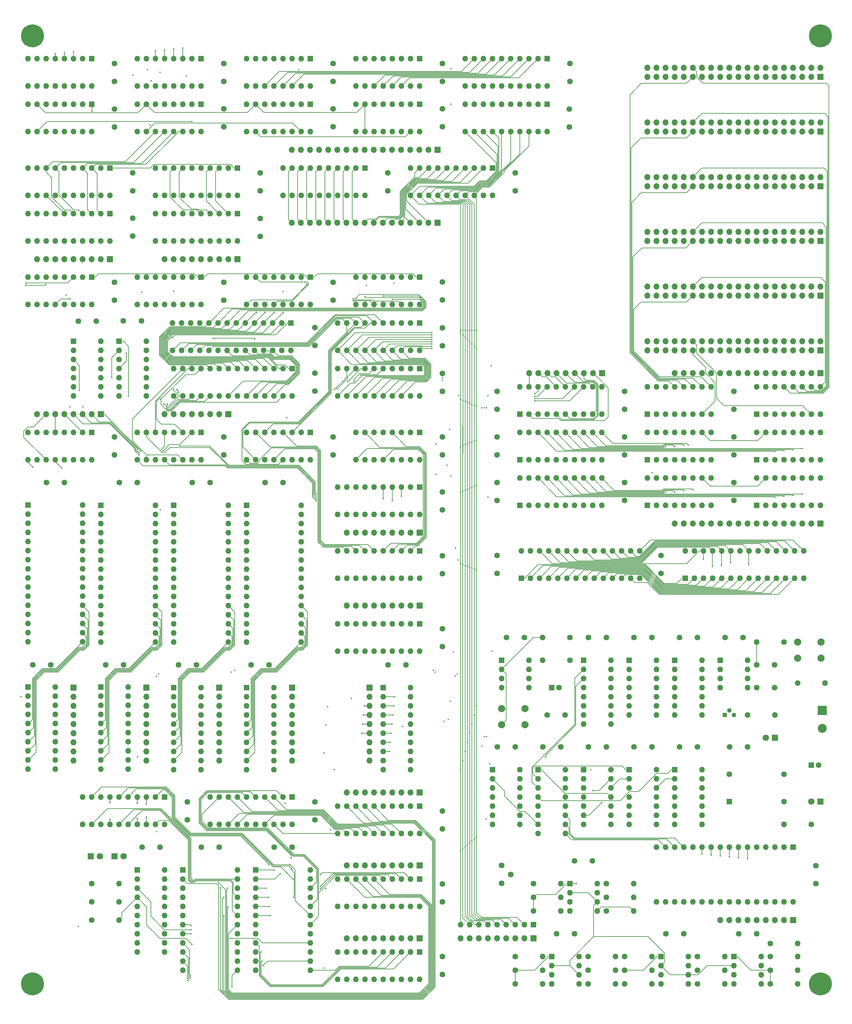
<source format=gbr>
G04 #@! TF.GenerationSoftware,KiCad,Pcbnew,(5.1.0-0)*
G04 #@! TF.CreationDate,2019-11-14T15:36:09-08:00*
G04 #@! TF.ProjectId,MainBoard,4d61696e-426f-4617-9264-2e6b69636164,rev?*
G04 #@! TF.SameCoordinates,Original*
G04 #@! TF.FileFunction,Copper,L6,Bot*
G04 #@! TF.FilePolarity,Positive*
%FSLAX46Y46*%
G04 Gerber Fmt 4.6, Leading zero omitted, Abs format (unit mm)*
G04 Created by KiCad (PCBNEW (5.1.0-0)) date 2019-11-14 15:36:09*
%MOMM*%
%LPD*%
G04 APERTURE LIST*
%ADD10O,1.600000X1.600000*%
%ADD11C,1.600000*%
%ADD12R,1.600000X1.600000*%
%ADD13O,1.700000X1.700000*%
%ADD14R,1.700000X1.700000*%
%ADD15C,2.500000*%
%ADD16R,2.500000X2.500000*%
%ADD17C,6.400000*%
%ADD18R,1.300000X1.300000*%
%ADD19C,1.300000*%
%ADD20C,2.000000*%
%ADD21C,1.620000*%
%ADD22C,1.800000*%
%ADD23R,1.800000X1.800000*%
%ADD24C,0.450000*%
%ADD25C,0.127000*%
G04 APERTURE END LIST*
D10*
X389890000Y-330327000D03*
D11*
X382270000Y-330327000D03*
D10*
X304800000Y-121920000D03*
X281940000Y-114300000D03*
X302260000Y-121920000D03*
X284480000Y-114300000D03*
X299720000Y-121920000D03*
X287020000Y-114300000D03*
X297180000Y-121920000D03*
X289560000Y-114300000D03*
X294640000Y-121920000D03*
X292100000Y-114300000D03*
X292100000Y-121920000D03*
X294640000Y-114300000D03*
X289560000Y-121920000D03*
X297180000Y-114300000D03*
X287020000Y-121920000D03*
X299720000Y-114300000D03*
X284480000Y-121920000D03*
X302260000Y-114300000D03*
X281940000Y-121920000D03*
D12*
X304800000Y-114300000D03*
D10*
X269240000Y-121920000D03*
X246380000Y-114300000D03*
X266700000Y-121920000D03*
X248920000Y-114300000D03*
X264160000Y-121920000D03*
X251460000Y-114300000D03*
X261620000Y-121920000D03*
X254000000Y-114300000D03*
X259080000Y-121920000D03*
X256540000Y-114300000D03*
X256540000Y-121920000D03*
X259080000Y-114300000D03*
X254000000Y-121920000D03*
X261620000Y-114300000D03*
X251460000Y-121920000D03*
X264160000Y-114300000D03*
X248920000Y-121920000D03*
X266700000Y-114300000D03*
X246380000Y-121920000D03*
D12*
X269240000Y-114300000D03*
D10*
X233680000Y-121920000D03*
X210820000Y-114300000D03*
X231140000Y-121920000D03*
X213360000Y-114300000D03*
X228600000Y-121920000D03*
X215900000Y-114300000D03*
X226060000Y-121920000D03*
X218440000Y-114300000D03*
X223520000Y-121920000D03*
X220980000Y-114300000D03*
X220980000Y-121920000D03*
X223520000Y-114300000D03*
X218440000Y-121920000D03*
X226060000Y-114300000D03*
X215900000Y-121920000D03*
X228600000Y-114300000D03*
X213360000Y-121920000D03*
X231140000Y-114300000D03*
X210820000Y-121920000D03*
D12*
X233680000Y-114300000D03*
D10*
X198120000Y-121920000D03*
X175260000Y-114300000D03*
X195580000Y-121920000D03*
X177800000Y-114300000D03*
X193040000Y-121920000D03*
X180340000Y-114300000D03*
X190500000Y-121920000D03*
X182880000Y-114300000D03*
X187960000Y-121920000D03*
X185420000Y-114300000D03*
X185420000Y-121920000D03*
X187960000Y-114300000D03*
X182880000Y-121920000D03*
X190500000Y-114300000D03*
X180340000Y-121920000D03*
X193040000Y-114300000D03*
X177800000Y-121920000D03*
X195580000Y-114300000D03*
X175260000Y-121920000D03*
D12*
X198120000Y-114300000D03*
D13*
X248840000Y-129540000D03*
X251380000Y-129540000D03*
X253920000Y-129540000D03*
X256460000Y-129540000D03*
X259000000Y-129540000D03*
X261540000Y-129540000D03*
X264080000Y-129540000D03*
X266620000Y-129540000D03*
X269160000Y-129540000D03*
X271700000Y-129540000D03*
X274240000Y-129540000D03*
X276780000Y-129540000D03*
X279320000Y-129540000D03*
X281860000Y-129540000D03*
X284400000Y-129540000D03*
X286940000Y-129540000D03*
D14*
X289480000Y-129540000D03*
D11*
X311150000Y-115650000D03*
X311150000Y-120650000D03*
X275590000Y-115650000D03*
X275590000Y-120650000D03*
X240030000Y-115650000D03*
X240030000Y-120650000D03*
X204470000Y-115650000D03*
X204470000Y-120650000D03*
D10*
X358540000Y-220980000D03*
X391560000Y-228600000D03*
X361080000Y-220980000D03*
X389020000Y-228600000D03*
X363620000Y-220980000D03*
X386480000Y-228600000D03*
X366160000Y-220980000D03*
X383940000Y-228600000D03*
X368700000Y-220980000D03*
X381400000Y-228600000D03*
X371240000Y-220980000D03*
X378860000Y-228600000D03*
X373780000Y-220980000D03*
X376320000Y-228600000D03*
X376320000Y-220980000D03*
X373780000Y-228600000D03*
X378860000Y-220980000D03*
X371240000Y-228600000D03*
X381400000Y-220980000D03*
X368700000Y-228600000D03*
X383940000Y-220980000D03*
X366160000Y-228600000D03*
X386480000Y-220980000D03*
X363620000Y-228600000D03*
X389020000Y-220980000D03*
X361080000Y-228600000D03*
X391560000Y-220980000D03*
D12*
X358540000Y-228600000D03*
D10*
X312820000Y-220980000D03*
X345840000Y-228600000D03*
X315360000Y-220980000D03*
X343300000Y-228600000D03*
X317900000Y-220980000D03*
X340760000Y-228600000D03*
X320440000Y-220980000D03*
X338220000Y-228600000D03*
X322980000Y-220980000D03*
X335680000Y-228600000D03*
X325520000Y-220980000D03*
X333140000Y-228600000D03*
X328060000Y-220980000D03*
X330600000Y-228600000D03*
X330600000Y-220980000D03*
X328060000Y-228600000D03*
X333140000Y-220980000D03*
X325520000Y-228600000D03*
X335680000Y-220980000D03*
X322980000Y-228600000D03*
X338220000Y-220980000D03*
X320440000Y-228600000D03*
X340760000Y-220980000D03*
X317900000Y-228600000D03*
X343300000Y-220980000D03*
X315360000Y-228600000D03*
X345840000Y-220980000D03*
D12*
X312820000Y-228600000D03*
D13*
X347980000Y-86360000D03*
X347980000Y-88900000D03*
X350520000Y-86360000D03*
X350520000Y-88900000D03*
X353060000Y-86360000D03*
X353060000Y-88900000D03*
X355600000Y-86360000D03*
X355600000Y-88900000D03*
X358140000Y-86360000D03*
X358140000Y-88900000D03*
X360680000Y-86360000D03*
X360680000Y-88900000D03*
X363220000Y-86360000D03*
X363220000Y-88900000D03*
X365760000Y-86360000D03*
X365760000Y-88900000D03*
X368300000Y-86360000D03*
X368300000Y-88900000D03*
X370840000Y-86360000D03*
X370840000Y-88900000D03*
X373380000Y-86360000D03*
X373380000Y-88900000D03*
X375920000Y-86360000D03*
X375920000Y-88900000D03*
X378460000Y-86360000D03*
X378460000Y-88900000D03*
X381000000Y-86360000D03*
X381000000Y-88900000D03*
X383540000Y-86360000D03*
X383540000Y-88900000D03*
X386080000Y-86360000D03*
X386080000Y-88900000D03*
X388620000Y-86360000D03*
X388620000Y-88900000D03*
X391160000Y-86360000D03*
X391160000Y-88900000D03*
X393700000Y-86360000D03*
X393700000Y-88900000D03*
X396240000Y-86360000D03*
D14*
X396240000Y-88900000D03*
D11*
X351790000Y-227250000D03*
X351790000Y-222250000D03*
X306070000Y-227250000D03*
X306070000Y-222250000D03*
D13*
X355600000Y-171450000D03*
X358140000Y-171450000D03*
X360680000Y-171450000D03*
X363220000Y-171450000D03*
X365760000Y-171450000D03*
X368300000Y-171450000D03*
X370840000Y-171450000D03*
X373380000Y-171450000D03*
X375920000Y-171450000D03*
X378460000Y-171450000D03*
X381000000Y-171450000D03*
X383540000Y-171450000D03*
X386080000Y-171450000D03*
X388620000Y-171450000D03*
X391160000Y-171450000D03*
X393700000Y-171450000D03*
D14*
X396240000Y-171450000D03*
D10*
X347980000Y-200660000D03*
X365760000Y-208280000D03*
X350520000Y-200660000D03*
X363220000Y-208280000D03*
X353060000Y-200660000D03*
X360680000Y-208280000D03*
X355600000Y-200660000D03*
X358140000Y-208280000D03*
X358140000Y-200660000D03*
X355600000Y-208280000D03*
X360680000Y-200660000D03*
X353060000Y-208280000D03*
X363220000Y-200660000D03*
X350520000Y-208280000D03*
X365760000Y-200660000D03*
D12*
X347980000Y-208280000D03*
D10*
X378460000Y-200660000D03*
X396240000Y-208280000D03*
X381000000Y-200660000D03*
X393700000Y-208280000D03*
X383540000Y-200660000D03*
X391160000Y-208280000D03*
X386080000Y-200660000D03*
X388620000Y-208280000D03*
X388620000Y-200660000D03*
X386080000Y-208280000D03*
X391160000Y-200660000D03*
X383540000Y-208280000D03*
X393700000Y-200660000D03*
X381000000Y-208280000D03*
X396240000Y-200660000D03*
D12*
X378460000Y-208280000D03*
D10*
X312420000Y-187960000D03*
X335280000Y-195580000D03*
X314960000Y-187960000D03*
X332740000Y-195580000D03*
X317500000Y-187960000D03*
X330200000Y-195580000D03*
X320040000Y-187960000D03*
X327660000Y-195580000D03*
X322580000Y-187960000D03*
X325120000Y-195580000D03*
X325120000Y-187960000D03*
X322580000Y-195580000D03*
X327660000Y-187960000D03*
X320040000Y-195580000D03*
X330200000Y-187960000D03*
X317500000Y-195580000D03*
X332740000Y-187960000D03*
X314960000Y-195580000D03*
X335280000Y-187960000D03*
D12*
X312420000Y-195580000D03*
D10*
X347980000Y-187960000D03*
X365760000Y-195580000D03*
X350520000Y-187960000D03*
X363220000Y-195580000D03*
X353060000Y-187960000D03*
X360680000Y-195580000D03*
X355600000Y-187960000D03*
X358140000Y-195580000D03*
X358140000Y-187960000D03*
X355600000Y-195580000D03*
X360680000Y-187960000D03*
X353060000Y-195580000D03*
X363220000Y-187960000D03*
X350520000Y-195580000D03*
X365760000Y-187960000D03*
D12*
X347980000Y-195580000D03*
D10*
X312420000Y-200660000D03*
X335280000Y-208280000D03*
X314960000Y-200660000D03*
X332740000Y-208280000D03*
X317500000Y-200660000D03*
X330200000Y-208280000D03*
X320040000Y-200660000D03*
X327660000Y-208280000D03*
X322580000Y-200660000D03*
X325120000Y-208280000D03*
X325120000Y-200660000D03*
X322580000Y-208280000D03*
X327660000Y-200660000D03*
X320040000Y-208280000D03*
X330200000Y-200660000D03*
X317500000Y-208280000D03*
X332740000Y-200660000D03*
X314960000Y-208280000D03*
X335280000Y-200660000D03*
D12*
X312420000Y-208280000D03*
D10*
X378460000Y-187960000D03*
X396240000Y-195580000D03*
X381000000Y-187960000D03*
X393700000Y-195580000D03*
X383540000Y-187960000D03*
X391160000Y-195580000D03*
X386080000Y-187960000D03*
X388620000Y-195580000D03*
X388620000Y-187960000D03*
X386080000Y-195580000D03*
X391160000Y-187960000D03*
X383540000Y-195580000D03*
X393700000Y-187960000D03*
X381000000Y-195580000D03*
X396240000Y-187960000D03*
D12*
X378460000Y-195580000D03*
D13*
X355600000Y-213360000D03*
X358140000Y-213360000D03*
X360680000Y-213360000D03*
X363220000Y-213360000D03*
X365760000Y-213360000D03*
X368300000Y-213360000D03*
X370840000Y-213360000D03*
X373380000Y-213360000D03*
X375920000Y-213360000D03*
X378460000Y-213360000D03*
X381000000Y-213360000D03*
X383540000Y-213360000D03*
X386080000Y-213360000D03*
X388620000Y-213360000D03*
X391160000Y-213360000D03*
X393700000Y-213360000D03*
D14*
X396240000Y-213360000D03*
D11*
X306070000Y-206930000D03*
X306070000Y-201930000D03*
X372110000Y-206930000D03*
X372110000Y-201930000D03*
X341630000Y-206930000D03*
X341630000Y-201930000D03*
X372110000Y-194230000D03*
X372110000Y-189230000D03*
X341630000Y-194230000D03*
X341630000Y-189230000D03*
X306070000Y-194230000D03*
X306070000Y-189230000D03*
D10*
X193040000Y-91440000D03*
X175260000Y-83820000D03*
X190500000Y-91440000D03*
X177800000Y-83820000D03*
X187960000Y-91440000D03*
X180340000Y-83820000D03*
X185420000Y-91440000D03*
X182880000Y-83820000D03*
X182880000Y-91440000D03*
X185420000Y-83820000D03*
X180340000Y-91440000D03*
X187960000Y-83820000D03*
X177800000Y-91440000D03*
X190500000Y-83820000D03*
X175260000Y-91440000D03*
D12*
X193040000Y-83820000D03*
D10*
X223520000Y-91440000D03*
X205740000Y-83820000D03*
X220980000Y-91440000D03*
X208280000Y-83820000D03*
X218440000Y-91440000D03*
X210820000Y-83820000D03*
X215900000Y-91440000D03*
X213360000Y-83820000D03*
X213360000Y-91440000D03*
X215900000Y-83820000D03*
X210820000Y-91440000D03*
X218440000Y-83820000D03*
X208280000Y-91440000D03*
X220980000Y-83820000D03*
X205740000Y-91440000D03*
D12*
X223520000Y-83820000D03*
D10*
X320040000Y-91440000D03*
X297180000Y-83820000D03*
X317500000Y-91440000D03*
X299720000Y-83820000D03*
X314960000Y-91440000D03*
X302260000Y-83820000D03*
X312420000Y-91440000D03*
X304800000Y-83820000D03*
X309880000Y-91440000D03*
X307340000Y-83820000D03*
X307340000Y-91440000D03*
X309880000Y-83820000D03*
X304800000Y-91440000D03*
X312420000Y-83820000D03*
X302260000Y-91440000D03*
X314960000Y-83820000D03*
X299720000Y-91440000D03*
X317500000Y-83820000D03*
X297180000Y-91440000D03*
D12*
X320040000Y-83820000D03*
D10*
X254000000Y-91440000D03*
X236220000Y-83820000D03*
X251460000Y-91440000D03*
X238760000Y-83820000D03*
X248920000Y-91440000D03*
X241300000Y-83820000D03*
X246380000Y-91440000D03*
X243840000Y-83820000D03*
X243840000Y-91440000D03*
X246380000Y-83820000D03*
X241300000Y-91440000D03*
X248920000Y-83820000D03*
X238760000Y-91440000D03*
X251460000Y-83820000D03*
X236220000Y-91440000D03*
D12*
X254000000Y-83820000D03*
D10*
X320040000Y-104140000D03*
X297180000Y-96520000D03*
X317500000Y-104140000D03*
X299720000Y-96520000D03*
X314960000Y-104140000D03*
X302260000Y-96520000D03*
X312420000Y-104140000D03*
X304800000Y-96520000D03*
X309880000Y-104140000D03*
X307340000Y-96520000D03*
X307340000Y-104140000D03*
X309880000Y-96520000D03*
X304800000Y-104140000D03*
X312420000Y-96520000D03*
X302260000Y-104140000D03*
X314960000Y-96520000D03*
X299720000Y-104140000D03*
X317500000Y-96520000D03*
X297180000Y-104140000D03*
D12*
X320040000Y-96520000D03*
D10*
X284480000Y-91440000D03*
X266700000Y-83820000D03*
X281940000Y-91440000D03*
X269240000Y-83820000D03*
X279400000Y-91440000D03*
X271780000Y-83820000D03*
X276860000Y-91440000D03*
X274320000Y-83820000D03*
X274320000Y-91440000D03*
X276860000Y-83820000D03*
X271780000Y-91440000D03*
X279400000Y-83820000D03*
X269240000Y-91440000D03*
X281940000Y-83820000D03*
X266700000Y-91440000D03*
D12*
X284480000Y-83820000D03*
D11*
X326390000Y-85170000D03*
X326390000Y-90170000D03*
X326263000Y-97870000D03*
X326263000Y-102870000D03*
X275670000Y-252730000D03*
X280670000Y-252730000D03*
D13*
X264160000Y-236220000D03*
X266700000Y-236220000D03*
X269240000Y-236220000D03*
X271780000Y-236220000D03*
X274320000Y-236220000D03*
X276860000Y-236220000D03*
X279400000Y-236220000D03*
X281940000Y-236220000D03*
D14*
X284480000Y-236220000D03*
D13*
X264160000Y-215900000D03*
X266700000Y-215900000D03*
X269240000Y-215900000D03*
X271780000Y-215900000D03*
X274320000Y-215900000D03*
X276860000Y-215900000D03*
X279400000Y-215900000D03*
X281940000Y-215900000D03*
D14*
X284480000Y-215900000D03*
D10*
X233680000Y-309880000D03*
X218440000Y-337820000D03*
X233680000Y-312420000D03*
X218440000Y-335280000D03*
X233680000Y-314960000D03*
X218440000Y-332740000D03*
X233680000Y-317500000D03*
X218440000Y-330200000D03*
X233680000Y-320040000D03*
X218440000Y-327660000D03*
X233680000Y-322580000D03*
X218440000Y-325120000D03*
X233680000Y-325120000D03*
X218440000Y-322580000D03*
X233680000Y-327660000D03*
X218440000Y-320040000D03*
X233680000Y-330200000D03*
X218440000Y-317500000D03*
X233680000Y-332740000D03*
X218440000Y-314960000D03*
X233680000Y-335280000D03*
X218440000Y-312420000D03*
X233680000Y-337820000D03*
D12*
X218440000Y-309880000D03*
D10*
X254000000Y-309880000D03*
X238760000Y-337820000D03*
X254000000Y-312420000D03*
X238760000Y-335280000D03*
X254000000Y-314960000D03*
X238760000Y-332740000D03*
X254000000Y-317500000D03*
X238760000Y-330200000D03*
X254000000Y-320040000D03*
X238760000Y-327660000D03*
X254000000Y-322580000D03*
X238760000Y-325120000D03*
X254000000Y-325120000D03*
X238760000Y-322580000D03*
X254000000Y-327660000D03*
X238760000Y-320040000D03*
X254000000Y-330200000D03*
X238760000Y-317500000D03*
X254000000Y-332740000D03*
X238760000Y-314960000D03*
X254000000Y-335280000D03*
X238760000Y-312420000D03*
X254000000Y-337820000D03*
D12*
X238760000Y-309880000D03*
D10*
X284480000Y-340360000D03*
X261620000Y-332740000D03*
X281940000Y-340360000D03*
X264160000Y-332740000D03*
X279400000Y-340360000D03*
X266700000Y-332740000D03*
X276860000Y-340360000D03*
X269240000Y-332740000D03*
X274320000Y-340360000D03*
X271780000Y-332740000D03*
X271780000Y-340360000D03*
X274320000Y-332740000D03*
X269240000Y-340360000D03*
X276860000Y-332740000D03*
X266700000Y-340360000D03*
X279400000Y-332740000D03*
X264160000Y-340360000D03*
X281940000Y-332740000D03*
X261620000Y-340360000D03*
D12*
X284480000Y-332740000D03*
D10*
X284480000Y-320040000D03*
X261620000Y-312420000D03*
X281940000Y-320040000D03*
X264160000Y-312420000D03*
X279400000Y-320040000D03*
X266700000Y-312420000D03*
X276860000Y-320040000D03*
X269240000Y-312420000D03*
X274320000Y-320040000D03*
X271780000Y-312420000D03*
X271780000Y-320040000D03*
X274320000Y-312420000D03*
X269240000Y-320040000D03*
X276860000Y-312420000D03*
X266700000Y-320040000D03*
X279400000Y-312420000D03*
X264160000Y-320040000D03*
X281940000Y-312420000D03*
X261620000Y-320040000D03*
D12*
X284480000Y-312420000D03*
D10*
X284480000Y-299720000D03*
X261620000Y-292100000D03*
X281940000Y-299720000D03*
X264160000Y-292100000D03*
X279400000Y-299720000D03*
X266700000Y-292100000D03*
X276860000Y-299720000D03*
X269240000Y-292100000D03*
X274320000Y-299720000D03*
X271780000Y-292100000D03*
X271780000Y-299720000D03*
X274320000Y-292100000D03*
X269240000Y-299720000D03*
X276860000Y-292100000D03*
X266700000Y-299720000D03*
X279400000Y-292100000D03*
X264160000Y-299720000D03*
X281940000Y-292100000D03*
X261620000Y-299720000D03*
D12*
X284480000Y-292100000D03*
D10*
X281940000Y-259080000D03*
X274320000Y-281940000D03*
X281940000Y-261620000D03*
X274320000Y-279400000D03*
X281940000Y-264160000D03*
X274320000Y-276860000D03*
X281940000Y-266700000D03*
X274320000Y-274320000D03*
X281940000Y-269240000D03*
X274320000Y-271780000D03*
X281940000Y-271780000D03*
X274320000Y-269240000D03*
X281940000Y-274320000D03*
X274320000Y-266700000D03*
X281940000Y-276860000D03*
X274320000Y-264160000D03*
X281940000Y-279400000D03*
X274320000Y-261620000D03*
X281940000Y-281940000D03*
D12*
X274320000Y-259080000D03*
D10*
X284480000Y-165100000D03*
X261620000Y-157480000D03*
X281940000Y-165100000D03*
X264160000Y-157480000D03*
X279400000Y-165100000D03*
X266700000Y-157480000D03*
X276860000Y-165100000D03*
X269240000Y-157480000D03*
X274320000Y-165100000D03*
X271780000Y-157480000D03*
X271780000Y-165100000D03*
X274320000Y-157480000D03*
X269240000Y-165100000D03*
X276860000Y-157480000D03*
X266700000Y-165100000D03*
X279400000Y-157480000D03*
X264160000Y-165100000D03*
X281940000Y-157480000D03*
X261620000Y-165100000D03*
D12*
X284480000Y-157480000D03*
D10*
X284480000Y-177800000D03*
X261620000Y-170180000D03*
X281940000Y-177800000D03*
X264160000Y-170180000D03*
X279400000Y-177800000D03*
X266700000Y-170180000D03*
X276860000Y-177800000D03*
X269240000Y-170180000D03*
X274320000Y-177800000D03*
X271780000Y-170180000D03*
X271780000Y-177800000D03*
X274320000Y-170180000D03*
X269240000Y-177800000D03*
X276860000Y-170180000D03*
X266700000Y-177800000D03*
X279400000Y-170180000D03*
X264160000Y-177800000D03*
X281940000Y-170180000D03*
X261620000Y-177800000D03*
D12*
X284480000Y-170180000D03*
D10*
X248615800Y-165100000D03*
X215595800Y-157480000D03*
X246075800Y-165100000D03*
X218135800Y-157480000D03*
X243535800Y-165100000D03*
X220675800Y-157480000D03*
X240995800Y-165100000D03*
X223215800Y-157480000D03*
X238455800Y-165100000D03*
X225755800Y-157480000D03*
X235915800Y-165100000D03*
X228295800Y-157480000D03*
X233375800Y-165100000D03*
X230835800Y-157480000D03*
X230835800Y-165100000D03*
X233375800Y-157480000D03*
X228295800Y-165100000D03*
X235915800Y-157480000D03*
X225755800Y-165100000D03*
X238455800Y-157480000D03*
X223215800Y-165100000D03*
X240995800Y-157480000D03*
X220675800Y-165100000D03*
X243535800Y-157480000D03*
X218135800Y-165100000D03*
X246075800Y-157480000D03*
X215595800Y-165100000D03*
D12*
X248615800Y-157480000D03*
D10*
X248920000Y-177800000D03*
X215900000Y-170180000D03*
X246380000Y-177800000D03*
X218440000Y-170180000D03*
X243840000Y-177800000D03*
X220980000Y-170180000D03*
X241300000Y-177800000D03*
X223520000Y-170180000D03*
X238760000Y-177800000D03*
X226060000Y-170180000D03*
X236220000Y-177800000D03*
X228600000Y-170180000D03*
X233680000Y-177800000D03*
X231140000Y-170180000D03*
X231140000Y-177800000D03*
X233680000Y-170180000D03*
X228600000Y-177800000D03*
X236220000Y-170180000D03*
X226060000Y-177800000D03*
X238760000Y-170180000D03*
X223520000Y-177800000D03*
X241300000Y-170180000D03*
X220980000Y-177800000D03*
X243840000Y-170180000D03*
X218440000Y-177800000D03*
X246380000Y-170180000D03*
X215900000Y-177800000D03*
D12*
X248920000Y-170180000D03*
D13*
X248920000Y-279400000D03*
X248920000Y-276860000D03*
X248920000Y-274320000D03*
X248920000Y-271780000D03*
X248920000Y-269240000D03*
X248920000Y-266700000D03*
X248920000Y-264160000D03*
X248920000Y-261620000D03*
D14*
X248920000Y-259080000D03*
D13*
X228600000Y-279400000D03*
X228600000Y-276860000D03*
X228600000Y-274320000D03*
X228600000Y-271780000D03*
X228600000Y-269240000D03*
X228600000Y-266700000D03*
X228600000Y-264160000D03*
X228600000Y-261620000D03*
D14*
X228600000Y-259080000D03*
D13*
X208280000Y-279400000D03*
X208280000Y-276860000D03*
X208280000Y-274320000D03*
X208280000Y-271780000D03*
X208280000Y-269240000D03*
X208280000Y-266700000D03*
X208280000Y-264160000D03*
X208280000Y-261620000D03*
D14*
X208280000Y-259080000D03*
D13*
X187960000Y-279400000D03*
X187960000Y-276860000D03*
X187960000Y-274320000D03*
X187960000Y-271780000D03*
X187960000Y-269240000D03*
X187960000Y-266700000D03*
X187960000Y-264160000D03*
X187960000Y-261620000D03*
D14*
X187960000Y-259080000D03*
D10*
X203200000Y-258922000D03*
X195580000Y-281782000D03*
X203200000Y-261462000D03*
X195580000Y-279242000D03*
X203200000Y-264002000D03*
X195580000Y-276702000D03*
X203200000Y-266542000D03*
X195580000Y-274162000D03*
X203200000Y-269082000D03*
X195580000Y-271622000D03*
X203200000Y-271622000D03*
X195580000Y-269082000D03*
X203200000Y-274162000D03*
X195580000Y-266542000D03*
X203200000Y-276702000D03*
X195580000Y-264002000D03*
X203200000Y-279242000D03*
X195580000Y-261462000D03*
X203200000Y-281782000D03*
D12*
X195580000Y-258922000D03*
D10*
X182880000Y-258922000D03*
X175260000Y-281782000D03*
X182880000Y-261462000D03*
X175260000Y-279242000D03*
X182880000Y-264002000D03*
X175260000Y-276702000D03*
X182880000Y-266542000D03*
X175260000Y-274162000D03*
X182880000Y-269082000D03*
X175260000Y-271622000D03*
X182880000Y-271622000D03*
X175260000Y-269082000D03*
X182880000Y-274162000D03*
X175260000Y-266542000D03*
X182880000Y-276702000D03*
X175260000Y-264002000D03*
X182880000Y-279242000D03*
X175260000Y-261462000D03*
X182880000Y-281782000D03*
D12*
X175260000Y-258922000D03*
D10*
X210820000Y-208280000D03*
X195580000Y-246380000D03*
X210820000Y-210820000D03*
X195580000Y-243840000D03*
X210820000Y-213360000D03*
X195580000Y-241300000D03*
X210820000Y-215900000D03*
X195580000Y-238760000D03*
X210820000Y-218440000D03*
X195580000Y-236220000D03*
X210820000Y-220980000D03*
X195580000Y-233680000D03*
X210820000Y-223520000D03*
X195580000Y-231140000D03*
X210820000Y-226060000D03*
X195580000Y-228600000D03*
X210820000Y-228600000D03*
X195580000Y-226060000D03*
X210820000Y-231140000D03*
X195580000Y-223520000D03*
X210820000Y-233680000D03*
X195580000Y-220980000D03*
X210820000Y-236220000D03*
X195580000Y-218440000D03*
X210820000Y-238760000D03*
X195580000Y-215900000D03*
X210820000Y-241300000D03*
X195580000Y-213360000D03*
X210820000Y-243840000D03*
X195580000Y-210820000D03*
X210820000Y-246380000D03*
D12*
X195580000Y-208280000D03*
D10*
X190500000Y-208172000D03*
X175260000Y-246272000D03*
X190500000Y-210712000D03*
X175260000Y-243732000D03*
X190500000Y-213252000D03*
X175260000Y-241192000D03*
X190500000Y-215792000D03*
X175260000Y-238652000D03*
X190500000Y-218332000D03*
X175260000Y-236112000D03*
X190500000Y-220872000D03*
X175260000Y-233572000D03*
X190500000Y-223412000D03*
X175260000Y-231032000D03*
X190500000Y-225952000D03*
X175260000Y-228492000D03*
X190500000Y-228492000D03*
X175260000Y-225952000D03*
X190500000Y-231032000D03*
X175260000Y-223412000D03*
X190500000Y-233572000D03*
X175260000Y-220872000D03*
X190500000Y-236112000D03*
X175260000Y-218332000D03*
X190500000Y-238652000D03*
X175260000Y-215792000D03*
X190500000Y-241192000D03*
X175260000Y-213252000D03*
X190500000Y-243732000D03*
X175260000Y-210712000D03*
X190500000Y-246272000D03*
D12*
X175260000Y-208172000D03*
D11*
X180420000Y-201930000D03*
X185420000Y-201930000D03*
X196930000Y-252730000D03*
X201930000Y-252730000D03*
X176610000Y-252730000D03*
X181610000Y-252730000D03*
X200740000Y-201930000D03*
X205740000Y-201930000D03*
D10*
X378460000Y-175260000D03*
X396240000Y-182880000D03*
X381000000Y-175260000D03*
X393700000Y-182880000D03*
X383540000Y-175260000D03*
X391160000Y-182880000D03*
X386080000Y-175260000D03*
X388620000Y-182880000D03*
X388620000Y-175260000D03*
X386080000Y-182880000D03*
X391160000Y-175260000D03*
X383540000Y-182880000D03*
X393700000Y-175260000D03*
X381000000Y-182880000D03*
X396240000Y-175260000D03*
D12*
X378460000Y-182880000D03*
D15*
X396748000Y-270430000D03*
D16*
X396748000Y-265430000D03*
D17*
X396240000Y-341630000D03*
X396240000Y-77470000D03*
X176530000Y-341630000D03*
X176530000Y-77470000D03*
D10*
X208280000Y-162560000D03*
X200660000Y-177800000D03*
X208280000Y-165100000D03*
X200660000Y-175260000D03*
X208280000Y-167640000D03*
X200660000Y-172720000D03*
X208280000Y-170180000D03*
X200660000Y-170180000D03*
X208280000Y-172720000D03*
X200660000Y-167640000D03*
X208280000Y-175260000D03*
X200660000Y-165100000D03*
X208280000Y-177800000D03*
D12*
X200660000Y-162560000D03*
D10*
X195580000Y-162560000D03*
X187960000Y-177800000D03*
X195580000Y-165100000D03*
X187960000Y-175260000D03*
X195580000Y-167640000D03*
X187960000Y-172720000D03*
X195580000Y-170180000D03*
X187960000Y-170180000D03*
X195580000Y-172720000D03*
X187960000Y-167640000D03*
X195580000Y-175260000D03*
X187960000Y-165100000D03*
X195580000Y-177800000D03*
D12*
X187960000Y-162560000D03*
D11*
X290830000Y-158830000D03*
X290830000Y-163830000D03*
X372110000Y-181530000D03*
X372110000Y-176530000D03*
D13*
X347980000Y-116840000D03*
X347980000Y-119380000D03*
X350520000Y-116840000D03*
X350520000Y-119380000D03*
X353060000Y-116840000D03*
X353060000Y-119380000D03*
X355600000Y-116840000D03*
X355600000Y-119380000D03*
X358140000Y-116840000D03*
X358140000Y-119380000D03*
X360680000Y-116840000D03*
X360680000Y-119380000D03*
X363220000Y-116840000D03*
X363220000Y-119380000D03*
X365760000Y-116840000D03*
X365760000Y-119380000D03*
X368300000Y-116840000D03*
X368300000Y-119380000D03*
X370840000Y-116840000D03*
X370840000Y-119380000D03*
X373380000Y-116840000D03*
X373380000Y-119380000D03*
X375920000Y-116840000D03*
X375920000Y-119380000D03*
X378460000Y-116840000D03*
X378460000Y-119380000D03*
X381000000Y-116840000D03*
X381000000Y-119380000D03*
X383540000Y-116840000D03*
X383540000Y-119380000D03*
X386080000Y-116840000D03*
X386080000Y-119380000D03*
X388620000Y-116840000D03*
X388620000Y-119380000D03*
X391160000Y-116840000D03*
X391160000Y-119380000D03*
X393700000Y-116840000D03*
X393700000Y-119380000D03*
X396240000Y-116840000D03*
D14*
X396240000Y-119380000D03*
D13*
X347980000Y-147320000D03*
X347980000Y-149860000D03*
X350520000Y-147320000D03*
X350520000Y-149860000D03*
X353060000Y-147320000D03*
X353060000Y-149860000D03*
X355600000Y-147320000D03*
X355600000Y-149860000D03*
X358140000Y-147320000D03*
X358140000Y-149860000D03*
X360680000Y-147320000D03*
X360680000Y-149860000D03*
X363220000Y-147320000D03*
X363220000Y-149860000D03*
X365760000Y-147320000D03*
X365760000Y-149860000D03*
X368300000Y-147320000D03*
X368300000Y-149860000D03*
X370840000Y-147320000D03*
X370840000Y-149860000D03*
X373380000Y-147320000D03*
X373380000Y-149860000D03*
X375920000Y-147320000D03*
X375920000Y-149860000D03*
X378460000Y-147320000D03*
X378460000Y-149860000D03*
X381000000Y-147320000D03*
X381000000Y-149860000D03*
X383540000Y-147320000D03*
X383540000Y-149860000D03*
X386080000Y-147320000D03*
X386080000Y-149860000D03*
X388620000Y-147320000D03*
X388620000Y-149860000D03*
X391160000Y-147320000D03*
X391160000Y-149860000D03*
X393700000Y-147320000D03*
X393700000Y-149860000D03*
X396240000Y-147320000D03*
D14*
X396240000Y-149860000D03*
D13*
X347980000Y-162560000D03*
X347980000Y-165100000D03*
X350520000Y-162560000D03*
X350520000Y-165100000D03*
X353060000Y-162560000D03*
X353060000Y-165100000D03*
X355600000Y-162560000D03*
X355600000Y-165100000D03*
X358140000Y-162560000D03*
X358140000Y-165100000D03*
X360680000Y-162560000D03*
X360680000Y-165100000D03*
X363220000Y-162560000D03*
X363220000Y-165100000D03*
X365760000Y-162560000D03*
X365760000Y-165100000D03*
X368300000Y-162560000D03*
X368300000Y-165100000D03*
X370840000Y-162560000D03*
X370840000Y-165100000D03*
X373380000Y-162560000D03*
X373380000Y-165100000D03*
X375920000Y-162560000D03*
X375920000Y-165100000D03*
X378460000Y-162560000D03*
X378460000Y-165100000D03*
X381000000Y-162560000D03*
X381000000Y-165100000D03*
X383540000Y-162560000D03*
X383540000Y-165100000D03*
X386080000Y-162560000D03*
X386080000Y-165100000D03*
X388620000Y-162560000D03*
X388620000Y-165100000D03*
X391160000Y-162560000D03*
X391160000Y-165100000D03*
X393700000Y-162560000D03*
X393700000Y-165100000D03*
X396240000Y-162560000D03*
D14*
X396240000Y-165100000D03*
D13*
X347980000Y-132080000D03*
X347980000Y-134620000D03*
X350520000Y-132080000D03*
X350520000Y-134620000D03*
X353060000Y-132080000D03*
X353060000Y-134620000D03*
X355600000Y-132080000D03*
X355600000Y-134620000D03*
X358140000Y-132080000D03*
X358140000Y-134620000D03*
X360680000Y-132080000D03*
X360680000Y-134620000D03*
X363220000Y-132080000D03*
X363220000Y-134620000D03*
X365760000Y-132080000D03*
X365760000Y-134620000D03*
X368300000Y-132080000D03*
X368300000Y-134620000D03*
X370840000Y-132080000D03*
X370840000Y-134620000D03*
X373380000Y-132080000D03*
X373380000Y-134620000D03*
X375920000Y-132080000D03*
X375920000Y-134620000D03*
X378460000Y-132080000D03*
X378460000Y-134620000D03*
X381000000Y-132080000D03*
X381000000Y-134620000D03*
X383540000Y-132080000D03*
X383540000Y-134620000D03*
X386080000Y-132080000D03*
X386080000Y-134620000D03*
X388620000Y-132080000D03*
X388620000Y-134620000D03*
X391160000Y-132080000D03*
X391160000Y-134620000D03*
X393700000Y-132080000D03*
X393700000Y-134620000D03*
X396240000Y-132080000D03*
D14*
X396240000Y-134620000D03*
D13*
X347980000Y-101600000D03*
X347980000Y-104140000D03*
X350520000Y-101600000D03*
X350520000Y-104140000D03*
X353060000Y-101600000D03*
X353060000Y-104140000D03*
X355600000Y-101600000D03*
X355600000Y-104140000D03*
X358140000Y-101600000D03*
X358140000Y-104140000D03*
X360680000Y-101600000D03*
X360680000Y-104140000D03*
X363220000Y-101600000D03*
X363220000Y-104140000D03*
X365760000Y-101600000D03*
X365760000Y-104140000D03*
X368300000Y-101600000D03*
X368300000Y-104140000D03*
X370840000Y-101600000D03*
X370840000Y-104140000D03*
X373380000Y-101600000D03*
X373380000Y-104140000D03*
X375920000Y-101600000D03*
X375920000Y-104140000D03*
X378460000Y-101600000D03*
X378460000Y-104140000D03*
X381000000Y-101600000D03*
X381000000Y-104140000D03*
X383540000Y-101600000D03*
X383540000Y-104140000D03*
X386080000Y-101600000D03*
X386080000Y-104140000D03*
X388620000Y-101600000D03*
X388620000Y-104140000D03*
X391160000Y-101600000D03*
X391160000Y-104140000D03*
X393700000Y-101600000D03*
X393700000Y-104140000D03*
X396240000Y-101600000D03*
D14*
X396240000Y-104140000D03*
D10*
X243835800Y-259080000D03*
X236215800Y-281940000D03*
X243835800Y-261620000D03*
X236215800Y-279400000D03*
X243835800Y-264160000D03*
X236215800Y-276860000D03*
X243835800Y-266700000D03*
X236215800Y-274320000D03*
X243835800Y-269240000D03*
X236215800Y-271780000D03*
X243835800Y-271780000D03*
X236215800Y-269240000D03*
X243835800Y-274320000D03*
X236215800Y-266700000D03*
X243835800Y-276860000D03*
X236215800Y-264160000D03*
X243835800Y-279400000D03*
X236215800Y-261620000D03*
X243835800Y-281940000D03*
D12*
X236215800Y-259080000D03*
D11*
X369650000Y-245110000D03*
X374650000Y-245110000D03*
X386080000Y-290830000D03*
X386080000Y-283210000D03*
X370840000Y-283210000D03*
D12*
X370840000Y-290830000D03*
D10*
X383540000Y-266700000D03*
D11*
X375920000Y-266700000D03*
D10*
X378460000Y-246380000D03*
D11*
X386080000Y-246380000D03*
D10*
X397510000Y-257810000D03*
D11*
X389890000Y-257810000D03*
X383460000Y-252730000D03*
X378460000Y-252730000D03*
X383460000Y-259080000D03*
X378460000Y-259080000D03*
D10*
X318770000Y-251460000D03*
D11*
X326390000Y-251460000D03*
D10*
X318770000Y-245110000D03*
D11*
X326390000Y-245110000D03*
X325040000Y-266700000D03*
X320040000Y-266700000D03*
X323310000Y-259080000D03*
D12*
X321310000Y-259080000D03*
D10*
X251460000Y-208280000D03*
X236220000Y-246380000D03*
X251460000Y-210820000D03*
X236220000Y-243840000D03*
X251460000Y-213360000D03*
X236220000Y-241300000D03*
X251460000Y-215900000D03*
X236220000Y-238760000D03*
X251460000Y-218440000D03*
X236220000Y-236220000D03*
X251460000Y-220980000D03*
X236220000Y-233680000D03*
X251460000Y-223520000D03*
X236220000Y-231140000D03*
X251460000Y-226060000D03*
X236220000Y-228600000D03*
X251460000Y-228600000D03*
X236220000Y-226060000D03*
X251460000Y-231140000D03*
X236220000Y-223520000D03*
X251460000Y-233680000D03*
X236220000Y-220980000D03*
X251460000Y-236220000D03*
X236220000Y-218440000D03*
X251460000Y-238760000D03*
X236220000Y-215900000D03*
X251460000Y-241300000D03*
X236220000Y-213360000D03*
X251460000Y-243840000D03*
X236220000Y-210820000D03*
X251460000Y-246380000D03*
D12*
X236220000Y-208280000D03*
D13*
X177800000Y-182880000D03*
X180340000Y-182880000D03*
X182880000Y-182880000D03*
X185420000Y-182880000D03*
X187960000Y-182880000D03*
X190500000Y-182880000D03*
X193040000Y-182880000D03*
D14*
X195580000Y-182880000D03*
D13*
X213360000Y-182880000D03*
X215900000Y-182880000D03*
X218440000Y-182880000D03*
X220980000Y-182880000D03*
X223520000Y-182880000D03*
X226060000Y-182880000D03*
X228600000Y-182880000D03*
D14*
X231140000Y-182880000D03*
D13*
X177800000Y-139700000D03*
X180340000Y-139700000D03*
X182880000Y-139700000D03*
X185420000Y-139700000D03*
X187960000Y-139700000D03*
X190500000Y-139700000D03*
X193040000Y-139700000D03*
X195580000Y-139700000D03*
D14*
X198120000Y-139700000D03*
D13*
X213360000Y-139700000D03*
X215900000Y-139700000D03*
X218440000Y-139700000D03*
X220980000Y-139700000D03*
X223520000Y-139700000D03*
X226060000Y-139700000D03*
X228600000Y-139700000D03*
X231140000Y-139700000D03*
D14*
X233680000Y-139700000D03*
D10*
X213360000Y-309880000D03*
X205740000Y-332740000D03*
X213360000Y-312420000D03*
X205740000Y-330200000D03*
X213360000Y-314960000D03*
X205740000Y-327660000D03*
X213360000Y-317500000D03*
X205740000Y-325120000D03*
X213360000Y-320040000D03*
X205740000Y-322580000D03*
X213360000Y-322580000D03*
X205740000Y-320040000D03*
X213360000Y-325120000D03*
X205740000Y-317500000D03*
X213360000Y-327660000D03*
X205740000Y-314960000D03*
X213360000Y-330200000D03*
X205740000Y-312420000D03*
X213360000Y-332740000D03*
D12*
X205740000Y-309880000D03*
D10*
X248920000Y-297180000D03*
X226060000Y-289560000D03*
X246380000Y-297180000D03*
X228600000Y-289560000D03*
X243840000Y-297180000D03*
X231140000Y-289560000D03*
X241300000Y-297180000D03*
X233680000Y-289560000D03*
X238760000Y-297180000D03*
X236220000Y-289560000D03*
X236220000Y-297180000D03*
X238760000Y-289560000D03*
X233680000Y-297180000D03*
X241300000Y-289560000D03*
X231140000Y-297180000D03*
X243840000Y-289560000D03*
X228600000Y-297180000D03*
X246380000Y-289560000D03*
X226060000Y-297180000D03*
D12*
X248920000Y-289560000D03*
D10*
X213360000Y-297180000D03*
X190500000Y-289560000D03*
X210820000Y-297180000D03*
X193040000Y-289560000D03*
X208280000Y-297180000D03*
X195580000Y-289560000D03*
X205740000Y-297180000D03*
X198120000Y-289560000D03*
X203200000Y-297180000D03*
X200660000Y-289560000D03*
X200660000Y-297180000D03*
X203200000Y-289560000D03*
X198120000Y-297180000D03*
X205740000Y-289560000D03*
X195580000Y-297180000D03*
X208280000Y-289560000D03*
X193040000Y-297180000D03*
X210820000Y-289560000D03*
X190500000Y-297180000D03*
D12*
X213360000Y-289560000D03*
D10*
X337820000Y-251460000D03*
X330200000Y-269240000D03*
X337820000Y-254000000D03*
X330200000Y-266700000D03*
X337820000Y-256540000D03*
X330200000Y-264160000D03*
X337820000Y-259080000D03*
X330200000Y-261620000D03*
X337820000Y-261620000D03*
X330200000Y-259080000D03*
X337820000Y-264160000D03*
X330200000Y-256540000D03*
X337820000Y-266700000D03*
X330200000Y-254000000D03*
X337820000Y-269240000D03*
D12*
X330200000Y-251460000D03*
D10*
X350520000Y-251460000D03*
X342900000Y-266700000D03*
X350520000Y-254000000D03*
X342900000Y-264160000D03*
X350520000Y-256540000D03*
X342900000Y-261620000D03*
X350520000Y-259080000D03*
X342900000Y-259080000D03*
X350520000Y-261620000D03*
X342900000Y-256540000D03*
X350520000Y-264160000D03*
X342900000Y-254000000D03*
X350520000Y-266700000D03*
D12*
X342900000Y-251460000D03*
D10*
X363220000Y-251460000D03*
X355600000Y-266700000D03*
X363220000Y-254000000D03*
X355600000Y-264160000D03*
X363220000Y-256540000D03*
X355600000Y-261620000D03*
X363220000Y-259080000D03*
X355600000Y-259080000D03*
X363220000Y-261620000D03*
X355600000Y-256540000D03*
X363220000Y-264160000D03*
X355600000Y-254000000D03*
X363220000Y-266700000D03*
D12*
X355600000Y-251460000D03*
D18*
X369570000Y-266700000D03*
D19*
X372110000Y-266700000D03*
X370840000Y-265430000D03*
D10*
X375920000Y-251460000D03*
X368300000Y-259080000D03*
X375920000Y-254000000D03*
X368300000Y-256540000D03*
X375920000Y-256540000D03*
X368300000Y-254000000D03*
X375920000Y-259080000D03*
D12*
X368300000Y-251460000D03*
D10*
X337820000Y-281940000D03*
X330200000Y-297180000D03*
X337820000Y-284480000D03*
X330200000Y-294640000D03*
X337820000Y-287020000D03*
X330200000Y-292100000D03*
X337820000Y-289560000D03*
X330200000Y-289560000D03*
X337820000Y-292100000D03*
X330200000Y-287020000D03*
X337820000Y-294640000D03*
X330200000Y-284480000D03*
X337820000Y-297180000D03*
D12*
X330200000Y-281940000D03*
D10*
X350520000Y-281940000D03*
X342900000Y-297180000D03*
X350520000Y-284480000D03*
X342900000Y-294640000D03*
X350520000Y-287020000D03*
X342900000Y-292100000D03*
X350520000Y-289560000D03*
X342900000Y-289560000D03*
X350520000Y-292100000D03*
X342900000Y-287020000D03*
X350520000Y-294640000D03*
X342900000Y-284480000D03*
X350520000Y-297180000D03*
D12*
X342900000Y-281940000D03*
D10*
X325120000Y-281940000D03*
X317500000Y-299720000D03*
X325120000Y-284480000D03*
X317500000Y-297180000D03*
X325120000Y-287020000D03*
X317500000Y-294640000D03*
X325120000Y-289560000D03*
X317500000Y-292100000D03*
X325120000Y-292100000D03*
X317500000Y-289560000D03*
X325120000Y-294640000D03*
X317500000Y-287020000D03*
X325120000Y-297180000D03*
X317500000Y-284480000D03*
X325120000Y-299720000D03*
D12*
X317500000Y-281940000D03*
D10*
X363220000Y-281940000D03*
X355600000Y-297180000D03*
X363220000Y-284480000D03*
X355600000Y-294640000D03*
X363220000Y-287020000D03*
X355600000Y-292100000D03*
X363220000Y-289560000D03*
X355600000Y-289560000D03*
X363220000Y-292100000D03*
X355600000Y-287020000D03*
X363220000Y-294640000D03*
X355600000Y-284480000D03*
X363220000Y-297180000D03*
D12*
X355600000Y-281940000D03*
D10*
X314960000Y-251460000D03*
X307340000Y-259080000D03*
X314960000Y-254000000D03*
X307340000Y-256540000D03*
X314960000Y-256540000D03*
X307340000Y-254000000D03*
X314960000Y-259080000D03*
D12*
X307340000Y-251460000D03*
D10*
X312420000Y-281940000D03*
X304800000Y-297180000D03*
X312420000Y-284480000D03*
X304800000Y-294640000D03*
X312420000Y-287020000D03*
X304800000Y-292100000D03*
X312420000Y-289560000D03*
X304800000Y-289560000D03*
X312420000Y-292100000D03*
X304800000Y-287020000D03*
X312420000Y-294640000D03*
X304800000Y-284480000D03*
X312420000Y-297180000D03*
D12*
X304800000Y-281940000D03*
D10*
X379730000Y-334010000D03*
X372110000Y-341630000D03*
X379730000Y-336550000D03*
X372110000Y-339090000D03*
X379730000Y-339090000D03*
X372110000Y-336550000D03*
X379730000Y-341630000D03*
D12*
X372110000Y-334010000D03*
D10*
X359410000Y-334010000D03*
X351790000Y-341630000D03*
X359410000Y-336550000D03*
X351790000Y-339090000D03*
X359410000Y-339090000D03*
X351790000Y-336550000D03*
X359410000Y-341630000D03*
D12*
X351790000Y-334010000D03*
D10*
X388616200Y-318768200D03*
X350516200Y-303528200D03*
X386076200Y-318768200D03*
X353056200Y-303528200D03*
X383536200Y-318768200D03*
X355596200Y-303528200D03*
X380996200Y-318768200D03*
X358136200Y-303528200D03*
X378456200Y-318768200D03*
X360676200Y-303528200D03*
X375916200Y-318768200D03*
X363216200Y-303528200D03*
X373376200Y-318768200D03*
X365756200Y-303528200D03*
X370836200Y-318768200D03*
X368296200Y-303528200D03*
X368296200Y-318768200D03*
X370836200Y-303528200D03*
X365756200Y-318768200D03*
X373376200Y-303528200D03*
X363216200Y-318768200D03*
X375916200Y-303528200D03*
X360676200Y-318768200D03*
X378456200Y-303528200D03*
X358136200Y-318768200D03*
X380996200Y-303528200D03*
X355596200Y-318768200D03*
X383536200Y-303528200D03*
X353056200Y-318768200D03*
X386076200Y-303528200D03*
X350516200Y-318768200D03*
D12*
X388616200Y-303528200D03*
D10*
X328930000Y-334010000D03*
X321310000Y-341630000D03*
X328930000Y-336550000D03*
X321310000Y-339090000D03*
X328930000Y-339090000D03*
X321310000Y-336550000D03*
X328930000Y-341630000D03*
D12*
X321310000Y-334010000D03*
D10*
X334010000Y-313690000D03*
X326390000Y-321310000D03*
X334010000Y-316230000D03*
X326390000Y-318770000D03*
X334010000Y-318770000D03*
X326390000Y-316230000D03*
X334010000Y-321310000D03*
D12*
X326390000Y-313690000D03*
D10*
X284489000Y-248915800D03*
X261629000Y-241295800D03*
X281949000Y-248915800D03*
X264169000Y-241295800D03*
X279409000Y-248915800D03*
X266709000Y-241295800D03*
X276869000Y-248915800D03*
X269249000Y-241295800D03*
X274329000Y-248915800D03*
X271789000Y-241295800D03*
X271789000Y-248915800D03*
X274329000Y-241295800D03*
X269249000Y-248915800D03*
X276869000Y-241295800D03*
X266709000Y-248915800D03*
X279409000Y-241295800D03*
X264169000Y-248915800D03*
X281949000Y-241295800D03*
X261629000Y-248915800D03*
D12*
X284489000Y-241295800D03*
D10*
X223515800Y-259071000D03*
X215895800Y-281931000D03*
X223515800Y-261611000D03*
X215895800Y-279391000D03*
X223515800Y-264151000D03*
X215895800Y-276851000D03*
X223515800Y-266691000D03*
X215895800Y-274311000D03*
X223515800Y-269231000D03*
X215895800Y-271771000D03*
X223515800Y-271771000D03*
X215895800Y-269231000D03*
X223515800Y-274311000D03*
X215895800Y-266691000D03*
X223515800Y-276851000D03*
X215895800Y-264151000D03*
X223515800Y-279391000D03*
X215895800Y-261611000D03*
X223515800Y-281931000D03*
D12*
X215895800Y-259071000D03*
D10*
X231140000Y-208280000D03*
X215900000Y-246380000D03*
X231140000Y-210820000D03*
X215900000Y-243840000D03*
X231140000Y-213360000D03*
X215900000Y-241300000D03*
X231140000Y-215900000D03*
X215900000Y-238760000D03*
X231140000Y-218440000D03*
X215900000Y-236220000D03*
X231140000Y-220980000D03*
X215900000Y-233680000D03*
X231140000Y-223520000D03*
X215900000Y-231140000D03*
X231140000Y-226060000D03*
X215900000Y-228600000D03*
X231140000Y-228600000D03*
X215900000Y-226060000D03*
X231140000Y-231140000D03*
X215900000Y-223520000D03*
X231140000Y-233680000D03*
X215900000Y-220980000D03*
X231140000Y-236220000D03*
X215900000Y-218440000D03*
X231140000Y-238760000D03*
X215900000Y-215900000D03*
X231140000Y-241300000D03*
X215900000Y-213360000D03*
X231140000Y-243840000D03*
X215900000Y-210820000D03*
X231140000Y-246380000D03*
D12*
X215900000Y-208280000D03*
D10*
X284480000Y-210820000D03*
X261620000Y-203200000D03*
X281940000Y-210820000D03*
X264160000Y-203200000D03*
X279400000Y-210820000D03*
X266700000Y-203200000D03*
X276860000Y-210820000D03*
X269240000Y-203200000D03*
X274320000Y-210820000D03*
X271780000Y-203200000D03*
X271780000Y-210820000D03*
X274320000Y-203200000D03*
X269240000Y-210820000D03*
X276860000Y-203200000D03*
X266700000Y-210820000D03*
X279400000Y-203200000D03*
X264160000Y-210820000D03*
X281940000Y-203200000D03*
X261620000Y-210820000D03*
D12*
X284480000Y-203200000D03*
D10*
X193040000Y-195580000D03*
X175260000Y-187960000D03*
X190500000Y-195580000D03*
X177800000Y-187960000D03*
X187960000Y-195580000D03*
X180340000Y-187960000D03*
X185420000Y-195580000D03*
X182880000Y-187960000D03*
X182880000Y-195580000D03*
X185420000Y-187960000D03*
X180340000Y-195580000D03*
X187960000Y-187960000D03*
X177800000Y-195580000D03*
X190500000Y-187960000D03*
X175260000Y-195580000D03*
D12*
X193040000Y-187960000D03*
D10*
X223520000Y-195580000D03*
X205740000Y-187960000D03*
X220980000Y-195580000D03*
X208280000Y-187960000D03*
X218440000Y-195580000D03*
X210820000Y-187960000D03*
X215900000Y-195580000D03*
X213360000Y-187960000D03*
X213360000Y-195580000D03*
X215900000Y-187960000D03*
X210820000Y-195580000D03*
X218440000Y-187960000D03*
X208280000Y-195580000D03*
X220980000Y-187960000D03*
X205740000Y-195580000D03*
D12*
X223520000Y-187960000D03*
D10*
X284480000Y-228600000D03*
X261620000Y-220980000D03*
X281940000Y-228600000D03*
X264160000Y-220980000D03*
X279400000Y-228600000D03*
X266700000Y-220980000D03*
X276860000Y-228600000D03*
X269240000Y-220980000D03*
X274320000Y-228600000D03*
X271780000Y-220980000D03*
X271780000Y-228600000D03*
X274320000Y-220980000D03*
X269240000Y-228600000D03*
X276860000Y-220980000D03*
X266700000Y-228600000D03*
X279400000Y-220980000D03*
X264160000Y-228600000D03*
X281940000Y-220980000D03*
X261620000Y-228600000D03*
D12*
X284480000Y-220980000D03*
D10*
X254000000Y-195580000D03*
X236220000Y-187960000D03*
X251460000Y-195580000D03*
X238760000Y-187960000D03*
X248920000Y-195580000D03*
X241300000Y-187960000D03*
X246380000Y-195580000D03*
X243840000Y-187960000D03*
X243840000Y-195580000D03*
X246380000Y-187960000D03*
X241300000Y-195580000D03*
X248920000Y-187960000D03*
X238760000Y-195580000D03*
X251460000Y-187960000D03*
X236220000Y-195580000D03*
D12*
X254000000Y-187960000D03*
D10*
X284480000Y-195580000D03*
X266700000Y-187960000D03*
X281940000Y-195580000D03*
X269240000Y-187960000D03*
X279400000Y-195580000D03*
X271780000Y-187960000D03*
X276860000Y-195580000D03*
X274320000Y-187960000D03*
X274320000Y-195580000D03*
X276860000Y-187960000D03*
X271780000Y-195580000D03*
X279400000Y-187960000D03*
X269240000Y-195580000D03*
X281940000Y-187960000D03*
X266700000Y-195580000D03*
D12*
X284480000Y-187960000D03*
D10*
X193062000Y-152355200D03*
X175282000Y-144735200D03*
X190522000Y-152355200D03*
X177822000Y-144735200D03*
X187982000Y-152355200D03*
X180362000Y-144735200D03*
X185442000Y-152355200D03*
X182902000Y-144735200D03*
X182902000Y-152355200D03*
X185442000Y-144735200D03*
X180362000Y-152355200D03*
X187982000Y-144735200D03*
X177822000Y-152355200D03*
X190522000Y-144735200D03*
X175282000Y-152355200D03*
D12*
X193062000Y-144735200D03*
D10*
X223542000Y-152355200D03*
X205762000Y-144735200D03*
X221002000Y-152355200D03*
X208302000Y-144735200D03*
X218462000Y-152355200D03*
X210842000Y-144735200D03*
X215922000Y-152355200D03*
X213382000Y-144735200D03*
X213382000Y-152355200D03*
X215922000Y-144735200D03*
X210842000Y-152355200D03*
X218462000Y-144735200D03*
X208302000Y-152355200D03*
X221002000Y-144735200D03*
X205762000Y-152355200D03*
D12*
X223542000Y-144735200D03*
D10*
X254022000Y-152355200D03*
X236242000Y-144735200D03*
X251482000Y-152355200D03*
X238782000Y-144735200D03*
X248942000Y-152355200D03*
X241322000Y-144735200D03*
X246402000Y-152355200D03*
X243862000Y-144735200D03*
X243862000Y-152355200D03*
X246402000Y-144735200D03*
X241322000Y-152355200D03*
X248942000Y-144735200D03*
X238782000Y-152355200D03*
X251482000Y-144735200D03*
X236242000Y-152355200D03*
D12*
X254022000Y-144735200D03*
D10*
X284502000Y-152355200D03*
X266722000Y-144735200D03*
X281962000Y-152355200D03*
X269262000Y-144735200D03*
X279422000Y-152355200D03*
X271802000Y-144735200D03*
X276882000Y-152355200D03*
X274342000Y-144735200D03*
X274342000Y-152355200D03*
X276882000Y-144735200D03*
X271802000Y-152355200D03*
X279422000Y-144735200D03*
X269262000Y-152355200D03*
X281962000Y-144735200D03*
X266722000Y-152355200D03*
D12*
X284502000Y-144735200D03*
D10*
X198114000Y-134626000D03*
X175254000Y-127006000D03*
X195574000Y-134626000D03*
X177794000Y-127006000D03*
X193034000Y-134626000D03*
X180334000Y-127006000D03*
X190494000Y-134626000D03*
X182874000Y-127006000D03*
X187954000Y-134626000D03*
X185414000Y-127006000D03*
X185414000Y-134626000D03*
X187954000Y-127006000D03*
X182874000Y-134626000D03*
X190494000Y-127006000D03*
X180334000Y-134626000D03*
X193034000Y-127006000D03*
X177794000Y-134626000D03*
X195574000Y-127006000D03*
X175254000Y-134626000D03*
D12*
X198114000Y-127006000D03*
D10*
X233674000Y-134626000D03*
X210814000Y-127006000D03*
X231134000Y-134626000D03*
X213354000Y-127006000D03*
X228594000Y-134626000D03*
X215894000Y-127006000D03*
X226054000Y-134626000D03*
X218434000Y-127006000D03*
X223514000Y-134626000D03*
X220974000Y-127006000D03*
X220974000Y-134626000D03*
X223514000Y-127006000D03*
X218434000Y-134626000D03*
X226054000Y-127006000D03*
X215894000Y-134626000D03*
X228594000Y-127006000D03*
X213354000Y-134626000D03*
X231134000Y-127006000D03*
X210814000Y-134626000D03*
D12*
X233674000Y-127006000D03*
D10*
X193040000Y-104140000D03*
X175260000Y-96520000D03*
X190500000Y-104140000D03*
X177800000Y-96520000D03*
X187960000Y-104140000D03*
X180340000Y-96520000D03*
X185420000Y-104140000D03*
X182880000Y-96520000D03*
X182880000Y-104140000D03*
X185420000Y-96520000D03*
X180340000Y-104140000D03*
X187960000Y-96520000D03*
X177800000Y-104140000D03*
X190500000Y-96520000D03*
X175260000Y-104140000D03*
D12*
X193040000Y-96520000D03*
D10*
X223520000Y-104140000D03*
X205740000Y-96520000D03*
X220980000Y-104140000D03*
X208280000Y-96520000D03*
X218440000Y-104140000D03*
X210820000Y-96520000D03*
X215900000Y-104140000D03*
X213360000Y-96520000D03*
X213360000Y-104140000D03*
X215900000Y-96520000D03*
X210820000Y-104140000D03*
X218440000Y-96520000D03*
X208280000Y-104140000D03*
X220980000Y-96520000D03*
X205740000Y-104140000D03*
D12*
X223520000Y-96520000D03*
D10*
X254000000Y-104140000D03*
X236220000Y-96520000D03*
X251460000Y-104140000D03*
X238760000Y-96520000D03*
X248920000Y-104140000D03*
X241300000Y-96520000D03*
X246380000Y-104140000D03*
X243840000Y-96520000D03*
X243840000Y-104140000D03*
X246380000Y-96520000D03*
X241300000Y-104140000D03*
X248920000Y-96520000D03*
X238760000Y-104140000D03*
X251460000Y-96520000D03*
X236220000Y-104140000D03*
D12*
X254000000Y-96520000D03*
D10*
X284480000Y-104140000D03*
X266700000Y-96520000D03*
X281940000Y-104140000D03*
X269240000Y-96520000D03*
X279400000Y-104140000D03*
X271780000Y-96520000D03*
X276860000Y-104140000D03*
X274320000Y-96520000D03*
X274320000Y-104140000D03*
X276860000Y-96520000D03*
X271780000Y-104140000D03*
X279400000Y-96520000D03*
X269240000Y-104140000D03*
X281940000Y-96520000D03*
X266700000Y-104140000D03*
D12*
X284480000Y-96520000D03*
D10*
X347980000Y-175260000D03*
X365760000Y-182880000D03*
X350520000Y-175260000D03*
X363220000Y-182880000D03*
X353060000Y-175260000D03*
X360680000Y-182880000D03*
X355600000Y-175260000D03*
X358140000Y-182880000D03*
X358140000Y-175260000D03*
X355600000Y-182880000D03*
X360680000Y-175260000D03*
X353060000Y-182880000D03*
X363220000Y-175260000D03*
X350520000Y-182880000D03*
X365760000Y-175260000D03*
D12*
X347980000Y-182880000D03*
D10*
X312420000Y-175260000D03*
X335280000Y-182880000D03*
X314960000Y-175260000D03*
X332740000Y-182880000D03*
X317500000Y-175260000D03*
X330200000Y-182880000D03*
X320040000Y-175260000D03*
X327660000Y-182880000D03*
X322580000Y-175260000D03*
X325120000Y-182880000D03*
X325120000Y-175260000D03*
X322580000Y-182880000D03*
X327660000Y-175260000D03*
X320040000Y-182880000D03*
X330200000Y-175260000D03*
X317500000Y-182880000D03*
X332740000Y-175260000D03*
X314960000Y-182880000D03*
X335280000Y-175260000D03*
D12*
X312420000Y-182880000D03*
D20*
X396390000Y-246380000D03*
X396390000Y-250880000D03*
X389890000Y-246380000D03*
X389890000Y-250880000D03*
X313840000Y-264922000D03*
X313840000Y-269422000D03*
X307340000Y-264922000D03*
X307340000Y-269422000D03*
D21*
X307340000Y-308610000D03*
X309840000Y-311110000D03*
X307340000Y-313610000D03*
D10*
X295910000Y-325120000D03*
X298450000Y-325120000D03*
X300990000Y-325120000D03*
X303530000Y-325120000D03*
X306070000Y-325120000D03*
X308610000Y-325120000D03*
X311150000Y-325120000D03*
X313690000Y-325120000D03*
D12*
X316230000Y-325120000D03*
D10*
X200660000Y-323850000D03*
D11*
X193040000Y-323850000D03*
D10*
X200660000Y-318770000D03*
D11*
X193040000Y-318770000D03*
D10*
X200660000Y-313690000D03*
D11*
X193040000Y-313690000D03*
D10*
X386080000Y-297180000D03*
D11*
X393700000Y-297180000D03*
D10*
X389890000Y-341630000D03*
D11*
X382270000Y-341630000D03*
D10*
X389890000Y-337820000D03*
D11*
X382270000Y-337820000D03*
D10*
X389890000Y-334010000D03*
D11*
X382270000Y-334010000D03*
D10*
X369570000Y-341630000D03*
D11*
X361950000Y-341630000D03*
D10*
X369570000Y-337820000D03*
D11*
X361950000Y-337820000D03*
D10*
X369570000Y-334010000D03*
D11*
X361950000Y-334010000D03*
D10*
X349250000Y-341630000D03*
D11*
X341630000Y-341630000D03*
D10*
X349250000Y-337820000D03*
D11*
X341630000Y-337820000D03*
D10*
X349250000Y-334010000D03*
D11*
X341630000Y-334010000D03*
D10*
X339090000Y-341630000D03*
D11*
X331470000Y-341630000D03*
D10*
X339090000Y-337820000D03*
D11*
X331470000Y-337820000D03*
D10*
X339090000Y-334010000D03*
D11*
X331470000Y-334010000D03*
D10*
X318770000Y-341630000D03*
D11*
X311150000Y-341630000D03*
D10*
X318770000Y-337820000D03*
D11*
X311150000Y-337820000D03*
D10*
X318770000Y-334010000D03*
D11*
X311150000Y-334010000D03*
D10*
X344170000Y-321310000D03*
D11*
X336550000Y-321310000D03*
D10*
X344170000Y-317500000D03*
D11*
X336550000Y-317500000D03*
D10*
X344170000Y-313690000D03*
D11*
X336550000Y-313690000D03*
D10*
X323850000Y-321310000D03*
D11*
X316230000Y-321310000D03*
D10*
X323850000Y-317500000D03*
D11*
X316230000Y-317500000D03*
D10*
X323850000Y-313690000D03*
D11*
X316230000Y-313690000D03*
D13*
X295910000Y-328930000D03*
X298450000Y-328930000D03*
X300990000Y-328930000D03*
X303530000Y-328930000D03*
X306070000Y-328930000D03*
X308610000Y-328930000D03*
X311150000Y-328930000D03*
X313690000Y-328930000D03*
D14*
X316230000Y-328930000D03*
D13*
X264160000Y-328930000D03*
X266700000Y-328930000D03*
X269240000Y-328930000D03*
X271780000Y-328930000D03*
X274320000Y-328930000D03*
X276860000Y-328930000D03*
X279400000Y-328930000D03*
X281940000Y-328930000D03*
D14*
X284480000Y-328930000D03*
D13*
X264160000Y-308610000D03*
X266700000Y-308610000D03*
X269240000Y-308610000D03*
X271780000Y-308610000D03*
X274320000Y-308610000D03*
X276860000Y-308610000D03*
X279400000Y-308610000D03*
X281940000Y-308610000D03*
D14*
X284480000Y-308610000D03*
D13*
X264160000Y-288290000D03*
X266700000Y-288290000D03*
X269240000Y-288290000D03*
X271780000Y-288290000D03*
X274320000Y-288290000D03*
X276860000Y-288290000D03*
X279400000Y-288290000D03*
X281940000Y-288290000D03*
D14*
X284480000Y-288290000D03*
D13*
X368300000Y-323850000D03*
X370840000Y-323850000D03*
X373380000Y-323850000D03*
X375920000Y-323850000D03*
X378460000Y-323850000D03*
X381000000Y-323850000D03*
X383540000Y-323850000D03*
X386080000Y-323850000D03*
D14*
X388620000Y-323850000D03*
D13*
X270510000Y-279400000D03*
X270510000Y-276860000D03*
X270510000Y-274320000D03*
X270510000Y-271780000D03*
X270510000Y-269240000D03*
X270510000Y-266700000D03*
X270510000Y-264160000D03*
X270510000Y-261620000D03*
D14*
X270510000Y-259080000D03*
D13*
X248840000Y-109220000D03*
X251380000Y-109220000D03*
X253920000Y-109220000D03*
X256460000Y-109220000D03*
X259000000Y-109220000D03*
X261540000Y-109220000D03*
X264080000Y-109220000D03*
X266620000Y-109220000D03*
X269160000Y-109220000D03*
X271700000Y-109220000D03*
X274240000Y-109220000D03*
X276780000Y-109220000D03*
X279320000Y-109220000D03*
X281860000Y-109220000D03*
X284400000Y-109220000D03*
X286940000Y-109220000D03*
D14*
X289480000Y-109220000D03*
D13*
X315087000Y-171450000D03*
X317627000Y-171450000D03*
X320167000Y-171450000D03*
X322707000Y-171450000D03*
X325247000Y-171450000D03*
X327787000Y-171450000D03*
X330327000Y-171450000D03*
X332867000Y-171450000D03*
D14*
X335407000Y-171450000D03*
D22*
X201930000Y-306070000D03*
D23*
X199390000Y-306070000D03*
D22*
X195326000Y-306070000D03*
D23*
X192786000Y-306070000D03*
D22*
X381000000Y-273050000D03*
D23*
X383540000Y-273050000D03*
D22*
X393700000Y-290830000D03*
D23*
X396240000Y-290830000D03*
D11*
X223600000Y-303530000D03*
X228600000Y-303530000D03*
X207090000Y-303530000D03*
X212090000Y-303530000D03*
X290830000Y-339010000D03*
X290830000Y-334010000D03*
X243920000Y-303530000D03*
X248920000Y-303530000D03*
X255270000Y-290910000D03*
X255270000Y-295910000D03*
X290830000Y-313770000D03*
X290830000Y-318770000D03*
X219710000Y-290910000D03*
X219710000Y-295910000D03*
X290830000Y-293450000D03*
X290830000Y-298450000D03*
X331550000Y-245110000D03*
X336550000Y-245110000D03*
X344250000Y-245110000D03*
X349250000Y-245110000D03*
X356950000Y-245110000D03*
X361950000Y-245110000D03*
X306150000Y-275590000D03*
X311150000Y-275590000D03*
X308690000Y-245110000D03*
X313690000Y-245110000D03*
X370920000Y-275590000D03*
X375920000Y-275590000D03*
X331550000Y-275590000D03*
X336550000Y-275590000D03*
X344250000Y-275590000D03*
X349250000Y-275590000D03*
X318850000Y-275590000D03*
X323850000Y-275590000D03*
X356950000Y-275590000D03*
X361950000Y-275590000D03*
X373460000Y-327660000D03*
X378460000Y-327660000D03*
X353140000Y-327660000D03*
X358140000Y-327660000D03*
X394970000Y-308690000D03*
X394970000Y-313690000D03*
X322660000Y-327660000D03*
X327660000Y-327660000D03*
X327660000Y-307340000D03*
X332660000Y-307340000D03*
X290830000Y-242650000D03*
X290830000Y-247650000D03*
X237515800Y-252730000D03*
X242515800Y-252730000D03*
X217250000Y-252730000D03*
X222250000Y-252730000D03*
X241345000Y-201930000D03*
X246345000Y-201930000D03*
X221025000Y-201930000D03*
X226025000Y-201930000D03*
X290830000Y-204550000D03*
X290830000Y-209550000D03*
X199390000Y-189260000D03*
X199390000Y-194260000D03*
X229870000Y-189260000D03*
X229870000Y-194260000D03*
X290830000Y-222330000D03*
X290830000Y-227330000D03*
X260350000Y-189260000D03*
X260350000Y-194260000D03*
X290830000Y-189260000D03*
X290830000Y-194260000D03*
X290830000Y-171567200D03*
X290830000Y-176567200D03*
X255270000Y-158780000D03*
X255270000Y-163780000D03*
X255270000Y-171480000D03*
X255270000Y-176480000D03*
X201885800Y-156895800D03*
X206885800Y-156895800D03*
X189310000Y-156946600D03*
X194310000Y-156946600D03*
X199390000Y-146130000D03*
X199390000Y-151130000D03*
X229870000Y-146130000D03*
X229870000Y-151130000D03*
X290830000Y-146050000D03*
X290830000Y-151050000D03*
X260350000Y-146130000D03*
X260350000Y-151130000D03*
X204470000Y-128270000D03*
X204470000Y-133270000D03*
X240030000Y-128350000D03*
X240030000Y-133350000D03*
X199390000Y-97870000D03*
X199390000Y-102870000D03*
X229870000Y-102790000D03*
X229870000Y-97790000D03*
X260350000Y-102790000D03*
X260350000Y-97790000D03*
X290830000Y-102790000D03*
X290830000Y-97790000D03*
X229870000Y-85170000D03*
X229870000Y-90170000D03*
X290830000Y-85170000D03*
X290830000Y-90170000D03*
X199390000Y-85170000D03*
X199390000Y-90170000D03*
X260350000Y-85170000D03*
X260350000Y-90170000D03*
X341630000Y-181530000D03*
X341630000Y-176530000D03*
X306070000Y-181530000D03*
X306070000Y-176530000D03*
X395700000Y-280670000D03*
D12*
X393700000Y-280670000D03*
D24*
X211201000Y-299212000D03*
X303530000Y-177673000D03*
X302996501Y-295630501D03*
X303530000Y-205994000D03*
X295402000Y-177673000D03*
X293243000Y-86614000D03*
X303114490Y-181102000D03*
X303114490Y-272669000D03*
X258318000Y-315087000D03*
X258318000Y-269459490D03*
X247015000Y-291211000D03*
X258826000Y-264414000D03*
X259691303Y-298680303D03*
X205867000Y-278384000D03*
X257810000Y-277241000D03*
X257810000Y-337185000D03*
X209296000Y-102235000D03*
X212090000Y-87630000D03*
X219456000Y-88646000D03*
X209677000Y-90033989D03*
X173355000Y-261620000D03*
X279781000Y-269875000D03*
X232156000Y-342357490D03*
X219837000Y-339471000D03*
X219837000Y-340106000D03*
X219837000Y-340741000D03*
X240538000Y-335280000D03*
X240284000Y-332740000D03*
X304673000Y-248920000D03*
X304453510Y-169383490D03*
X220980000Y-101346000D03*
X332232000Y-281940000D03*
X260731000Y-281940000D03*
X212217000Y-209550000D03*
X193167000Y-98425000D03*
X293878000Y-249047000D03*
X293243000Y-96520000D03*
X319532000Y-278384000D03*
X287909000Y-160147000D03*
X295910000Y-304419000D03*
X208280000Y-295148000D03*
X316611000Y-177292000D03*
X295910000Y-178689000D03*
X295910000Y-281940000D03*
X295910000Y-160147000D03*
X295910000Y-159512000D03*
X295910000Y-192024000D03*
X295910000Y-204597000D03*
X295910000Y-224536000D03*
X360680000Y-203962000D03*
X359434487Y-191550541D03*
X358140000Y-191516000D03*
X296545000Y-303911000D03*
X205740000Y-295494490D03*
X287909000Y-160782000D03*
X316611000Y-177927000D03*
X296546825Y-179104510D03*
X296545000Y-279400000D03*
X296546825Y-160783825D03*
X296546825Y-159513825D03*
X182880000Y-82413999D03*
X296546825Y-191608490D03*
X296545000Y-204308490D03*
X296545000Y-224824510D03*
X358140000Y-204216000D03*
X355600000Y-191897000D03*
X287909000Y-161417000D03*
X297180000Y-303403000D03*
X198120000Y-295773987D03*
X297180000Y-179358510D03*
X297180000Y-276860000D03*
X297180000Y-161417000D03*
X316611000Y-178562000D03*
X297180000Y-159512000D03*
X185420000Y-82159989D03*
X297180000Y-191354490D03*
X297180000Y-204054490D03*
X297180000Y-225078510D03*
X355600000Y-204597000D03*
X353020190Y-191936810D03*
X287909000Y-162052000D03*
X297815000Y-302895000D03*
X297815000Y-179612510D03*
X297815000Y-274320000D03*
X297815000Y-162052000D03*
X316611000Y-179162479D03*
X297815000Y-159512000D03*
X187960000Y-81905979D03*
X297815000Y-191100490D03*
X297815000Y-203800490D03*
X297815000Y-225332510D03*
X353020190Y-204636810D03*
X391160000Y-192405000D03*
X287909000Y-162687000D03*
X298450000Y-179866510D03*
X298446681Y-302390319D03*
X298450000Y-271780000D03*
X298450000Y-162687000D03*
X298450000Y-159512000D03*
X210820000Y-81651969D03*
X298450000Y-190846490D03*
X298450000Y-203546490D03*
X298450000Y-225586510D03*
X391160000Y-205105000D03*
X388620000Y-192820510D03*
X287909000Y-163322000D03*
X198120000Y-291084000D03*
X299085000Y-301752000D03*
X299085000Y-269240000D03*
X299085000Y-163322000D03*
X299085000Y-180213000D03*
X299085000Y-159512000D03*
X213360000Y-81372500D03*
X299085000Y-190592490D03*
X299085000Y-203292490D03*
X299085000Y-225840510D03*
X388620000Y-205520510D03*
X386080000Y-193074521D03*
X287909000Y-163957000D03*
X299720000Y-301244000D03*
X205740000Y-291338000D03*
X299720000Y-266700000D03*
X299720000Y-163957000D03*
X299742555Y-180397065D03*
X299720000Y-159512000D03*
X215900000Y-81118500D03*
X299720000Y-190338490D03*
X299720000Y-203038490D03*
X299720000Y-226094510D03*
X386080000Y-205774521D03*
X383540000Y-193328532D03*
X287909000Y-164592000D03*
X300355000Y-300736000D03*
X208278664Y-291499499D03*
X300355000Y-264160000D03*
X300355000Y-164465000D03*
X300355000Y-180628521D03*
X300355000Y-159512000D03*
X218440000Y-80864500D03*
X300355000Y-190084490D03*
X300355000Y-202784490D03*
X300355000Y-226348510D03*
X383540000Y-206028532D03*
X247396000Y-183896000D03*
X276098000Y-276860000D03*
X276259500Y-274320000D03*
X276513500Y-271780000D03*
X268291969Y-271780000D03*
X220726000Y-327660000D03*
X241681000Y-314960000D03*
X268545979Y-269240000D03*
X276767500Y-269240000D03*
X242316000Y-317500000D03*
X268799989Y-266700000D03*
X277021500Y-266700000D03*
X242570000Y-320040000D03*
X269053999Y-264160000D03*
X277284500Y-264160000D03*
X242824000Y-322580000D03*
X277538510Y-261620000D03*
X229904510Y-322580000D03*
X229870000Y-317500000D03*
X228981000Y-314833000D03*
X220980000Y-312420000D03*
X248342980Y-308419500D03*
X249393500Y-317500000D03*
X248758479Y-309521262D03*
X249139500Y-312420000D03*
X247396276Y-310607490D03*
X242374281Y-308366887D03*
X245618000Y-310896000D03*
X231047521Y-320167000D03*
X231013000Y-314960000D03*
X228473000Y-313436000D03*
X256794000Y-315087000D03*
X256794000Y-314452000D03*
X243967000Y-309880000D03*
X256794000Y-311150000D03*
X248666000Y-306578000D03*
X185937703Y-149698500D03*
X180268955Y-146748511D03*
X174556617Y-146939772D03*
X174676472Y-146375346D03*
X207038617Y-148936470D03*
X215900000Y-148590000D03*
X246380000Y-148726061D03*
X269655500Y-146939000D03*
X277275500Y-146395211D03*
X265938000Y-151257000D03*
X265972500Y-150674695D03*
X206271867Y-193578259D03*
X205867000Y-192786000D03*
X212487895Y-192723275D03*
X206668828Y-193159494D03*
X212895904Y-193131284D03*
X206248000Y-194183000D03*
X208788000Y-194183000D03*
X260731000Y-176022000D03*
X213106000Y-179959000D03*
X261464766Y-175875855D03*
X214122000Y-180086000D03*
X215138000Y-180594000D03*
X264414000Y-173828490D03*
X214664510Y-181009510D03*
X266201282Y-173801420D03*
X268019835Y-171982867D03*
X328168000Y-313690000D03*
X375920000Y-306705000D03*
X373380000Y-306451000D03*
X370840000Y-306197000D03*
X368300000Y-305943000D03*
X365760000Y-305689000D03*
X363220000Y-305435000D03*
X217008490Y-177331401D03*
X215854415Y-175831489D03*
X189611000Y-176276000D03*
X255651000Y-205740000D03*
X279400000Y-205740000D03*
X255651000Y-206375000D03*
X274320000Y-206375000D03*
X217590166Y-191735490D03*
X255651000Y-205105000D03*
X255651000Y-207010000D03*
X276860000Y-207010000D03*
X184658000Y-197866000D03*
X176657000Y-197612000D03*
X335280000Y-291084000D03*
X332867000Y-287782000D03*
X231775000Y-328930000D03*
X220726000Y-325374000D03*
X220726000Y-326517000D03*
X240792000Y-336550000D03*
X220980000Y-330581000D03*
X269240000Y-150114000D03*
X266700000Y-150587500D03*
X276860000Y-150841500D03*
X274320000Y-149977268D03*
X251841000Y-146050000D03*
X241427000Y-154523248D03*
X253111000Y-146558000D03*
X246507000Y-154559000D03*
X238988900Y-154523244D03*
X252476000Y-146050000D03*
X243967000Y-154523246D03*
X238506000Y-161925000D03*
X226883116Y-161734936D03*
X215865422Y-160689578D03*
X187071000Y-150749000D03*
X215392000Y-161417000D03*
X302514000Y-181102000D03*
X302514000Y-272669000D03*
X301879000Y-181102000D03*
X301879000Y-275336000D03*
X190627000Y-180848000D03*
X186944000Y-180848000D03*
X203327000Y-177800000D03*
X212378510Y-178689000D03*
X290824696Y-173302316D03*
X290830000Y-172720000D03*
X202692000Y-165862000D03*
X217297000Y-176784000D03*
X216789000Y-176022000D03*
X198628000Y-172593000D03*
X265430000Y-262001000D03*
X304038000Y-280289000D03*
X295148000Y-223520000D03*
X295021000Y-255270000D03*
X211709000Y-255270000D03*
X294513000Y-220218000D03*
X294386000Y-255778000D03*
X211074000Y-255905000D03*
X292481000Y-267970000D03*
X292862000Y-187071000D03*
X232918000Y-254254000D03*
X288290000Y-254254000D03*
X289052000Y-191135000D03*
X293023510Y-262890000D03*
X293233989Y-200025000D03*
X289052000Y-199644000D03*
X288798000Y-254762000D03*
X231902000Y-254762000D03*
X208534000Y-86868000D03*
X250825000Y-86868000D03*
X363596367Y-223300510D03*
X371221000Y-224155000D03*
X376301000Y-224790000D03*
X368681000Y-225044000D03*
X366141000Y-225298000D03*
X349377000Y-199253989D03*
X189357000Y-325628000D03*
X204597000Y-88392000D03*
X292100000Y-197104000D03*
X291338000Y-268478000D03*
D25*
X353060000Y-284480000D02*
X350520000Y-287020000D01*
X355600000Y-284480000D02*
X353060000Y-284480000D01*
X340360000Y-284480000D02*
X337820000Y-287020000D01*
X342900000Y-284480000D02*
X340360000Y-284480000D01*
X269240000Y-104140000D02*
X269240000Y-96520000D01*
X268440001Y-97319999D02*
X269240000Y-96520000D01*
X266979499Y-98780501D02*
X268440001Y-97319999D01*
X241020501Y-98780501D02*
X266979499Y-98780501D01*
X238760000Y-96520000D02*
X241020501Y-98780501D01*
X209079999Y-97319999D02*
X208280000Y-96520000D01*
X210566000Y-98806000D02*
X209079999Y-97319999D01*
X236474000Y-98806000D02*
X210566000Y-98806000D01*
X238760000Y-96520000D02*
X236474000Y-98806000D01*
X208280000Y-96520000D02*
X205939499Y-98860501D01*
X205939499Y-98860501D02*
X180140501Y-98860501D01*
X180140501Y-98860501D02*
X178599999Y-97319999D01*
X178599999Y-97319999D02*
X177800000Y-96520000D01*
X232156000Y-339344000D02*
X232156000Y-342357490D01*
X233680000Y-337820000D02*
X232156000Y-339344000D01*
X219837000Y-339471000D02*
X219837000Y-336677000D01*
X219837000Y-336677000D02*
X218440000Y-335280000D01*
X220091000Y-334391000D02*
X218440000Y-332740000D01*
X220091000Y-338963000D02*
X220091000Y-334391000D01*
X220281500Y-339661500D02*
X220281500Y-339153500D01*
X220281500Y-339153500D02*
X220091000Y-338963000D01*
X219837000Y-340106000D02*
X220281500Y-339661500D01*
X219837000Y-340741000D02*
X220599000Y-339979000D01*
X220599000Y-339979000D02*
X220599000Y-339090000D01*
X220599000Y-339090000D02*
X220345000Y-338836000D01*
X220345000Y-332105000D02*
X218440000Y-330200000D01*
X220345000Y-338836000D02*
X220345000Y-332105000D01*
X270383000Y-336677000D02*
X274320000Y-332740000D01*
X260985000Y-337820000D02*
X262128000Y-336677000D01*
X262128000Y-336677000D02*
X270383000Y-336677000D01*
X254000000Y-337820000D02*
X260985000Y-337820000D01*
X276860000Y-332740000D02*
X272669000Y-336931000D01*
X272669000Y-336931000D02*
X262255000Y-336931000D01*
X262255000Y-336931000D02*
X257302000Y-341884000D01*
X257302000Y-341884000D02*
X243078000Y-341884000D01*
X243078000Y-341884000D02*
X240284000Y-339090000D01*
X240284000Y-335534000D02*
X240538000Y-335280000D01*
X240284000Y-339090000D02*
X240284000Y-335534000D01*
X257429000Y-342138000D02*
X242951000Y-342138000D01*
X240030000Y-332994000D02*
X240284000Y-332740000D01*
X240030000Y-339217000D02*
X240030000Y-332994000D01*
X262382000Y-337185000D02*
X257429000Y-342138000D01*
X274955000Y-337185000D02*
X262382000Y-337185000D01*
X242951000Y-342138000D02*
X240030000Y-339217000D01*
X279400000Y-332740000D02*
X274955000Y-337185000D01*
X239775989Y-339322214D02*
X239775989Y-331215989D01*
X239775989Y-331215989D02*
X239559999Y-330999999D01*
X277241000Y-337439000D02*
X262509000Y-337439000D01*
X281940000Y-332740000D02*
X277241000Y-337439000D01*
X242845786Y-342392011D02*
X239775989Y-339322214D01*
X239559999Y-330999999D02*
X238760000Y-330200000D01*
X257555989Y-342392011D02*
X242845786Y-342392011D01*
X262509000Y-337439000D02*
X257555989Y-342392011D01*
X331470000Y-316230000D02*
X334010000Y-318770000D01*
X326390000Y-316230000D02*
X331470000Y-316230000D01*
X326390000Y-336550000D02*
X328930000Y-339090000D01*
X321310000Y-336550000D02*
X326390000Y-336550000D01*
X326390000Y-335084058D02*
X326390000Y-336550000D01*
X333019499Y-328454559D02*
X326390000Y-335084058D01*
X333019499Y-319760501D02*
X333019499Y-328454559D01*
X334010000Y-318770000D02*
X333019499Y-319760501D01*
X354330000Y-339090000D02*
X351790000Y-336550000D01*
X359410000Y-339090000D02*
X354330000Y-339090000D01*
X352780501Y-333057599D02*
X348177461Y-328454559D01*
X348177461Y-328454559D02*
X333019499Y-328454559D01*
X352780501Y-335559499D02*
X352780501Y-333057599D01*
X351790000Y-336550000D02*
X352780501Y-335559499D01*
X364685942Y-336550000D02*
X372110000Y-336550000D01*
X362145942Y-339090000D02*
X364685942Y-336550000D01*
X359410000Y-339090000D02*
X362145942Y-339090000D01*
X317500000Y-287020000D02*
X315849000Y-285369000D01*
X327787000Y-269350873D02*
X327787000Y-256413000D01*
X327787000Y-256413000D02*
X330200000Y-254000000D01*
X315849000Y-285369000D02*
X315849000Y-281288873D01*
X315849000Y-281288873D02*
X327787000Y-269350873D01*
X180594000Y-101346000D02*
X177800000Y-104140000D01*
X220980000Y-101346000D02*
X180594000Y-101346000D01*
X193167000Y-96647000D02*
X193040000Y-96520000D01*
X193167000Y-98425000D02*
X193167000Y-96647000D01*
X353056200Y-303528200D02*
X351025989Y-301497989D01*
X325919999Y-300519999D02*
X325120000Y-299720000D01*
X351025989Y-301497989D02*
X326897989Y-301497989D01*
X326897989Y-301497989D02*
X325919999Y-300519999D01*
X326135989Y-299825214D02*
X326135989Y-298195989D01*
X326135989Y-298195989D02*
X325919999Y-297979999D01*
X355596200Y-303528200D02*
X353311978Y-301243978D01*
X327554753Y-301243978D02*
X326135989Y-299825214D01*
X353311978Y-301243978D02*
X327554753Y-301243978D01*
X325919999Y-297979999D02*
X325120000Y-297180000D01*
X325120000Y-294640000D02*
X326390000Y-295910000D01*
X327659967Y-300989967D02*
X355597967Y-300989967D01*
X357336201Y-302728201D02*
X358136200Y-303528200D01*
X355597967Y-300989967D02*
X357336201Y-302728201D01*
X326390000Y-295910000D02*
X326390000Y-299720000D01*
X326390000Y-299720000D02*
X327659967Y-300989967D01*
X319756999Y-278159001D02*
X319756999Y-277778001D01*
X319532000Y-278384000D02*
X319756999Y-278159001D01*
X319756999Y-277778001D02*
X328041000Y-269494000D01*
X328041000Y-258699000D02*
X330200000Y-256540000D01*
X328041000Y-269494000D02*
X328041000Y-258699000D01*
X313436000Y-87884000D02*
X317500000Y-83820000D01*
X312140501Y-89179499D02*
X313436000Y-87884000D01*
X281660501Y-89179499D02*
X312140501Y-89179499D01*
X279400000Y-91440000D02*
X281660501Y-89179499D01*
X278238908Y-172084967D02*
X268505355Y-172084967D01*
X265557066Y-169037066D02*
X285245718Y-169037066D01*
X261620000Y-165100000D02*
X265557066Y-169037066D01*
X265176000Y-174244000D02*
X262419999Y-177000001D01*
X285876934Y-171834718D02*
X285626717Y-172084934D01*
X262419999Y-177000001D02*
X261620000Y-177800000D01*
X285876934Y-169668282D02*
X285876934Y-171834718D01*
X268505355Y-172084967D02*
X266346322Y-174244000D01*
X278238941Y-172084934D02*
X278238908Y-172084967D01*
X266346322Y-174244000D02*
X265176000Y-174244000D01*
X285245718Y-169037066D02*
X285876934Y-169668282D01*
X285626717Y-172084934D02*
X278238941Y-172084934D01*
X266573000Y-160147000D02*
X287909000Y-160147000D01*
X261620000Y-165100000D02*
X266573000Y-160147000D01*
X208280000Y-295148000D02*
X208280000Y-297180000D01*
X261620000Y-299720000D02*
X246380000Y-299720000D01*
X246380000Y-299720000D02*
X244639999Y-297979999D01*
X244639999Y-297979999D02*
X243840000Y-297180000D01*
X317500000Y-175260000D02*
X317500000Y-176403000D01*
X317500000Y-176403000D02*
X316611000Y-177292000D01*
X295910000Y-160147000D02*
X295910000Y-193954426D01*
X295910000Y-160147000D02*
X295910000Y-159512000D01*
X295910000Y-325120000D02*
X295910000Y-321310000D01*
X295910000Y-321310000D02*
X295910000Y-324739000D01*
X295910000Y-281940000D02*
X295910000Y-321310000D01*
X295910000Y-186334426D02*
X295910000Y-204597000D01*
X295910000Y-204597000D02*
X295910000Y-281940000D01*
X335280000Y-200660000D02*
X336079999Y-201459999D01*
X352552000Y-203708000D02*
X360426000Y-203708000D01*
X360426000Y-203708000D02*
X360680000Y-203962000D01*
X352171000Y-204089000D02*
X352552000Y-203708000D01*
X338709000Y-204089000D02*
X352171000Y-204089000D01*
X336079999Y-201459999D02*
X338709000Y-204089000D01*
X350374908Y-218947967D02*
X346056930Y-223265945D01*
X336479999Y-221779999D02*
X335680000Y-220980000D01*
X337965945Y-223265945D02*
X336479999Y-221779999D01*
X381400000Y-220980000D02*
X379367967Y-218947967D01*
X346056930Y-223265945D02*
X337965945Y-223265945D01*
X379367967Y-218947967D02*
X350374908Y-218947967D01*
X338328000Y-191008000D02*
X358891946Y-191008000D01*
X359209488Y-191325542D02*
X359434487Y-191550541D01*
X335280000Y-187960000D02*
X338328000Y-191008000D01*
X358891946Y-191008000D02*
X359209488Y-191325542D01*
X297180000Y-104140000D02*
X305816000Y-112776000D01*
X305790501Y-115252401D02*
X303186902Y-117856000D01*
X305790501Y-112801499D02*
X305790501Y-115252401D01*
X305816000Y-112776000D02*
X305790501Y-112801499D01*
X303186902Y-117856000D02*
X301244000Y-117856000D01*
X301244000Y-117856000D02*
X299720000Y-119380000D01*
X284480000Y-119380000D02*
X281940000Y-121920000D01*
X299720000Y-119380000D02*
X284480000Y-119380000D01*
X283210000Y-123190000D02*
X281940000Y-121920000D01*
X295783010Y-124333010D02*
X284353010Y-124333010D01*
X295910000Y-124460000D02*
X295783010Y-124333010D01*
X284353010Y-124333010D02*
X283210000Y-123190000D01*
X295910000Y-159512000D02*
X295910000Y-124460000D01*
X357915001Y-191291001D02*
X358140000Y-191516000D01*
X336423011Y-191643011D02*
X352276214Y-191643011D01*
X357886000Y-191262000D02*
X357915001Y-191291001D01*
X332740000Y-187960000D02*
X336423011Y-191643011D01*
X352276214Y-191643011D02*
X352657225Y-191262000D01*
X352657225Y-191262000D02*
X357886000Y-191262000D01*
X278344155Y-172338945D02*
X285731931Y-172338945D01*
X286130945Y-171939932D02*
X286130945Y-169563068D01*
X278344133Y-172338967D02*
X278344155Y-172338945D01*
X267843055Y-168783055D02*
X264959999Y-165899999D01*
X264959999Y-165899999D02*
X264160000Y-165100000D01*
X269621033Y-172338967D02*
X278344133Y-172338967D01*
X264160000Y-177800000D02*
X269621033Y-172338967D01*
X285731931Y-172338945D02*
X286130945Y-171939932D01*
X286130945Y-169563068D02*
X285350932Y-168783055D01*
X285350932Y-168783055D02*
X267843055Y-168783055D01*
X205740000Y-297180000D02*
X205740000Y-295494490D01*
X263017066Y-298577066D02*
X263360001Y-298920001D01*
X256921066Y-294640066D02*
X260858066Y-298577066D01*
X260858066Y-298577066D02*
X263017066Y-298577066D01*
X263360001Y-298920001D02*
X264160000Y-299720000D01*
X243839934Y-294640066D02*
X256921066Y-294640066D01*
X241300000Y-297180000D02*
X243839934Y-294640066D01*
X268478000Y-160782000D02*
X264160000Y-165100000D01*
X287909000Y-160782000D02*
X268478000Y-160782000D01*
X317373000Y-177927000D02*
X316611000Y-177927000D01*
X320040000Y-175260000D02*
X317373000Y-177927000D01*
X296545000Y-193678650D02*
X296546825Y-193676825D01*
X296546825Y-193676825D02*
X296546825Y-159513825D01*
X296545000Y-323215000D02*
X298450000Y-325120000D01*
X296545000Y-279400000D02*
X296545000Y-323215000D01*
X182880000Y-82413999D02*
X182880000Y-83820000D01*
X296545000Y-279400000D02*
X296545000Y-224824510D01*
X296545000Y-186058650D02*
X296545000Y-224824510D01*
X352276214Y-204343011D02*
X352657225Y-203962000D01*
X352657225Y-203962000D02*
X357886000Y-203962000D01*
X357915001Y-203991001D02*
X358140000Y-204216000D01*
X357886000Y-203962000D02*
X357915001Y-203991001D01*
X332740000Y-200660000D02*
X336423011Y-204343011D01*
X336423011Y-204343011D02*
X352276214Y-204343011D01*
X339019999Y-221779999D02*
X338220000Y-220980000D01*
X383940000Y-220980000D02*
X381653956Y-218693956D01*
X340251934Y-223011934D02*
X339019999Y-221779999D01*
X345951716Y-223011934D02*
X340251934Y-223011934D01*
X350269694Y-218693956D02*
X345951716Y-223011934D01*
X381653956Y-218693956D02*
X350269694Y-218693956D01*
X301371000Y-118110000D02*
X299847000Y-119634000D01*
X303292127Y-118110000D02*
X301371000Y-118110000D01*
X306070000Y-114972902D02*
X306044512Y-114998390D01*
X306044512Y-114998390D02*
X306044512Y-115357615D01*
X306044512Y-115357615D02*
X303292127Y-118110000D01*
X306070000Y-110490000D02*
X306070000Y-114972902D01*
X286766000Y-119634000D02*
X285279999Y-121120001D01*
X299847000Y-119634000D02*
X286766000Y-119634000D01*
X285279999Y-121120001D02*
X284480000Y-121920000D01*
X299720000Y-104140000D02*
X306070000Y-110490000D01*
X286385000Y-123825000D02*
X284480000Y-121920000D01*
X296164000Y-124079000D02*
X286639000Y-124079000D01*
X286639000Y-124079000D02*
X286385000Y-123825000D01*
X296546825Y-124461825D02*
X296164000Y-124079000D01*
X296546825Y-159513825D02*
X296546825Y-124461825D01*
X334137022Y-191897022D02*
X352381428Y-191897022D01*
X355219011Y-191516011D02*
X355375001Y-191672001D01*
X352762439Y-191516011D02*
X355219011Y-191516011D01*
X352381428Y-191897022D02*
X352762439Y-191516011D01*
X330200000Y-187960000D02*
X334137022Y-191897022D01*
X355375001Y-191672001D02*
X355600000Y-191897000D01*
X278449369Y-172592956D02*
X278449347Y-172592978D01*
X286384956Y-172045146D02*
X285837146Y-172592956D01*
X267499999Y-177000001D02*
X266700000Y-177800000D01*
X285837146Y-172592956D02*
X278449369Y-172592956D01*
X271907022Y-172592978D02*
X267499999Y-177000001D01*
X266700000Y-165100000D02*
X270129044Y-168529044D01*
X278449347Y-172592978D02*
X271907022Y-172592978D01*
X286384956Y-169457854D02*
X286384956Y-172045146D01*
X270129044Y-168529044D02*
X285456146Y-168529044D01*
X285456146Y-168529044D02*
X286384956Y-169457854D01*
X287909000Y-161417000D02*
X270383000Y-161417000D01*
X270383000Y-161417000D02*
X266700000Y-165100000D01*
X198120000Y-295773987D02*
X198120000Y-297180000D01*
X257048055Y-294386055D02*
X260985055Y-298323055D01*
X260985055Y-298323055D02*
X265303055Y-298323055D01*
X233680000Y-297180000D02*
X236473945Y-294386055D01*
X265303055Y-298323055D02*
X265900001Y-298920001D01*
X265900001Y-298920001D02*
X266700000Y-299720000D01*
X236473945Y-294386055D02*
X257048055Y-294386055D01*
X297180000Y-193402876D02*
X297180000Y-161417000D01*
X327660000Y-175260000D02*
X324358000Y-178562000D01*
X324358000Y-178562000D02*
X316611000Y-178562000D01*
X297180000Y-161417000D02*
X297180000Y-159512000D01*
X299858630Y-325120000D02*
X300990000Y-325120000D01*
X298475499Y-324129499D02*
X298868129Y-324129499D01*
X298868129Y-324129499D02*
X299858630Y-325120000D01*
X297180000Y-322834000D02*
X298475499Y-324129499D01*
X297180000Y-276860000D02*
X297180000Y-322834000D01*
X185420000Y-82159989D02*
X185420000Y-83820000D01*
X297180000Y-185782876D02*
X297180000Y-204054490D01*
X297180000Y-204054490D02*
X297180000Y-225078510D01*
X297180000Y-276860000D02*
X297180000Y-225078510D01*
X330200000Y-200660000D02*
X334137022Y-204597022D01*
X352762439Y-204216011D02*
X355219011Y-204216011D01*
X355219011Y-204216011D02*
X355375001Y-204372001D01*
X334137022Y-204597022D02*
X352381428Y-204597022D01*
X355375001Y-204372001D02*
X355600000Y-204597000D01*
X352381428Y-204597022D02*
X352762439Y-204216011D01*
X350164480Y-218439945D02*
X345846502Y-222757923D01*
X342537923Y-222757923D02*
X341559999Y-221779999D01*
X345846502Y-222757923D02*
X342537923Y-222757923D01*
X341559999Y-221779999D02*
X340760000Y-220980000D01*
X386480000Y-220980000D02*
X383939945Y-218439945D01*
X383939945Y-218439945D02*
X350164480Y-218439945D01*
X306298523Y-115462829D02*
X303397341Y-118364011D01*
X301476214Y-118364011D02*
X299952214Y-119888011D01*
X287819999Y-121120001D02*
X287020000Y-121920000D01*
X299952214Y-119888011D02*
X289051989Y-119888011D01*
X306324011Y-115078116D02*
X306298523Y-115103604D01*
X306324011Y-108204011D02*
X306324011Y-115078116D01*
X303397341Y-118364011D02*
X301476214Y-118364011D01*
X289051989Y-119888011D02*
X287819999Y-121120001D01*
X302260000Y-104140000D02*
X306324011Y-108204011D01*
X306298523Y-115103604D02*
X306298523Y-115462829D01*
X288925000Y-123825000D02*
X288671000Y-123571000D01*
X296545000Y-123825000D02*
X288925000Y-123825000D01*
X288671000Y-123571000D02*
X287020000Y-121920000D01*
X297180000Y-124460000D02*
X296545000Y-123825000D01*
X297180000Y-159512000D02*
X297180000Y-124460000D01*
X327660000Y-187960000D02*
X331851022Y-192151022D01*
X352701992Y-191936810D02*
X353020190Y-191936810D01*
X352487780Y-192151022D02*
X352701992Y-191936810D01*
X331851022Y-192151022D02*
X352487780Y-192151022D01*
X278554583Y-172846967D02*
X285942360Y-172846967D01*
X272415033Y-168275033D02*
X270039999Y-165899999D01*
X286638967Y-169352640D02*
X285561360Y-168275033D01*
X270039999Y-165899999D02*
X269240000Y-165100000D01*
X285942360Y-172846967D02*
X286638967Y-172150360D01*
X278554561Y-172846989D02*
X278554583Y-172846967D01*
X269240000Y-177800000D02*
X274193011Y-172846989D01*
X285561360Y-168275033D02*
X272415033Y-168275033D01*
X286638967Y-172150360D02*
X286638967Y-169352640D01*
X274193011Y-172846989D02*
X278554561Y-172846989D01*
X272288000Y-162052000D02*
X269240000Y-165100000D01*
X287909000Y-162052000D02*
X272288000Y-162052000D01*
X257175044Y-294132044D02*
X261112044Y-298069044D01*
X261112044Y-298069044D02*
X267589044Y-298069044D01*
X231140000Y-297180000D02*
X234187956Y-294132044D01*
X234187956Y-294132044D02*
X257175044Y-294132044D01*
X267589044Y-298069044D02*
X268440001Y-298920001D01*
X268440001Y-298920001D02*
X269240000Y-299720000D01*
X297815000Y-193127100D02*
X297815000Y-162052000D01*
X326297521Y-179162479D02*
X316611000Y-179162479D01*
X330200000Y-175260000D02*
X326297521Y-179162479D01*
X297815000Y-159512000D02*
X297815000Y-162052000D01*
X302730001Y-324320001D02*
X303530000Y-325120000D01*
X302539499Y-324129499D02*
X302730001Y-324320001D01*
X299237499Y-324129499D02*
X302539499Y-324129499D01*
X297815000Y-322707000D02*
X299237499Y-324129499D01*
X297815000Y-274320000D02*
X297815000Y-322707000D01*
X187960000Y-81905979D02*
X187960000Y-83820000D01*
X297815000Y-185507100D02*
X297815000Y-225332510D01*
X297815000Y-274320000D02*
X297815000Y-225332510D01*
X352487780Y-204851022D02*
X352701992Y-204636810D01*
X327660000Y-200660000D02*
X331851022Y-204851022D01*
X331851022Y-204851022D02*
X352487780Y-204851022D01*
X352701992Y-204636810D02*
X353020190Y-204636810D01*
X344823912Y-222503912D02*
X344099999Y-221779999D01*
X344099999Y-221779999D02*
X343300000Y-220980000D01*
X389020000Y-220980000D02*
X386225934Y-218185934D01*
X386225934Y-218185934D02*
X350059266Y-218185934D01*
X350059266Y-218185934D02*
X345741288Y-222503912D01*
X345741288Y-222503912D02*
X344823912Y-222503912D01*
X300057428Y-120142022D02*
X291337978Y-120142022D01*
X301581428Y-118618022D02*
X300057428Y-120142022D01*
X303502555Y-118618022D02*
X301581428Y-118618022D01*
X306552534Y-115568043D02*
X303502555Y-118618022D01*
X306552534Y-115208818D02*
X306552534Y-115568043D01*
X306578022Y-115183330D02*
X306552534Y-115208818D01*
X306578022Y-105918022D02*
X306578022Y-115183330D01*
X304800000Y-104140000D02*
X306578022Y-105918022D01*
X291337978Y-120142022D02*
X290359999Y-121120001D01*
X290359999Y-121120001D02*
X289560000Y-121920000D01*
X291211000Y-123571000D02*
X290830000Y-123190000D01*
X296926000Y-123571000D02*
X291211000Y-123571000D01*
X290830000Y-123190000D02*
X289560000Y-121920000D01*
X297815000Y-124460000D02*
X296926000Y-123571000D01*
X297815000Y-159512000D02*
X297815000Y-124460000D01*
X352593027Y-192405000D02*
X390841802Y-192405000D01*
X325120000Y-187960000D02*
X329565033Y-192405033D01*
X329565033Y-192405033D02*
X352592994Y-192405033D01*
X390841802Y-192405000D02*
X391160000Y-192405000D01*
X352592994Y-192405033D02*
X352593027Y-192405000D01*
X278659797Y-173100978D02*
X278659775Y-173101000D01*
X278659775Y-173101000D02*
X276479000Y-173101000D01*
X276479000Y-173101000D02*
X272579999Y-177000001D01*
X272579999Y-177000001D02*
X271780000Y-177800000D01*
X285666574Y-168021022D02*
X286892978Y-169247426D01*
X286047574Y-173100978D02*
X278659797Y-173100978D01*
X286892978Y-172255574D02*
X286047574Y-173100978D01*
X286892978Y-169247426D02*
X286892978Y-172255574D01*
X271780000Y-165100000D02*
X274701022Y-168021022D01*
X274701022Y-168021022D02*
X285666574Y-168021022D01*
X287909000Y-162687000D02*
X274193000Y-162687000D01*
X274193000Y-162687000D02*
X271780000Y-165100000D01*
X261239044Y-297815044D02*
X269875044Y-297815044D01*
X270980001Y-298920001D02*
X271780000Y-299720000D01*
X235458033Y-293878033D02*
X257302033Y-293878033D01*
X269875044Y-297815044D02*
X270980001Y-298920001D01*
X231140000Y-289560000D02*
X235458033Y-293878033D01*
X257302033Y-293878033D02*
X261239044Y-297815044D01*
X298450000Y-159512000D02*
X298450000Y-192851326D01*
X305270001Y-324320001D02*
X306070000Y-325120000D01*
X304825488Y-323875488D02*
X305270001Y-324320001D01*
X299872488Y-323875488D02*
X304825488Y-323875488D01*
X298450000Y-322453000D02*
X299872488Y-323875488D01*
X298450000Y-271780000D02*
X298450000Y-322453000D01*
X210820000Y-81651969D02*
X210820000Y-83820000D01*
X298450000Y-185231326D02*
X298450000Y-190846490D01*
X298450000Y-271780000D02*
X298450000Y-203546490D01*
X298450000Y-190846490D02*
X298450000Y-203546490D01*
X325120000Y-200660000D02*
X329565033Y-205105033D01*
X352592994Y-205105033D02*
X352593027Y-205105000D01*
X390841802Y-205105000D02*
X391160000Y-205105000D01*
X329565033Y-205105033D02*
X352592994Y-205105033D01*
X352593027Y-205105000D02*
X390841802Y-205105000D01*
X348888077Y-217931923D02*
X346639999Y-220180001D01*
X346639999Y-220180001D02*
X345840000Y-220980000D01*
X388511923Y-217931923D02*
X348888077Y-217931923D01*
X391560000Y-220980000D02*
X388511923Y-217931923D01*
X307340000Y-114780576D02*
X306806545Y-115314031D01*
X307340000Y-104140000D02*
X307340000Y-114780576D01*
X301686631Y-118872044D02*
X300162642Y-120396033D01*
X293623967Y-120396033D02*
X292899999Y-121120001D01*
X303607758Y-118872044D02*
X301686631Y-118872044D01*
X306806545Y-115673257D02*
X303607758Y-118872044D01*
X292899999Y-121120001D02*
X292100000Y-121920000D01*
X306806545Y-115314031D02*
X306806545Y-115673257D01*
X300162642Y-120396033D02*
X293623967Y-120396033D01*
X292989000Y-122809000D02*
X292100000Y-121920000D01*
X297307000Y-123317000D02*
X293497000Y-123317000D01*
X293497000Y-123317000D02*
X292989000Y-122809000D01*
X298450000Y-124460000D02*
X297307000Y-123317000D01*
X298450000Y-159512000D02*
X298450000Y-124460000D01*
X352698208Y-192659044D02*
X352698241Y-192659011D01*
X327279044Y-192659044D02*
X352698208Y-192659044D01*
X352698241Y-192659011D02*
X388140303Y-192659011D01*
X388301802Y-192820510D02*
X388620000Y-192820510D01*
X388140303Y-192659011D02*
X388301802Y-192820510D01*
X322580000Y-187960000D02*
X327279044Y-192659044D01*
X286152787Y-173354989D02*
X278765011Y-173354989D01*
X274320000Y-165100000D02*
X276987000Y-167767000D01*
X287146989Y-172360787D02*
X286152787Y-173354989D01*
X276987000Y-167767000D02*
X285771776Y-167767000D01*
X285771776Y-167767000D02*
X287146989Y-169142213D01*
X287146989Y-169142213D02*
X287146989Y-172360787D01*
X278765011Y-173354989D02*
X274320000Y-177800000D01*
X276098000Y-163322000D02*
X287909000Y-163322000D01*
X274320000Y-165100000D02*
X276098000Y-163322000D01*
X198120000Y-291084000D02*
X198120000Y-289560000D01*
X237744022Y-293624022D02*
X257429022Y-293624022D01*
X261366044Y-297561044D02*
X272161044Y-297561044D01*
X272161044Y-297561044D02*
X273520001Y-298920001D01*
X233680000Y-289560000D02*
X237744022Y-293624022D01*
X273520001Y-298920001D02*
X274320000Y-299720000D01*
X257429022Y-293624022D02*
X261366044Y-297561044D01*
X299085000Y-301752000D02*
X299085000Y-269240000D01*
X299085000Y-192575552D02*
X299085000Y-180213000D01*
X299085000Y-180213000D02*
X299085000Y-163322000D01*
X299085000Y-163322000D02*
X299085000Y-159512000D01*
X307848000Y-324358000D02*
X308610000Y-325120000D01*
X307111477Y-323621477D02*
X307848000Y-324358000D01*
X300507477Y-323621477D02*
X307111477Y-323621477D01*
X299085000Y-322199000D02*
X300507477Y-323621477D01*
X299085000Y-301752000D02*
X299085000Y-322199000D01*
X213360000Y-83820000D02*
X213360000Y-81372500D01*
X299085000Y-184785000D02*
X299085000Y-203292490D01*
X299085000Y-269240000D02*
X299085000Y-203292490D01*
X388301802Y-205520510D02*
X388620000Y-205520510D01*
X352698241Y-205359011D02*
X388140303Y-205359011D01*
X388140303Y-205359011D02*
X388301802Y-205520510D01*
X322580000Y-200660000D02*
X327279044Y-205359044D01*
X352698208Y-205359044D02*
X352698241Y-205359011D01*
X327279044Y-205359044D02*
X352698208Y-205359044D01*
X344052500Y-229352500D02*
X343300000Y-228600000D01*
X351282119Y-233045119D02*
X347980000Y-229743000D01*
X344443000Y-229743000D02*
X344052500Y-229352500D01*
X389020000Y-228600000D02*
X384574881Y-233045119D01*
X347980000Y-229743000D02*
X344443000Y-229743000D01*
X384574881Y-233045119D02*
X351282119Y-233045119D01*
X307060556Y-115419236D02*
X307060556Y-115778471D01*
X309880000Y-104140000D02*
X309880000Y-112599792D01*
X295439999Y-121120001D02*
X294640000Y-121920000D01*
X301791845Y-119126055D02*
X300267856Y-120650044D01*
X295909956Y-120650044D02*
X295439999Y-121120001D01*
X309880000Y-112599792D02*
X307060556Y-115419236D01*
X300267856Y-120650044D02*
X295909956Y-120650044D01*
X303712972Y-119126055D02*
X301791845Y-119126055D01*
X307060556Y-115778471D02*
X303712972Y-119126055D01*
X295783000Y-123063000D02*
X295592500Y-122872500D01*
X297688000Y-123063000D02*
X295783000Y-123063000D01*
X299085000Y-124460000D02*
X297688000Y-123063000D01*
X295592500Y-122872500D02*
X294640000Y-121920000D01*
X299085000Y-159512000D02*
X299085000Y-124460000D01*
X352803455Y-192913022D02*
X385600303Y-192913022D01*
X324993055Y-192913055D02*
X352803422Y-192913055D01*
X352803422Y-192913055D02*
X352803455Y-192913022D01*
X385761802Y-193074521D02*
X386080000Y-193074521D01*
X320040000Y-187960000D02*
X324993055Y-192913055D01*
X385600303Y-192913022D02*
X385761802Y-193074521D01*
X281051000Y-173609000D02*
X276860000Y-177800000D01*
X286258000Y-173609000D02*
X281051000Y-173609000D01*
X287401000Y-172466000D02*
X286258000Y-173609000D01*
X287401000Y-169037000D02*
X287401000Y-172466000D01*
X285877000Y-167513000D02*
X287401000Y-169037000D01*
X279273000Y-167513000D02*
X285877000Y-167513000D01*
X276860000Y-165100000D02*
X279273000Y-167513000D01*
X285118713Y-163855488D02*
X285220225Y-163957000D01*
X285220225Y-163957000D02*
X287909000Y-163957000D01*
X278104512Y-163855488D02*
X285118713Y-163855488D01*
X276860000Y-165100000D02*
X278104512Y-163855488D01*
X205740000Y-291338000D02*
X205740000Y-289560000D01*
X241300000Y-289560000D02*
X245110011Y-293370011D01*
X245110011Y-293370011D02*
X257556011Y-293370011D01*
X274447033Y-297307033D02*
X276060001Y-298920001D01*
X261493033Y-297307033D02*
X274447033Y-297307033D01*
X276060001Y-298920001D02*
X276860000Y-299720000D01*
X257556011Y-293370011D02*
X261493033Y-297307033D01*
X299720000Y-192299776D02*
X299720000Y-163957000D01*
X299720000Y-159385000D02*
X299720000Y-159512000D01*
X299720000Y-159512000D02*
X299720000Y-163957000D01*
X310007000Y-323977000D02*
X311150000Y-325120000D01*
X309397466Y-323367466D02*
X310007000Y-323977000D01*
X301142466Y-323367466D02*
X309397466Y-323367466D01*
X299720000Y-321945000D02*
X301142466Y-323367466D01*
X299720000Y-266700000D02*
X299720000Y-321945000D01*
X215900000Y-81118500D02*
X215900000Y-83820000D01*
X299720000Y-184679776D02*
X299720000Y-266700000D01*
X352803455Y-205613022D02*
X385600303Y-205613022D01*
X324993055Y-205613055D02*
X352803422Y-205613055D01*
X385600303Y-205613022D02*
X385761802Y-205774521D01*
X352803422Y-205613055D02*
X352803455Y-205613022D01*
X320040000Y-200660000D02*
X324993055Y-205613055D01*
X385761802Y-205774521D02*
X386080000Y-205774521D01*
X341559999Y-227800001D02*
X340760000Y-228600000D01*
X351452660Y-232791108D02*
X346271051Y-227609499D01*
X382288892Y-232791108D02*
X351452660Y-232791108D01*
X341750501Y-227609499D02*
X341559999Y-227800001D01*
X346271051Y-227609499D02*
X341750501Y-227609499D01*
X386480000Y-228600000D02*
X382288892Y-232791108D01*
X299720000Y-124460000D02*
X297180000Y-121920000D01*
X299720000Y-159512000D02*
X299720000Y-124460000D01*
X307314567Y-115883685D02*
X303818186Y-119380066D01*
X301897059Y-119380066D02*
X300373070Y-120904055D01*
X312420000Y-110419016D02*
X307314567Y-115524449D01*
X303818186Y-119380066D02*
X301897059Y-119380066D01*
X297979999Y-121120001D02*
X297180000Y-121920000D01*
X312420000Y-104140000D02*
X312420000Y-110419016D01*
X307314567Y-115524449D02*
X307314567Y-115883685D01*
X300373070Y-120904055D02*
X298195945Y-120904055D01*
X298195945Y-120904055D02*
X297979999Y-121120001D01*
X317500000Y-187960000D02*
X322707055Y-193167055D01*
X383060325Y-193167055D02*
X383221802Y-193328532D01*
X383221802Y-193328532D02*
X383540000Y-193328532D01*
X322707055Y-193167055D02*
X383060325Y-193167055D01*
X285982224Y-167259000D02*
X281559000Y-167259000D01*
X281559000Y-167259000D02*
X279400000Y-165100000D01*
X287655009Y-168931785D02*
X285982224Y-167259000D01*
X287655000Y-172593000D02*
X287655000Y-172571224D01*
X287655010Y-172571214D02*
X287655009Y-168931785D01*
X287655000Y-172571224D02*
X287655010Y-172571214D01*
X286385000Y-173863000D02*
X287655000Y-172593000D01*
X283337000Y-173863000D02*
X286385000Y-173863000D01*
X279400000Y-177800000D02*
X283337000Y-173863000D01*
X280390501Y-164109499D02*
X285013499Y-164109499D01*
X279400000Y-165100000D02*
X280390501Y-164109499D01*
X285496000Y-164592000D02*
X287909000Y-164592000D01*
X285013499Y-164109499D02*
X285496000Y-164592000D01*
X208280000Y-289560000D02*
X208280000Y-291498163D01*
X208280000Y-291498163D02*
X208278664Y-291499499D01*
X278600001Y-298920001D02*
X279400000Y-299720000D01*
X243840000Y-289560000D02*
X247396000Y-293116000D01*
X276733033Y-297053033D02*
X278600001Y-298920001D01*
X257683000Y-293116000D02*
X261620033Y-297053033D01*
X247396000Y-293116000D02*
X257683000Y-293116000D01*
X261620033Y-297053033D02*
X276733033Y-297053033D01*
X300355000Y-164465000D02*
X300355000Y-178088510D01*
X312039000Y-323469000D02*
X313690000Y-325120000D01*
X311658000Y-323088000D02*
X312039000Y-323469000D01*
X301752000Y-323088000D02*
X311658000Y-323088000D01*
X300355000Y-321691000D02*
X301752000Y-323088000D01*
X300355000Y-264160000D02*
X300355000Y-321691000D01*
X218440000Y-83820000D02*
X218440000Y-80864500D01*
X300355000Y-159512000D02*
X300355000Y-164465000D01*
X300355000Y-170468510D02*
X300355000Y-190084490D01*
X300355000Y-190084490D02*
X300355000Y-202784490D01*
X300355000Y-202784490D02*
X300355000Y-226348510D01*
X300355000Y-264160000D02*
X300355000Y-226348510D01*
X322707055Y-205867055D02*
X383060325Y-205867055D01*
X317500000Y-200660000D02*
X322707055Y-205867055D01*
X383060325Y-205867055D02*
X383221802Y-206028532D01*
X383221802Y-206028532D02*
X383540000Y-206028532D01*
X339019999Y-227800001D02*
X338220000Y-228600000D01*
X351557873Y-232537097D02*
X346376264Y-227355488D01*
X346376264Y-227355488D02*
X339464512Y-227355488D01*
X339464512Y-227355488D02*
X339019999Y-227800001D01*
X383940000Y-228600000D02*
X380002903Y-232537097D01*
X380002903Y-232537097D02*
X351557873Y-232537097D01*
X300355000Y-122555000D02*
X299720000Y-121920000D01*
X300355000Y-159512000D02*
X300355000Y-122555000D01*
X314960000Y-108238240D02*
X314960000Y-105271370D01*
X308102033Y-115096207D02*
X314960000Y-108238240D01*
X314960000Y-105271370D02*
X314960000Y-104140000D01*
X303923400Y-119634077D02*
X308102033Y-115455444D01*
X308102033Y-115455444D02*
X308102033Y-115096207D01*
X299720000Y-121920000D02*
X302005923Y-119634077D01*
X302005923Y-119634077D02*
X303923400Y-119634077D01*
X185414000Y-126994000D02*
X185414000Y-127006000D01*
X180340000Y-121920000D02*
X185414000Y-126994000D01*
X187154001Y-126206001D02*
X187954000Y-127006000D01*
X185509557Y-126015499D02*
X186963499Y-126015499D01*
X181889499Y-122395441D02*
X185509557Y-126015499D01*
X181889499Y-116980869D02*
X181889499Y-122395441D01*
X180340000Y-115431370D02*
X181889499Y-116980869D01*
X186963499Y-126015499D02*
X187154001Y-126206001D01*
X180340000Y-114300000D02*
X180340000Y-115431370D01*
X182118000Y-112522000D02*
X180340000Y-114300000D01*
X202438000Y-112522000D02*
X182118000Y-112522000D01*
X210820000Y-104140000D02*
X202438000Y-112522000D01*
X189694001Y-126206001D02*
X190494000Y-127006000D01*
X189503499Y-126015499D02*
X189694001Y-126206001D01*
X183870501Y-121836443D02*
X188049557Y-126015499D01*
X183870501Y-115290501D02*
X183870501Y-121836443D01*
X188049557Y-126015499D02*
X189503499Y-126015499D01*
X182880000Y-114300000D02*
X183870501Y-115290501D01*
X213360000Y-104140000D02*
X204724000Y-112776000D01*
X184404000Y-112776000D02*
X182880000Y-114300000D01*
X204724000Y-112776000D02*
X184404000Y-112776000D01*
X192234001Y-126206001D02*
X193034000Y-127006000D01*
X191897000Y-125869000D02*
X192234001Y-126206001D01*
X191897000Y-115697000D02*
X191897000Y-125869000D01*
X190500000Y-114300000D02*
X191897000Y-115697000D01*
X207010000Y-113030000D02*
X191770000Y-113030000D01*
X191770000Y-113030000D02*
X190500000Y-114300000D01*
X215900000Y-104140000D02*
X207010000Y-113030000D01*
X194774001Y-126206001D02*
X195574000Y-127006000D01*
X194589499Y-126021499D02*
X194774001Y-126206001D01*
X194589499Y-115849499D02*
X194589499Y-126021499D01*
X193040000Y-114300000D02*
X194589499Y-115849499D01*
X193839999Y-113500001D02*
X193040000Y-114300000D01*
X194030501Y-113309499D02*
X193839999Y-113500001D01*
X208139131Y-113309499D02*
X194030501Y-113309499D01*
X217308630Y-104140000D02*
X208139131Y-113309499D01*
X218440000Y-104140000D02*
X217308630Y-104140000D01*
X222523499Y-126015499D02*
X222714001Y-126206001D01*
X215900000Y-114300000D02*
X214909499Y-115290501D01*
X214909499Y-115290501D02*
X214909499Y-122395441D01*
X222714001Y-126206001D02*
X223514000Y-127006000D01*
X214909499Y-122395441D02*
X218529557Y-126015499D01*
X218529557Y-126015499D02*
X222523499Y-126015499D01*
X218440000Y-114300000D02*
X217449499Y-115290501D01*
X225254001Y-126206001D02*
X226054000Y-127006000D01*
X225063499Y-126015499D02*
X225254001Y-126206001D01*
X222628713Y-125761488D02*
X222882723Y-126015499D01*
X217449499Y-115290501D02*
X217449499Y-122395441D01*
X217449499Y-122395441D02*
X220815546Y-125761488D01*
X222882723Y-126015499D02*
X225063499Y-126015499D01*
X220815546Y-125761488D02*
X222628713Y-125761488D01*
X225069499Y-123481499D02*
X227794001Y-126206001D01*
X226060000Y-114300000D02*
X225069499Y-115290501D01*
X225069499Y-115290501D02*
X225069499Y-123481499D01*
X227794001Y-126206001D02*
X228594000Y-127006000D01*
X230334001Y-126206001D02*
X231134000Y-127006000D01*
X228600000Y-114300000D02*
X227609499Y-115290501D01*
X227609499Y-115290501D02*
X227609499Y-123481499D01*
X227609499Y-123481499D02*
X230334001Y-126206001D01*
X276098000Y-276860000D02*
X274320000Y-276860000D01*
X276259500Y-274320000D02*
X274320000Y-274320000D01*
X276513500Y-271780000D02*
X274320000Y-271780000D01*
X270510000Y-271780000D02*
X268291969Y-271780000D01*
X220726000Y-327660000D02*
X218440000Y-327660000D01*
X241681000Y-314960000D02*
X238760000Y-314960000D01*
X268545979Y-269240000D02*
X270510000Y-269240000D01*
X276767500Y-269240000D02*
X274320000Y-269240000D01*
X242316000Y-317500000D02*
X238760000Y-317500000D01*
X268799989Y-266700000D02*
X270510000Y-266700000D01*
X277021500Y-266700000D02*
X274320000Y-266700000D01*
X242570000Y-320040000D02*
X238760000Y-320040000D01*
X269053999Y-264160000D02*
X270510000Y-264160000D01*
X277284500Y-264160000D02*
X274320000Y-264160000D01*
X242824000Y-322580000D02*
X238760000Y-322580000D01*
X277538510Y-261620000D02*
X274320000Y-261620000D01*
X219963969Y-301476193D02*
X219963969Y-312737363D01*
X211963000Y-296037000D02*
X214524776Y-296037000D01*
X219963969Y-312737363D02*
X220570130Y-313343524D01*
X214524776Y-296037000D02*
X219963969Y-301476193D01*
X210820000Y-297180000D02*
X211963000Y-296037000D01*
X232283000Y-321183000D02*
X232283000Y-313436000D01*
X232283000Y-321183000D02*
X233680000Y-322580000D01*
X232283000Y-313436000D02*
X231775000Y-312928000D01*
X222123000Y-312928000D02*
X221707476Y-313343524D01*
X231775000Y-312928000D02*
X222123000Y-312928000D01*
X220570130Y-313343524D02*
X221707476Y-313343524D01*
X229904510Y-343442510D02*
X229904510Y-322580000D01*
X288035978Y-342138022D02*
X284988022Y-345185978D01*
X282977809Y-296799033D02*
X288035978Y-301857202D01*
X268859033Y-296799033D02*
X282977809Y-296799033D01*
X231647978Y-345185978D02*
X229904510Y-343442510D01*
X264160000Y-292100000D02*
X268859033Y-296799033D01*
X284988022Y-345185978D02*
X231647978Y-345185978D01*
X288035978Y-301857202D02*
X288035978Y-342138022D01*
X220221715Y-301331163D02*
X219817052Y-300926500D01*
X207137000Y-293243000D02*
X203200000Y-297180000D01*
X212090000Y-293243000D02*
X207137000Y-293243000D01*
X218735724Y-299888724D02*
X212090000Y-293243000D01*
X218735724Y-299888724D02*
X218779276Y-299888724D01*
X218779276Y-299888724D02*
X220221715Y-301331163D01*
X232537000Y-313309000D02*
X232537000Y-316357000D01*
X231902000Y-312674000D02*
X232537000Y-313309000D01*
X221580487Y-313089513D02*
X221996000Y-312674000D01*
X220675344Y-313089513D02*
X221580487Y-313089513D01*
X232537000Y-316357000D02*
X233680000Y-317500000D01*
X221996000Y-312674000D02*
X231902000Y-312674000D01*
X220221715Y-312635884D02*
X220675344Y-313089513D01*
X220221715Y-301331163D02*
X220221715Y-312635884D01*
X229489000Y-343408000D02*
X229489000Y-317881000D01*
X266700000Y-292100000D02*
X271145022Y-296545022D01*
X283083022Y-296545022D02*
X288289989Y-301751989D01*
X229489000Y-317881000D02*
X229870000Y-317500000D01*
X231520989Y-345439989D02*
X229489000Y-343408000D01*
X285115011Y-345439989D02*
X231520989Y-345439989D01*
X271145022Y-296545022D02*
X283083022Y-296545022D01*
X288289989Y-342265011D02*
X285115011Y-345439989D01*
X288289989Y-301751989D02*
X288289989Y-342265011D01*
X200660000Y-297180000D02*
X204851000Y-292989000D01*
X204851000Y-292989000D02*
X212217000Y-292989000D01*
X213614000Y-294386000D02*
X213635776Y-294386000D01*
X212217000Y-292989000D02*
X213614000Y-294386000D01*
X220112807Y-300863031D02*
X220178133Y-300863031D01*
X213635776Y-294386000D02*
X219911388Y-300661612D01*
X219911388Y-300661612D02*
X220112807Y-300863031D01*
X219911388Y-300661612D02*
X220475725Y-301225949D01*
X220475725Y-312530669D02*
X220780558Y-312835502D01*
X220780558Y-312835502D02*
X221431722Y-312835502D01*
X220475725Y-301225949D02*
X220475725Y-312530669D01*
X221847224Y-312420000D02*
X233680000Y-312420000D01*
X221431722Y-312835502D02*
X221847224Y-312420000D01*
X273431011Y-296291011D02*
X283188235Y-296291011D01*
X288544000Y-342392000D02*
X285242000Y-345694000D01*
X269240000Y-292100000D02*
X273431011Y-296291011D01*
X288544000Y-301646776D02*
X288544000Y-342392000D01*
X231394000Y-345694000D02*
X228981000Y-343281000D01*
X228981000Y-343281000D02*
X228981000Y-314833000D01*
X285242000Y-345694000D02*
X231394000Y-345694000D01*
X283188235Y-296291011D02*
X288544000Y-301646776D01*
X197485000Y-292735000D02*
X193040000Y-297180000D01*
X212344000Y-292735000D02*
X197485000Y-292735000D01*
X220218021Y-300609021D02*
X212344000Y-292735000D01*
X220283347Y-300609021D02*
X220729735Y-301055409D01*
X220218021Y-300609021D02*
X220283347Y-300609021D01*
X220729735Y-301055409D02*
X220729735Y-311908265D01*
X220729735Y-311908265D02*
X220980000Y-312158530D01*
X220980000Y-312158530D02*
X220980000Y-312420000D01*
X271780000Y-292100000D02*
X275717000Y-296037000D01*
X275717000Y-296037000D02*
X283337000Y-296037000D01*
X283337000Y-296037000D02*
X288798000Y-301498000D01*
X288798000Y-301498000D02*
X288798000Y-342519000D01*
X288798000Y-342519000D02*
X285369000Y-345948000D01*
X285369000Y-345948000D02*
X231267000Y-345948000D01*
X231267000Y-345948000D02*
X228473000Y-343154000D01*
X228473000Y-343154000D02*
X228473000Y-314198000D01*
X228473000Y-314198000D02*
X227965000Y-313690000D01*
X219710000Y-313690000D02*
X218440000Y-312420000D01*
X227965000Y-313690000D02*
X219710000Y-313690000D01*
X216281000Y-295148000D02*
X220726000Y-299593000D01*
X193040000Y-289560000D02*
X195834000Y-286766000D01*
X216281000Y-289179000D02*
X216281000Y-295148000D01*
X249809000Y-309885520D02*
X248342980Y-308419500D01*
X234950000Y-299593000D02*
X243776500Y-308419500D01*
X243776500Y-308419500D02*
X248342980Y-308419500D01*
X254000000Y-322580000D02*
X249809000Y-318389000D01*
X213868000Y-286766000D02*
X216281000Y-289179000D01*
X220726000Y-299593000D02*
X234950000Y-299593000D01*
X195834000Y-286766000D02*
X213868000Y-286766000D01*
X249809000Y-318389000D02*
X249809000Y-309885520D01*
X249393500Y-317181802D02*
X249393500Y-317500000D01*
X249555000Y-317020302D02*
X249393500Y-317181802D01*
X249555000Y-310642000D02*
X249555000Y-317020302D01*
X248758479Y-309845479D02*
X248758479Y-309521262D01*
X216027000Y-289306000D02*
X216027000Y-295275000D01*
X247974217Y-308737000D02*
X248758479Y-309521262D01*
X249555000Y-310642000D02*
X248758479Y-309845479D01*
X200660000Y-289560000D02*
X203200000Y-287020000D01*
X220599000Y-299847000D02*
X234844776Y-299847000D01*
X213741000Y-287020000D02*
X216027000Y-289306000D01*
X234844776Y-299847000D02*
X243734776Y-308737000D01*
X203200000Y-287020000D02*
X213741000Y-287020000D01*
X216027000Y-295275000D02*
X220599000Y-299847000D01*
X243734776Y-308737000D02*
X247974217Y-308737000D01*
X243586000Y-308991000D02*
X245779786Y-308991000D01*
X220493786Y-300101011D02*
X234696011Y-300101011D01*
X249139500Y-312420000D02*
X247396276Y-310676776D01*
X247396276Y-310676776D02*
X247396276Y-310607490D01*
X213614011Y-287274011D02*
X215772989Y-289432989D01*
X245779786Y-308991000D02*
X247396276Y-310607490D01*
X203200000Y-289560000D02*
X205485989Y-287274011D01*
X215772989Y-289432989D02*
X215772989Y-295380214D01*
X205485989Y-287274011D02*
X213614011Y-287274011D01*
X215772989Y-295380214D02*
X220493786Y-300101011D01*
X234696011Y-300101011D02*
X243586000Y-308991000D01*
X234569011Y-300355011D02*
X240919000Y-306705000D01*
X220388561Y-300355011D02*
X234569011Y-300355011D01*
X213487011Y-287528011D02*
X215518978Y-289559978D01*
X212851989Y-287528011D02*
X213487011Y-287528011D01*
X215518978Y-295485428D02*
X220388561Y-300355011D01*
X215518978Y-289559978D02*
X215518978Y-295485428D01*
X210820000Y-289560000D02*
X212851989Y-287528011D01*
X241606612Y-307392612D02*
X240866397Y-306652397D01*
X241606612Y-307599218D02*
X241768197Y-307760803D01*
X241606612Y-307392612D02*
X241606612Y-307599218D01*
X241768197Y-307760803D02*
X242374281Y-308366887D01*
X241628388Y-307620994D02*
X241768197Y-307760803D01*
X244094000Y-312420000D02*
X238760000Y-312420000D01*
X245618000Y-310896000D02*
X244094000Y-312420000D01*
X287019934Y-341630066D02*
X284480066Y-344169934D01*
X231140033Y-327659967D02*
X232880001Y-325919999D01*
X287019934Y-319912934D02*
X287019934Y-341630066D01*
X264160000Y-312420000D02*
X269240033Y-317500033D01*
X231140033Y-343154033D02*
X231140033Y-327659967D01*
X284607033Y-317500033D02*
X287019934Y-319912934D01*
X232155934Y-344169934D02*
X231140033Y-343154033D01*
X269240033Y-317500033D02*
X284607033Y-317500033D01*
X284480066Y-344169934D02*
X232155934Y-344169934D01*
X232880001Y-325919999D02*
X233680000Y-325120000D01*
X287273945Y-319785945D02*
X287273945Y-341757055D01*
X266700000Y-312420000D02*
X271526022Y-317246022D01*
X230886022Y-343281022D02*
X230886022Y-320646697D01*
X230886022Y-320646697D02*
X231047521Y-320485198D01*
X284607055Y-344423945D02*
X232028945Y-344423945D01*
X232028945Y-344423945D02*
X230886022Y-343281022D01*
X284734022Y-317246022D02*
X287273945Y-319785945D01*
X287273945Y-341757055D02*
X284607055Y-344423945D01*
X271526022Y-317246022D02*
X284734022Y-317246022D01*
X231047521Y-320485198D02*
X231047521Y-320167000D01*
X287527956Y-319658956D02*
X287527956Y-341884044D01*
X287527956Y-341884044D02*
X284734044Y-344677956D01*
X230632011Y-343408011D02*
X230632011Y-315340989D01*
X231901956Y-344677956D02*
X230632011Y-343408011D01*
X269240000Y-312420000D02*
X273812011Y-316992011D01*
X273812011Y-316992011D02*
X284861011Y-316992011D01*
X284734044Y-344677956D02*
X231901956Y-344677956D01*
X230632011Y-315340989D02*
X231013000Y-314960000D01*
X284861011Y-316992011D02*
X287527956Y-319658956D01*
X230378000Y-315341000D02*
X228473000Y-313436000D01*
X271780000Y-312420000D02*
X276098000Y-316738000D01*
X284988000Y-316738000D02*
X287781967Y-319531967D01*
X276098000Y-316738000D02*
X284988000Y-316738000D01*
X287781967Y-319531967D02*
X287781967Y-342011033D01*
X284861033Y-344931967D02*
X231774967Y-344931967D01*
X231774967Y-344931967D02*
X230378000Y-343535000D01*
X287781967Y-342011033D02*
X284861033Y-344931967D01*
X230378000Y-343535000D02*
X230378000Y-315341000D01*
X223774022Y-294385978D02*
X223774022Y-296359964D01*
X249489664Y-305561989D02*
X252327214Y-305561989D01*
X225610025Y-298195967D02*
X242123642Y-298195967D01*
X228600000Y-289560000D02*
X223774022Y-294385978D01*
X223774022Y-296359964D02*
X225610025Y-298195967D01*
X254799999Y-324320001D02*
X254000000Y-325120000D01*
X242123642Y-298195967D02*
X249489664Y-305561989D01*
X256286011Y-322833989D02*
X254799999Y-324320001D01*
X252327214Y-305561989D02*
X256286011Y-309520786D01*
X256286011Y-316288047D02*
X256286011Y-322706989D01*
X273329499Y-311429499D02*
X261144559Y-311429499D01*
X261144559Y-311429499D02*
X256286011Y-316288047D01*
X274320000Y-312420000D02*
X273329499Y-311429499D01*
X256286011Y-322706989D02*
X256286011Y-322833989D01*
X256286011Y-309520786D02*
X256286011Y-322706989D01*
X256032000Y-318008000D02*
X254635000Y-319405000D01*
X256032000Y-318008000D02*
X254000000Y-320040000D01*
X225424989Y-288290011D02*
X223520011Y-290194989D01*
X223520011Y-296545011D02*
X225424978Y-298449978D01*
X249384439Y-305815989D02*
X252200214Y-305815989D01*
X256032000Y-309647775D02*
X256032000Y-318008000D01*
X234950011Y-288290011D02*
X225424989Y-288290011D01*
X252200214Y-305815989D02*
X256032000Y-309647775D01*
X242018428Y-298449978D02*
X249384439Y-305815989D01*
X223520011Y-290194989D02*
X223520011Y-296545011D01*
X236220000Y-289560000D02*
X234950011Y-288290011D01*
X225424978Y-298449978D02*
X242018428Y-298449978D01*
X276860000Y-312420000D02*
X275590000Y-311150000D01*
X260731000Y-311150000D02*
X256794000Y-315087000D01*
X275590000Y-311150000D02*
X260731000Y-311150000D01*
X237960001Y-288760001D02*
X238760000Y-289560000D01*
X254000000Y-314960000D02*
X255778000Y-313182000D01*
X255778000Y-313182000D02*
X255778000Y-309753000D01*
X252095000Y-306070000D02*
X249279225Y-306070000D01*
X249279225Y-306070000D02*
X241913214Y-298703989D01*
X223266000Y-290068000D02*
X225298000Y-288036000D01*
X223266000Y-296672000D02*
X223266000Y-290068000D01*
X225298000Y-288036000D02*
X237236000Y-288036000D01*
X237236000Y-288036000D02*
X237960001Y-288760001D01*
X255778000Y-309753000D02*
X252095000Y-306070000D01*
X225297989Y-298703989D02*
X223266000Y-296672000D01*
X241913214Y-298703989D02*
X225297989Y-298703989D01*
X277876000Y-310896000D02*
X260350000Y-310896000D01*
X279400000Y-312420000D02*
X277876000Y-310896000D01*
X260350000Y-310896000D02*
X256794000Y-314452000D01*
X243967000Y-309880000D02*
X238760000Y-309880000D01*
X281940000Y-312420000D02*
X280162000Y-310642000D01*
X257302000Y-310642000D02*
X256794000Y-311150000D01*
X280162000Y-310642000D02*
X257302000Y-310642000D01*
X248666000Y-305816000D02*
X241808000Y-298958000D01*
X248666000Y-306578000D02*
X248666000Y-305816000D01*
X241808000Y-298958000D02*
X225171000Y-298958000D01*
X223012000Y-289941000D02*
X225171000Y-287782000D01*
X223012000Y-296799000D02*
X223012000Y-289941000D01*
X225171000Y-287782000D02*
X244602000Y-287782000D01*
X244602000Y-287782000D02*
X246380000Y-289560000D01*
X225171000Y-298958000D02*
X223012000Y-296799000D01*
X180043956Y-146973510D02*
X174590355Y-146973510D01*
X174590355Y-146973510D02*
X174556617Y-146939772D01*
X180268955Y-146748511D02*
X180043956Y-146973510D01*
X175037015Y-146333001D02*
X174994670Y-146375346D01*
X186384199Y-146333001D02*
X175037015Y-146333001D01*
X174994670Y-146375346D02*
X174676472Y-146375346D01*
X187982000Y-144735200D02*
X186384199Y-146333001D01*
X368808000Y-171196000D02*
X368808000Y-171069000D01*
X245338571Y-87401429D02*
X247519347Y-87401429D01*
X299720000Y-83820000D02*
X296138571Y-87401429D01*
X296138571Y-87401429D02*
X245338571Y-87401429D01*
X245338571Y-87401429D02*
X244919500Y-87820500D01*
X241300000Y-91440000D02*
X244919500Y-87820500D01*
X302260000Y-83820000D02*
X298424561Y-87655439D01*
X247624561Y-87655439D02*
X243840000Y-91440000D01*
X298424561Y-87655439D02*
X247624561Y-87655439D01*
X300710551Y-87909449D02*
X304800000Y-83820000D01*
X249910551Y-87909449D02*
X300710551Y-87909449D01*
X246380000Y-91440000D02*
X249910551Y-87909449D01*
X252196541Y-88163459D02*
X248920000Y-91440000D01*
X302996541Y-88163459D02*
X252196541Y-88163459D01*
X307340000Y-83820000D02*
X302996541Y-88163459D01*
X309880000Y-83820000D02*
X305282531Y-88417469D01*
X274802531Y-88417469D02*
X271780000Y-91440000D01*
X305282531Y-88417469D02*
X274802531Y-88417469D01*
X307568521Y-88671479D02*
X312420000Y-83820000D01*
X277088521Y-88671479D02*
X307568521Y-88671479D01*
X274320000Y-91440000D02*
X277088521Y-88671479D01*
X314960000Y-83820000D02*
X309854511Y-88925489D01*
X279374511Y-88925489D02*
X276860000Y-91440000D01*
X309854511Y-88925489D02*
X279374511Y-88925489D01*
X270703800Y-151257000D02*
X271802000Y-152355200D01*
X265938000Y-151257000D02*
X270703800Y-151257000D01*
X278622001Y-151555201D02*
X279422000Y-152355200D01*
X278431499Y-151364699D02*
X278622001Y-151555201D01*
X271887699Y-151364699D02*
X278431499Y-151364699D01*
X271526000Y-151003000D02*
X271887699Y-151364699D01*
X266300805Y-151003000D02*
X271526000Y-151003000D01*
X265972500Y-150674695D02*
X266300805Y-151003000D01*
X283575000Y-144735200D02*
X284502000Y-144735200D01*
X254022000Y-144735200D02*
X254949000Y-144735200D01*
X254949000Y-144735200D02*
X255939501Y-143744699D01*
X255939501Y-143744699D02*
X282584499Y-143744699D01*
X282584499Y-143744699D02*
X283575000Y-144735200D01*
X224469000Y-144735200D02*
X223542000Y-144735200D01*
X254022000Y-144735200D02*
X252947942Y-144735200D01*
X252947942Y-144735200D02*
X251957441Y-143744699D01*
X251957441Y-143744699D02*
X225459501Y-143744699D01*
X225459501Y-143744699D02*
X224469000Y-144735200D01*
X193989000Y-144735200D02*
X193062000Y-144735200D01*
X223542000Y-144735200D02*
X222615000Y-144735200D01*
X222615000Y-144735200D02*
X221624499Y-143744699D01*
X194979501Y-143744699D02*
X193989000Y-144735200D01*
X221624499Y-143744699D02*
X194979501Y-143744699D01*
X205359011Y-192934787D02*
X205777484Y-193353260D01*
X205359011Y-192405011D02*
X205359011Y-192934787D01*
X205777484Y-193353260D02*
X206046868Y-193353260D01*
X192913000Y-185293000D02*
X198247000Y-185293000D01*
X190500000Y-182880000D02*
X192913000Y-185293000D01*
X198247000Y-185293000D02*
X205359011Y-192405011D01*
X206046868Y-193353260D02*
X206271867Y-193578259D01*
X193040000Y-182880000D02*
X195199000Y-185039000D01*
X195199000Y-185039000D02*
X198374000Y-185039000D01*
X205867000Y-192532000D02*
X205867000Y-192786000D01*
X198374000Y-185039000D02*
X205867000Y-192532000D01*
X213360000Y-191851170D02*
X212487895Y-192723275D01*
X213360000Y-187960000D02*
X213360000Y-191851170D01*
X196574225Y-182880000D02*
X206443829Y-192749604D01*
X206443829Y-192934495D02*
X206668828Y-193159494D01*
X206443829Y-192749604D02*
X206443829Y-192934495D01*
X195580000Y-182880000D02*
X196574225Y-182880000D01*
X214707199Y-191319989D02*
X212895904Y-193131284D01*
X220980000Y-187960000D02*
X217620011Y-191319989D01*
X217620011Y-191319989D02*
X214707199Y-191319989D01*
X176784000Y-186436000D02*
X180340000Y-182880000D01*
X175260000Y-186436000D02*
X176784000Y-186436000D01*
X174117000Y-189357000D02*
X174117000Y-187579000D01*
X174117000Y-187579000D02*
X175260000Y-186436000D01*
X180340000Y-195580000D02*
X174117000Y-189357000D01*
X182880000Y-182880000D02*
X182880000Y-187960000D01*
X185420000Y-182880000D02*
X190500000Y-187960000D01*
X187960000Y-182880000D02*
X190627000Y-185547000D01*
X190627000Y-185547000D02*
X198120000Y-185547000D01*
X198120000Y-185547000D02*
X205105000Y-192532000D01*
X205105000Y-192532000D02*
X205105000Y-193040000D01*
X205105000Y-193040000D02*
X206248000Y-194183000D01*
X217043000Y-194183000D02*
X218440000Y-195580000D01*
X208788000Y-194183000D02*
X217043000Y-194183000D01*
X217640001Y-170979999D02*
X218440000Y-170180000D01*
X208280000Y-195580000D02*
X208280000Y-194155724D01*
X204377502Y-190300558D02*
X204377502Y-184242498D01*
X204377502Y-184242498D02*
X217640001Y-170979999D01*
X208280000Y-194155724D02*
X206868269Y-192743993D01*
X206868269Y-192743993D02*
X206820937Y-192743993D01*
X206820937Y-192743993D02*
X204377502Y-190300558D01*
X219848630Y-170180000D02*
X220980000Y-170180000D01*
X210820000Y-187960000D02*
X210820000Y-179208630D01*
X210820000Y-179208630D02*
X219848630Y-170180000D01*
X221869000Y-171831000D02*
X219246709Y-171831000D01*
X217640001Y-187160001D02*
X218440000Y-187960000D01*
X223520000Y-170180000D02*
X221869000Y-171831000D01*
X212804211Y-178273498D02*
X212144558Y-178273498D01*
X219246709Y-171831000D02*
X212804211Y-178273498D01*
X211074000Y-179344056D02*
X211074000Y-184277000D01*
X212144558Y-178273498D02*
X211074000Y-179344056D01*
X212471000Y-185674000D02*
X216154000Y-185674000D01*
X211074000Y-184277000D02*
X212471000Y-185674000D01*
X216154000Y-185674000D02*
X217640001Y-187160001D01*
X264160000Y-172593000D02*
X260731000Y-176022000D01*
X264160000Y-170180000D02*
X264160000Y-172593000D01*
X213867990Y-180593990D02*
X213233000Y-179959000D01*
X215138000Y-181737000D02*
X214375998Y-181736998D01*
X213233000Y-179959000D02*
X213106000Y-179959000D01*
X213867990Y-181228990D02*
X213867990Y-180593990D01*
X214375998Y-181736998D02*
X213867990Y-181228990D01*
X224536000Y-179324000D02*
X217551000Y-179324000D01*
X225260001Y-178599999D02*
X224536000Y-179324000D01*
X226060000Y-177800000D02*
X225260001Y-178599999D01*
X217551000Y-179324000D02*
X215138000Y-181737000D01*
X264414011Y-172926610D02*
X261464766Y-175875855D01*
X266700000Y-170180000D02*
X264414011Y-172465989D01*
X264414011Y-172465989D02*
X264414011Y-172926610D01*
X214122000Y-180086000D02*
X214122000Y-181123776D01*
X214122000Y-181123776D02*
X214481213Y-181482989D01*
X217424000Y-179070000D02*
X222250000Y-179070000D01*
X222250000Y-179070000D02*
X222720001Y-178599999D01*
X214481213Y-181482989D02*
X215011011Y-181482989D01*
X222720001Y-178599999D02*
X223520000Y-177800000D01*
X215011011Y-181482989D02*
X217424000Y-179070000D01*
X219964011Y-178815989D02*
X220180001Y-178599999D01*
X215138000Y-180594000D02*
X216916011Y-178815989D01*
X220180001Y-178599999D02*
X220980000Y-177800000D01*
X216916011Y-178815989D02*
X219964011Y-178815989D01*
X269240000Y-170180000D02*
X268108630Y-170180000D01*
X264460140Y-173828490D02*
X264414000Y-173828490D01*
X268108630Y-170180000D02*
X264460140Y-173828490D01*
X214664510Y-180444120D02*
X214664510Y-181009510D01*
X217308630Y-177800000D02*
X214664510Y-180444120D01*
X218440000Y-177800000D02*
X217308630Y-177800000D01*
X270392635Y-171567365D02*
X267820393Y-171567365D01*
X266201282Y-173186476D02*
X266201282Y-173801420D01*
X267820393Y-171567365D02*
X266201282Y-173186476D01*
X271780000Y-170180000D02*
X270392635Y-171567365D01*
X274320000Y-170180000D02*
X272669055Y-171830945D01*
X268171757Y-171830945D02*
X268019835Y-171982867D01*
X272669055Y-171830945D02*
X268171757Y-171830945D01*
X263017000Y-156337000D02*
X264160000Y-157480000D01*
X225755800Y-165100000D02*
X226898789Y-163957011D01*
X226898789Y-163957011D02*
X253627047Y-163957011D01*
X253627047Y-163957011D02*
X261247058Y-156337000D01*
X261247058Y-156337000D02*
X263017000Y-156337000D01*
X246380000Y-195580000D02*
X245110000Y-196850000D01*
X236024058Y-196850000D02*
X234950000Y-195775942D01*
X245110000Y-196850000D02*
X236024058Y-196850000D01*
X234950000Y-195775942D02*
X234950000Y-187071000D01*
X234950000Y-187071000D02*
X236982000Y-185039000D01*
X236982000Y-185039000D02*
X250698000Y-185039000D01*
X250698000Y-185039000D02*
X259080000Y-176657000D01*
X259080000Y-176657000D02*
X259080000Y-165100000D01*
X259080000Y-165100000D02*
X264160000Y-160020000D01*
X264160000Y-160020000D02*
X264160000Y-157480000D01*
X265303000Y-156083000D02*
X261112000Y-156083000D01*
X253492000Y-163703000D02*
X224612800Y-163703000D01*
X224612800Y-163703000D02*
X223215800Y-165100000D01*
X261112000Y-156083000D02*
X253492000Y-163703000D01*
X266700000Y-157480000D02*
X265303000Y-156083000D01*
X238760000Y-195580000D02*
X235229499Y-192049499D01*
X237109000Y-185293000D02*
X250825000Y-185293000D01*
X250825000Y-185293000D02*
X259334000Y-176784000D01*
X235229499Y-192049499D02*
X235229499Y-187172501D01*
X259334000Y-176784000D02*
X259334000Y-165227000D01*
X265900001Y-158279999D02*
X266700000Y-157480000D01*
X235229499Y-187172501D02*
X237109000Y-185293000D01*
X259334000Y-165227000D02*
X264414011Y-160146989D01*
X264414011Y-160146989D02*
X264414011Y-159765989D01*
X264414011Y-159765989D02*
X265900001Y-158279999D01*
X269240000Y-157480000D02*
X267589000Y-155829000D01*
X253365000Y-163449000D02*
X222326800Y-163449000D01*
X222326800Y-163449000D02*
X220675800Y-165100000D01*
X260985000Y-155829000D02*
X253365000Y-163449000D01*
X267589000Y-155829000D02*
X260985000Y-155829000D01*
X268440001Y-158279999D02*
X269240000Y-157480000D01*
X241300000Y-187960000D02*
X243713000Y-185547000D01*
X250930225Y-185547000D02*
X259588011Y-176889214D01*
X243713000Y-185547000D02*
X250930225Y-185547000D01*
X268091196Y-158628804D02*
X268440001Y-158279999D01*
X266291420Y-158628804D02*
X268091196Y-158628804D01*
X259588011Y-176889214D02*
X259588011Y-165332213D01*
X259588011Y-165332213D02*
X266291420Y-158628804D01*
X270980001Y-156680001D02*
X271780000Y-157480000D01*
X253238000Y-163195000D02*
X260985011Y-155447989D01*
X260985011Y-155447989D02*
X269747989Y-155447989D01*
X220040800Y-163195000D02*
X253238000Y-163195000D01*
X218135800Y-165100000D02*
X220040800Y-163195000D01*
X269747989Y-155447989D02*
X270980001Y-156680001D01*
X259842022Y-177037978D02*
X248920000Y-187960000D01*
X266396635Y-158882815D02*
X259842022Y-165437427D01*
X259842022Y-165437427D02*
X259842022Y-177037978D01*
X269245815Y-158882815D02*
X266396635Y-158882815D01*
X270648630Y-157480000D02*
X269245815Y-158882815D01*
X271780000Y-157480000D02*
X270648630Y-157480000D01*
X272033978Y-155193978D02*
X260858022Y-155193978D01*
X274320000Y-157480000D02*
X272033978Y-155193978D01*
X260858022Y-155193978D02*
X253111000Y-162941000D01*
X253111000Y-162941000D02*
X217754800Y-162941000D01*
X217754800Y-162941000D02*
X216395799Y-164300001D01*
X216395799Y-164300001D02*
X215595800Y-165100000D01*
X250660001Y-103340001D02*
X251460000Y-104140000D01*
X210620501Y-101799499D02*
X249119499Y-101799499D01*
X249119499Y-101799499D02*
X250660001Y-103340001D01*
X208280000Y-104140000D02*
X210620501Y-101799499D01*
X239559999Y-104939999D02*
X238760000Y-104140000D01*
X240157000Y-105537000D02*
X239559999Y-104939999D01*
X280543000Y-105537000D02*
X240157000Y-105537000D01*
X281940000Y-104140000D02*
X280543000Y-105537000D01*
X316230000Y-321310000D02*
X316230000Y-317500000D01*
X325463000Y-313690000D02*
X326390000Y-313690000D01*
X317029999Y-316700001D02*
X322452999Y-316700001D01*
X322452999Y-316700001D02*
X325463000Y-313690000D01*
X316230000Y-317500000D02*
X317029999Y-316700001D01*
X328168000Y-313690000D02*
X326390000Y-313690000D01*
X375920000Y-303532000D02*
X375916200Y-303528200D01*
X375920000Y-306705000D02*
X375920000Y-303532000D01*
X373380000Y-303532000D02*
X373376200Y-303528200D01*
X373380000Y-306451000D02*
X373380000Y-303532000D01*
X316573000Y-337820000D02*
X311150000Y-337820000D01*
X320383000Y-334010000D02*
X316573000Y-337820000D01*
X321310000Y-334010000D02*
X320383000Y-334010000D01*
X370840000Y-303532000D02*
X370836200Y-303528200D01*
X370840000Y-306197000D02*
X370840000Y-303532000D01*
X311150000Y-337820000D02*
X311150000Y-341630000D01*
X368300000Y-303532000D02*
X368296200Y-303528200D01*
X368300000Y-305943000D02*
X368300000Y-303532000D01*
X350715942Y-334010000D02*
X351790000Y-334010000D01*
X346905942Y-337820000D02*
X350715942Y-334010000D01*
X341630000Y-337820000D02*
X346905942Y-337820000D01*
X365760000Y-303532000D02*
X365756200Y-303528200D01*
X365760000Y-305689000D02*
X365760000Y-303532000D01*
X363220000Y-303532000D02*
X363216200Y-303528200D01*
X363220000Y-305435000D02*
X363220000Y-303532000D01*
X376847000Y-337820000D02*
X382270000Y-337820000D01*
X373037000Y-334010000D02*
X376847000Y-337820000D01*
X372110000Y-334010000D02*
X373037000Y-334010000D01*
X382270000Y-337820000D02*
X382270000Y-341630000D01*
X246888000Y-192532000D02*
X255270000Y-192532000D01*
X257730274Y-219989499D02*
X263169499Y-219989499D01*
X243840000Y-195580000D02*
X246888000Y-192532000D01*
X263169499Y-219989499D02*
X263360001Y-220180001D01*
X255270000Y-192532000D02*
X256158989Y-193420989D01*
X263360001Y-220180001D02*
X264160000Y-220980000D01*
X256233388Y-218492612D02*
X257730274Y-219989499D01*
X256158989Y-218418213D02*
X256233388Y-218492612D01*
X256158989Y-193420989D02*
X256158989Y-218418213D01*
X256158989Y-218418214D02*
X256233388Y-218492612D01*
X250190000Y-191770000D02*
X246380000Y-187960000D01*
X255016000Y-191770000D02*
X250190000Y-191770000D01*
X255270000Y-191770000D02*
X255016000Y-191770000D01*
X258064000Y-219202000D02*
X256921000Y-218059000D01*
X270002000Y-219202000D02*
X258064000Y-219202000D01*
X255651000Y-191770000D02*
X255016000Y-191770000D01*
X271780000Y-220980000D02*
X270002000Y-219202000D01*
X256921000Y-193040000D02*
X255651000Y-191770000D01*
X256921000Y-218059000D02*
X256921000Y-193040000D01*
X237019999Y-196379999D02*
X236220000Y-195580000D01*
X239235441Y-196570501D02*
X237210501Y-196570501D01*
X243136058Y-192278000D02*
X239750501Y-195663557D01*
X239750501Y-196055441D02*
X239235441Y-196570501D01*
X237210501Y-196570501D02*
X237019999Y-196379999D01*
X239750501Y-195663557D02*
X239750501Y-196055441D01*
X255143000Y-192278000D02*
X243136058Y-192278000D01*
X255270000Y-192278000D02*
X255143000Y-192278000D01*
X256413000Y-193294000D02*
X255397000Y-192278000D01*
X266700000Y-220980000D02*
X265455488Y-219735488D01*
X257835488Y-219735488D02*
X256413000Y-218313000D01*
X255397000Y-192278000D02*
X255143000Y-192278000D01*
X256413000Y-218313000D02*
X256413000Y-193294000D01*
X265455488Y-219735488D02*
X257835488Y-219735488D01*
X336829499Y-288569499D02*
X337020001Y-288760001D01*
X337020001Y-288760001D02*
X337820000Y-289560000D01*
X325056499Y-288569499D02*
X336829499Y-288569499D01*
X318427000Y-281940000D02*
X325056499Y-288569499D01*
X317500000Y-281940000D02*
X318427000Y-281940000D01*
X378460000Y-246380000D02*
X378460000Y-252730000D01*
X343370001Y-320510001D02*
X344170000Y-321310000D01*
X335153000Y-320167000D02*
X343027000Y-320167000D01*
X343027000Y-320167000D02*
X343370001Y-320510001D01*
X334010000Y-321310000D02*
X335153000Y-320167000D01*
X316230000Y-245110000D02*
X307340000Y-254000000D01*
X318770000Y-245110000D02*
X316230000Y-245110000D01*
X308139999Y-254799999D02*
X307340000Y-254000000D01*
X308610000Y-255270000D02*
X308139999Y-254799999D01*
X308610000Y-268152000D02*
X308610000Y-255270000D01*
X307340000Y-269422000D02*
X308610000Y-268152000D01*
X217008490Y-177331401D02*
X215854415Y-176177326D01*
X215854415Y-176177326D02*
X215854415Y-175831489D01*
X189611000Y-169291000D02*
X187960000Y-167640000D01*
X189611000Y-176276000D02*
X189611000Y-169291000D01*
X270039999Y-188759999D02*
X269240000Y-187960000D01*
X273431000Y-192151000D02*
X270039999Y-188759999D01*
X273431000Y-192151000D02*
X284353000Y-192151000D01*
X281051000Y-219329000D02*
X279400000Y-220980000D01*
X283845000Y-219329000D02*
X281051000Y-219329000D01*
X285993113Y-217159111D02*
X286004000Y-217170000D01*
X286131009Y-217021215D02*
X285993113Y-217159111D01*
X284353000Y-192151000D02*
X285877000Y-193675000D01*
X286004000Y-217170000D02*
X283845000Y-219329000D01*
X285877000Y-193675000D02*
X286131010Y-193929010D01*
X286131000Y-217043000D02*
X286004000Y-217170000D01*
X286131010Y-193929010D02*
X286131009Y-217021215D01*
X285877000Y-193675000D02*
X286131000Y-193929000D01*
X276479000Y-218821000D02*
X274320000Y-220980000D01*
X285520501Y-216902401D02*
X283601902Y-218821000D01*
X284099022Y-192659022D02*
X285520501Y-194080501D01*
X277240978Y-192659022D02*
X284099022Y-192659022D01*
X283601902Y-218821000D02*
X276479000Y-218821000D01*
X274320000Y-195580000D02*
X277240978Y-192659022D01*
X285520501Y-194080501D02*
X285520501Y-216902401D01*
X280797000Y-191897000D02*
X276860000Y-187960000D01*
X284480000Y-191897000D02*
X280797000Y-191897000D01*
X282739999Y-220180001D02*
X281940000Y-220980000D01*
X283337000Y-219583000D02*
X282739999Y-220180001D01*
X283972000Y-219583000D02*
X283337000Y-219583000D01*
X286385009Y-217126439D02*
X286385018Y-217126428D01*
X286258000Y-217297000D02*
X286258000Y-217275224D01*
X286385009Y-217148215D02*
X286385009Y-217126439D01*
X286258000Y-217275224D02*
X286385009Y-217148215D01*
X286385000Y-217170000D02*
X286258000Y-217297000D01*
X286258000Y-217297000D02*
X283972000Y-219583000D01*
X286385018Y-217126428D02*
X286385018Y-193802018D01*
X286131000Y-193548000D02*
X286385000Y-193802000D01*
X286385018Y-193802018D02*
X286131000Y-193548000D01*
X284480000Y-191897000D02*
X286131000Y-193548000D01*
X266700000Y-195580000D02*
X269874989Y-192405011D01*
X276860000Y-220980000D02*
X278765000Y-219075000D01*
X278765000Y-219075000D02*
X283718000Y-219075000D01*
X284226011Y-192405011D02*
X269874989Y-192405011D01*
X285750000Y-217032127D02*
X285877000Y-216905127D01*
X285750000Y-217043000D02*
X285750000Y-217032127D01*
X283718000Y-219075000D02*
X285750000Y-217043000D01*
X285750000Y-217043000D02*
X285877000Y-216916000D01*
X285644776Y-193802000D02*
X285623000Y-193802000D01*
X285877000Y-194034224D02*
X285644776Y-193802000D01*
X285877000Y-194056000D02*
X285623000Y-193802000D01*
X285877000Y-194056000D02*
X284670500Y-192849500D01*
X285877000Y-216905127D02*
X285877000Y-195199000D01*
X284670500Y-192849500D02*
X284226011Y-192405011D01*
X285877000Y-195199000D02*
X285877000Y-194056000D01*
X285623000Y-193802000D02*
X284670500Y-192849500D01*
X285877000Y-195199000D02*
X285877000Y-194034224D01*
X242824000Y-192024000D02*
X238760000Y-187960000D01*
X255270000Y-192024000D02*
X255143000Y-192024000D01*
X255143000Y-192024000D02*
X242824000Y-192024000D01*
X267741477Y-219481477D02*
X268440001Y-220180001D01*
X268440001Y-220180001D02*
X269240000Y-220980000D01*
X255524000Y-192024000D02*
X256667000Y-193167000D01*
X257962477Y-219481477D02*
X267741477Y-219481477D01*
X256667000Y-218186000D02*
X257962477Y-219481477D01*
X256667000Y-193167000D02*
X256667000Y-218186000D01*
X255143000Y-192024000D02*
X255524000Y-192024000D01*
X231140000Y-197358000D02*
X225933000Y-192151000D01*
X225933000Y-192151000D02*
X214884000Y-192151000D01*
X214884000Y-192151000D02*
X213487000Y-193548000D01*
X213487000Y-193548000D02*
X212725000Y-193548000D01*
X208280000Y-189103000D02*
X208280000Y-187960000D01*
X212725000Y-193548000D02*
X208280000Y-189103000D01*
X279400000Y-205740000D02*
X279400000Y-203200000D01*
X255143000Y-205232000D02*
X255143000Y-201803000D01*
X240284000Y-197358000D02*
X231140000Y-197358000D01*
X255143000Y-201803000D02*
X250698000Y-197358000D01*
X255651000Y-205740000D02*
X255143000Y-205232000D01*
X250698000Y-197358000D02*
X240284000Y-197358000D01*
X240538000Y-197358000D02*
X240284000Y-197358000D01*
X214757000Y-196977000D02*
X230378000Y-196977000D01*
X213360000Y-195580000D02*
X214757000Y-196977000D01*
X230378000Y-196977000D02*
X231013000Y-197612000D01*
X274320000Y-206375000D02*
X274320000Y-203200000D01*
X231013000Y-197612000D02*
X240157000Y-197612000D01*
X240157000Y-197612000D02*
X240411000Y-197612000D01*
X254889000Y-205613000D02*
X255651000Y-206375000D01*
X254889000Y-201930000D02*
X254889000Y-205613000D01*
X250571000Y-197612000D02*
X254889000Y-201930000D01*
X240157000Y-197612000D02*
X250571000Y-197612000D01*
X255397000Y-204851000D02*
X255651000Y-205105000D01*
X225879548Y-191735490D02*
X231248058Y-197104000D01*
X255397000Y-201676000D02*
X255397000Y-204851000D01*
X250825000Y-197104000D02*
X255397000Y-201676000D01*
X231248058Y-197104000D02*
X250825000Y-197104000D01*
X217590166Y-191735490D02*
X225879548Y-191735490D01*
X230251000Y-197231000D02*
X207391000Y-197231000D01*
X207391000Y-197231000D02*
X205740000Y-195580000D01*
X230251000Y-197231000D02*
X230886000Y-197866000D01*
X276860000Y-207010000D02*
X276860000Y-203200000D01*
X254635000Y-202057000D02*
X250444000Y-197866000D01*
X255651000Y-207010000D02*
X254635000Y-205994000D01*
X254635000Y-205994000D02*
X254635000Y-202057000D01*
X239776000Y-197866000D02*
X240284000Y-197866000D01*
X250444000Y-197866000D02*
X239776000Y-197866000D01*
X230886000Y-197866000D02*
X239776000Y-197866000D01*
X184658000Y-197866000D02*
X182880000Y-196088000D01*
X182880000Y-196088000D02*
X182880000Y-195580000D01*
X175260000Y-196215000D02*
X175260000Y-195580000D01*
X176657000Y-197612000D02*
X175260000Y-196215000D01*
X232918000Y-237998000D02*
X231140000Y-236220000D01*
X231521000Y-248666000D02*
X232918000Y-247269000D01*
X232918000Y-247269000D02*
X232918000Y-237998000D01*
X224282000Y-254762000D02*
X230378000Y-248666000D01*
X230378000Y-248666000D02*
X231521000Y-248666000D01*
X218186000Y-277109800D02*
X218186000Y-257048000D01*
X220472000Y-254762000D02*
X224282000Y-254762000D01*
X218186000Y-257048000D02*
X220472000Y-254762000D01*
X215895800Y-279400000D02*
X218186000Y-277109800D01*
X231394000Y-248412000D02*
X230251000Y-248412000D01*
X231140000Y-238760000D02*
X232664000Y-240284000D01*
X217932000Y-274823800D02*
X215895800Y-276860000D01*
X232664000Y-247142000D02*
X231394000Y-248412000D01*
X220345000Y-254508000D02*
X217932000Y-256921000D01*
X230251000Y-248412000D02*
X224155000Y-254508000D01*
X217932000Y-256921000D02*
X217932000Y-274823800D01*
X224155000Y-254508000D02*
X220345000Y-254508000D01*
X232664000Y-240284000D02*
X232664000Y-247142000D01*
X217678000Y-256794000D02*
X220218000Y-254254000D01*
X231267000Y-248158000D02*
X232410000Y-247015000D01*
X220218000Y-254254000D02*
X224028000Y-254254000D01*
X232410000Y-242570000D02*
X231140000Y-241300000D01*
X232410000Y-247015000D02*
X232410000Y-242570000D01*
X224028000Y-254254000D02*
X230124000Y-248158000D01*
X215895800Y-274320000D02*
X217678000Y-272537800D01*
X217678000Y-272537800D02*
X217678000Y-256794000D01*
X230124000Y-248158000D02*
X231267000Y-248158000D01*
X217424000Y-256667000D02*
X217424000Y-270251800D01*
X217424000Y-270251800D02*
X215895800Y-271780000D01*
X220091000Y-254000000D02*
X217424000Y-256667000D01*
X223901000Y-254000000D02*
X220091000Y-254000000D01*
X229997000Y-247904000D02*
X223901000Y-254000000D01*
X232130501Y-246855441D02*
X231081942Y-247904000D01*
X232130501Y-244830501D02*
X232130501Y-246855441D01*
X231081942Y-247904000D02*
X229997000Y-247904000D01*
X231140000Y-243840000D02*
X232130501Y-244830501D01*
X231140000Y-246380000D02*
X223774000Y-253746000D01*
X223774000Y-253746000D02*
X219964000Y-253746000D01*
X219964000Y-253746000D02*
X217170000Y-256540000D01*
X217170000Y-267965800D02*
X215895800Y-269240000D01*
X217170000Y-256540000D02*
X217170000Y-267965800D01*
X236215800Y-279400000D02*
X238506000Y-277109800D01*
X253238000Y-247269000D02*
X253238000Y-237998000D01*
X253238000Y-237998000D02*
X251460000Y-236220000D01*
X251841000Y-248666000D02*
X253238000Y-247269000D01*
X250698000Y-248666000D02*
X251841000Y-248666000D01*
X244602000Y-254762000D02*
X250698000Y-248666000D01*
X240792000Y-254762000D02*
X244602000Y-254762000D01*
X238506000Y-257048000D02*
X240792000Y-254762000D01*
X238506000Y-277109800D02*
X238506000Y-257048000D01*
X251460000Y-238760000D02*
X252984000Y-240284000D01*
X238252000Y-256921000D02*
X238252000Y-274823800D01*
X238252000Y-274823800D02*
X236215800Y-276860000D01*
X240665000Y-254508000D02*
X238252000Y-256921000D01*
X244475000Y-254508000D02*
X240665000Y-254508000D01*
X250571000Y-248412000D02*
X244475000Y-254508000D01*
X251714000Y-248412000D02*
X250571000Y-248412000D01*
X252984000Y-247142000D02*
X251714000Y-248412000D01*
X252984000Y-240284000D02*
X252984000Y-247142000D01*
X236215800Y-274320000D02*
X237998000Y-272537800D01*
X252730000Y-247015000D02*
X252730000Y-242570000D01*
X252730000Y-242570000D02*
X251460000Y-241300000D01*
X251587000Y-248158000D02*
X252730000Y-247015000D01*
X250444000Y-248158000D02*
X251587000Y-248158000D01*
X244348000Y-254254000D02*
X250444000Y-248158000D01*
X240538000Y-254254000D02*
X244348000Y-254254000D01*
X237998000Y-256794000D02*
X240538000Y-254254000D01*
X237998000Y-272537800D02*
X237998000Y-256794000D01*
X252450501Y-246855441D02*
X251401942Y-247904000D01*
X237744000Y-256667000D02*
X237744000Y-270251800D01*
X237744000Y-270251800D02*
X236215800Y-271780000D01*
X240411000Y-254000000D02*
X237744000Y-256667000D01*
X244221000Y-254000000D02*
X240411000Y-254000000D01*
X250317000Y-247904000D02*
X244221000Y-254000000D01*
X251401942Y-247904000D02*
X250317000Y-247904000D01*
X251460000Y-243840000D02*
X252450501Y-244830501D01*
X252450501Y-244830501D02*
X252450501Y-246855441D01*
X251460000Y-246380000D02*
X244094000Y-253746000D01*
X237490000Y-256540000D02*
X237490000Y-267965800D01*
X237490000Y-267965800D02*
X236215800Y-269240000D01*
X240284000Y-253746000D02*
X237490000Y-256540000D01*
X244094000Y-253746000D02*
X240284000Y-253746000D01*
X317500000Y-297180000D02*
X313944000Y-293624000D01*
X308165500Y-289311442D02*
X308165500Y-287845500D01*
X313944000Y-293624000D02*
X312478058Y-293624000D01*
X312478058Y-293624000D02*
X308165500Y-289311442D01*
X308165500Y-287845500D02*
X304800000Y-284480000D01*
X316103000Y-283083000D02*
X316103000Y-281432000D01*
X317500000Y-284480000D02*
X316103000Y-283083000D01*
X340982499Y-280949499D02*
X341973000Y-281940000D01*
X316585501Y-280949499D02*
X340982499Y-280949499D01*
X341973000Y-281940000D02*
X342900000Y-281940000D01*
X316103000Y-281432000D02*
X316585501Y-280949499D01*
X331724000Y-294640000D02*
X335280000Y-291084000D01*
X330200000Y-294640000D02*
X331724000Y-294640000D01*
X334518000Y-287782000D02*
X337820000Y-284480000D01*
X332867000Y-287782000D02*
X334518000Y-287782000D01*
X254000000Y-330200000D02*
X240665000Y-330200000D01*
X240665000Y-330200000D02*
X239395000Y-328930000D01*
X239395000Y-328930000D02*
X231775000Y-328930000D01*
X220472000Y-325120000D02*
X218440000Y-325120000D01*
X220726000Y-325374000D02*
X220472000Y-325120000D01*
X220726000Y-326517000D02*
X213291058Y-326517000D01*
X209515529Y-318735529D02*
X205740000Y-314960000D01*
X209515529Y-322741471D02*
X209515529Y-318735529D01*
X213291058Y-326517000D02*
X209515529Y-322741471D01*
X204940001Y-318299999D02*
X205740000Y-317500000D01*
X201459999Y-321780001D02*
X204940001Y-318299999D01*
X201459999Y-323050001D02*
X201459999Y-321780001D01*
X200660000Y-323850000D02*
X201459999Y-323050001D01*
X242062000Y-335280000D02*
X240792000Y-336550000D01*
X254000000Y-335280000D02*
X242062000Y-335280000D01*
X220980000Y-330581000D02*
X219329000Y-328930000D01*
X219329000Y-328930000D02*
X212090000Y-328930000D01*
X212090000Y-328930000D02*
X208407000Y-325247000D01*
X208407000Y-320167000D02*
X205740000Y-317500000D01*
X208407000Y-325247000D02*
X208407000Y-320167000D01*
X214804288Y-168910088D02*
X227330088Y-168910088D01*
X228295800Y-157480000D02*
X227025876Y-158749924D01*
X212216912Y-161462571D02*
X212216912Y-166322712D01*
X227800001Y-169380001D02*
X228600000Y-170180000D01*
X227025876Y-158749924D02*
X214929559Y-158749924D01*
X214929559Y-158749924D02*
X212216912Y-161462571D01*
X227330088Y-168910088D02*
X227800001Y-169380001D01*
X212216912Y-166322712D02*
X214804288Y-168910088D01*
X285749987Y-152869238D02*
X285019513Y-153599712D01*
X229095799Y-156680001D02*
X228295800Y-157480000D01*
X284364734Y-150392768D02*
X284847966Y-150876000D01*
X285749987Y-151764987D02*
X285749987Y-152869238D01*
X285019513Y-153599712D02*
X232176088Y-153599712D01*
X284847966Y-150876000D02*
X284861000Y-150876000D01*
X284861000Y-150876000D02*
X285749987Y-151764987D01*
X232176088Y-153599712D02*
X229095799Y-156680001D01*
X271501232Y-150392768D02*
X284364734Y-150392768D01*
X269518768Y-150392768D02*
X269240000Y-150114000D01*
X271501232Y-150392768D02*
X269518768Y-150392768D01*
X215014716Y-168402066D02*
X231902066Y-168402066D01*
X233375800Y-157480000D02*
X231597854Y-159257946D01*
X212724934Y-161672999D02*
X212724934Y-166112284D01*
X232880001Y-169380001D02*
X233680000Y-170180000D01*
X215139987Y-159257946D02*
X212724934Y-161672999D01*
X231597854Y-159257946D02*
X215139987Y-159257946D01*
X212724934Y-166112284D02*
X215014716Y-168402066D01*
X231902066Y-168402066D02*
X232880001Y-169380001D01*
X233375800Y-157480000D02*
X236748066Y-154107734D01*
X285229940Y-154107734D02*
X286258009Y-153079665D01*
X236748066Y-154107734D02*
X285229940Y-154107734D01*
X286258009Y-152018991D02*
X286258008Y-151532784D01*
X286258008Y-151532784D02*
X286109212Y-151383988D01*
X286258009Y-153079665D02*
X286258009Y-152018991D01*
X286258009Y-152018991D02*
X286258009Y-151532785D01*
X286087436Y-151383988D02*
X284426706Y-149723258D01*
X286109212Y-151383988D02*
X286087436Y-151383988D01*
X267725733Y-149561767D02*
X266700000Y-150587500D01*
X284265215Y-149561767D02*
X267725733Y-149561767D01*
X284426706Y-149723258D02*
X284265215Y-149561767D01*
X211962901Y-166427926D02*
X211962901Y-161357357D01*
X214824345Y-158495913D02*
X224739887Y-158495913D01*
X214699074Y-169164099D02*
X211962901Y-166427926D01*
X225044099Y-169164099D02*
X214699074Y-169164099D01*
X224739887Y-158495913D02*
X224955801Y-158279999D01*
X224955801Y-158279999D02*
X225755800Y-157480000D01*
X211962901Y-161357357D02*
X214824345Y-158495913D01*
X226060000Y-170180000D02*
X225044099Y-169164099D01*
X285492501Y-151879759D02*
X285492501Y-152767499D01*
X229890099Y-153345701D02*
X226555799Y-156680001D01*
X285492501Y-152767499D02*
X284914299Y-153345701D01*
X284914299Y-153345701D02*
X229890099Y-153345701D01*
X226555799Y-156680001D02*
X225755800Y-157480000D01*
X284454242Y-150841500D02*
X276860000Y-150841500D01*
X285492501Y-151879759D02*
X284454242Y-150841500D01*
X214909502Y-168656077D02*
X229616077Y-168656077D01*
X230835800Y-157480000D02*
X229311865Y-159003935D01*
X230340001Y-169380001D02*
X231140000Y-170180000D01*
X215034773Y-159003935D02*
X212470923Y-161567785D01*
X229311865Y-159003935D02*
X215034773Y-159003935D01*
X212470923Y-166217498D02*
X214909502Y-168656077D01*
X229616077Y-168656077D02*
X230340001Y-169380001D01*
X212470923Y-161567785D02*
X212470923Y-166217498D01*
X234462077Y-153853723D02*
X231635799Y-156680001D01*
X285124726Y-153853723D02*
X234462077Y-153853723D01*
X286003998Y-152974451D02*
X285124726Y-153853723D01*
X231635799Y-156680001D02*
X230835800Y-157480000D01*
X286003998Y-152145998D02*
X286003996Y-151659772D01*
X286003998Y-151637998D02*
X286003998Y-152145998D01*
X286003998Y-152145998D02*
X286003998Y-152974451D01*
X284321492Y-149977268D02*
X274320000Y-149977268D01*
X286003996Y-151659772D02*
X284321492Y-149977268D01*
X240096800Y-146050000D02*
X251841000Y-146050000D01*
X238782000Y-144735200D02*
X240096800Y-146050000D01*
X213232956Y-165901856D02*
X215225144Y-167894044D01*
X238455800Y-157480000D02*
X236169832Y-159765968D01*
X236169832Y-159765968D02*
X215350415Y-159765968D01*
X215225144Y-167894044D02*
X236474044Y-167894044D01*
X237960001Y-169380001D02*
X238760000Y-170180000D01*
X236474044Y-167894044D02*
X237960001Y-169380001D01*
X213232956Y-161883427D02*
X213232956Y-165901856D01*
X215350415Y-159765968D02*
X213232956Y-161883427D01*
X241412552Y-154523248D02*
X241427000Y-154523248D01*
X238455800Y-157480000D02*
X241412552Y-154523248D01*
X236242000Y-152355200D02*
X237594200Y-151003000D01*
X237594200Y-151003000D02*
X248920000Y-151003000D01*
X248920000Y-151003000D02*
X253111000Y-146812000D01*
X253111000Y-146812000D02*
X253111000Y-146558000D01*
X237124169Y-167386044D02*
X241046044Y-167386044D01*
X240741810Y-160273990D02*
X215560843Y-160273990D01*
X215435571Y-167386021D02*
X237124147Y-167386022D01*
X243535800Y-157480000D02*
X240741810Y-160273990D01*
X215560843Y-160273990D02*
X213740978Y-162093855D01*
X213740978Y-162093855D02*
X213740978Y-165691428D01*
X243040001Y-169380001D02*
X243840000Y-170180000D01*
X237124147Y-167386022D02*
X237124169Y-167386044D01*
X241046044Y-167386044D02*
X243040001Y-169380001D01*
X213740978Y-165691428D02*
X215435571Y-167386021D01*
X246456800Y-154559000D02*
X246507000Y-154559000D01*
X243535800Y-157480000D02*
X246456800Y-154559000D01*
X235915800Y-157480000D02*
X233883843Y-159511957D01*
X235420001Y-169380001D02*
X236220000Y-170180000D01*
X215119930Y-168148055D02*
X234188055Y-168148055D01*
X212978945Y-166007070D02*
X215119930Y-168148055D01*
X233883843Y-159511957D02*
X215245201Y-159511957D01*
X212978945Y-161778213D02*
X212978945Y-166007070D01*
X234188055Y-168148055D02*
X235420001Y-169380001D01*
X215245201Y-159511957D02*
X212978945Y-161778213D01*
X235915800Y-157480000D02*
X238872556Y-154523244D01*
X238872556Y-154523244D02*
X238988900Y-154523244D01*
X253526502Y-146358558D02*
X253217944Y-146050000D01*
X243862000Y-152355200D02*
X244852501Y-151364699D01*
X253217944Y-146050000D02*
X252476000Y-146050000D01*
X244852501Y-151364699D02*
X248917525Y-151364699D01*
X248917525Y-151364699D02*
X253526502Y-146755722D01*
X253526502Y-146755722D02*
X253526502Y-146358558D01*
X240995800Y-157480000D02*
X238455821Y-160019979D01*
X215330358Y-167640033D02*
X237018933Y-167640033D01*
X215455629Y-160019979D02*
X213486967Y-161988641D01*
X213486967Y-165796642D02*
X215330358Y-167640033D01*
X213486967Y-161988641D02*
X213486967Y-165796642D01*
X240500001Y-169380001D02*
X241300000Y-170180000D01*
X238760055Y-167640055D02*
X240500001Y-169380001D01*
X238455821Y-160019979D02*
X215455629Y-160019979D01*
X237018933Y-167640033D02*
X237018955Y-167640055D01*
X237018955Y-167640055D02*
X238760055Y-167640055D01*
X240995800Y-157480000D02*
X243952554Y-154523246D01*
X243952554Y-154523246D02*
X243967000Y-154523246D01*
X246804550Y-174117000D02*
X242443000Y-174117000D01*
X242726600Y-166115966D02*
X243742656Y-167132022D01*
X238455800Y-165100000D02*
X239471766Y-166115966D01*
X248539022Y-167132022D02*
X250443978Y-169036980D01*
X250443978Y-169036980D02*
X250443978Y-171317376D01*
X243742656Y-167132022D02*
X248539022Y-167132022D01*
X250443978Y-171317376D02*
X247644376Y-174116978D01*
X246804572Y-174116978D02*
X246804550Y-174117000D01*
X247644376Y-174116978D02*
X246804572Y-174116978D01*
X242443000Y-174117000D02*
X239559999Y-177000001D01*
X239471766Y-166115966D02*
X242726600Y-166115966D01*
X239559999Y-177000001D02*
X238760000Y-177800000D01*
X250164512Y-169122385D02*
X250164512Y-171221489D01*
X237185777Y-166369977D02*
X242621386Y-166369977D01*
X248428160Y-167386033D02*
X250164512Y-169122385D01*
X235915800Y-165100000D02*
X237185777Y-166369977D01*
X242621386Y-166369977D02*
X243637442Y-167386033D01*
X237019999Y-177000001D02*
X236220000Y-177800000D01*
X243637442Y-167386033D02*
X248428160Y-167386033D01*
X250164512Y-171221489D02*
X247523023Y-173862978D01*
X247523023Y-173862978D02*
X240157022Y-173862978D01*
X240157022Y-173862978D02*
X237019999Y-177000001D01*
X244728989Y-174371011D02*
X246909764Y-174371011D01*
X246909764Y-174371011D02*
X246909786Y-174370989D01*
X241300000Y-177800000D02*
X244728989Y-174371011D01*
X247749589Y-174370989D02*
X250697989Y-171422589D01*
X250697989Y-168931766D02*
X248644236Y-166878011D01*
X242127170Y-165100000D02*
X240995800Y-165100000D01*
X246909786Y-174370989D02*
X247749589Y-174370989D01*
X250697989Y-171422589D02*
X250697989Y-168931766D01*
X243905181Y-166878011D02*
X242127170Y-165100000D01*
X248644236Y-166878011D02*
X243905181Y-166878011D01*
X248306819Y-167640044D02*
X249910501Y-169243726D01*
X247417809Y-173608967D02*
X235331033Y-173608967D01*
X242516172Y-166623988D02*
X243532228Y-167640044D01*
X230835800Y-165100000D02*
X232359788Y-166623988D01*
X232359788Y-166623988D02*
X242516172Y-166623988D01*
X249910501Y-169243726D02*
X249910501Y-171116275D01*
X235331033Y-173608967D02*
X231939999Y-177000001D01*
X231939999Y-177000001D02*
X231140000Y-177800000D01*
X243532228Y-167640044D02*
X248306819Y-167640044D01*
X249910501Y-171116275D02*
X247417809Y-173608967D01*
X238315936Y-161734936D02*
X238506000Y-161925000D01*
X238315936Y-161734936D02*
X226883116Y-161734936D01*
X245059800Y-166624000D02*
X243535800Y-165100000D01*
X250952000Y-168783000D02*
X248793000Y-166624000D01*
X247854802Y-174625000D02*
X250952000Y-171527802D01*
X247015000Y-174625000D02*
X247854802Y-174625000D01*
X248793000Y-166624000D02*
X245059800Y-166624000D01*
X243840000Y-177800000D02*
X247015000Y-174625000D01*
X250952000Y-171527802D02*
X250952000Y-168783000D01*
X245275801Y-158279999D02*
X246075800Y-157480000D01*
X216026999Y-160528001D02*
X243027799Y-160528001D01*
X243027799Y-160528001D02*
X245275801Y-158279999D01*
X216026999Y-160528001D02*
X215865422Y-160689578D01*
X215666057Y-160528001D02*
X216026999Y-160528001D01*
X245248630Y-170180000D02*
X242200640Y-167132010D01*
X246380000Y-170180000D02*
X245248630Y-170180000D01*
X242200640Y-167132010D02*
X215540785Y-167132010D01*
X213995000Y-165586224D02*
X213995000Y-162199058D01*
X213995000Y-162199058D02*
X215666057Y-160528001D01*
X215540785Y-167132010D02*
X213995000Y-165586224D01*
X184508200Y-150749000D02*
X187071000Y-150749000D01*
X182902000Y-152355200D02*
X184508200Y-150749000D01*
X247688800Y-157480000D02*
X248615800Y-157480000D01*
X244367400Y-160801400D02*
X216388600Y-160801400D01*
X244367400Y-160801400D02*
X247688800Y-157480000D01*
X216388600Y-160801400D02*
X215773000Y-161417000D01*
X215265000Y-161417000D02*
X214249000Y-162433000D01*
X214249000Y-162433000D02*
X214249000Y-165481000D01*
X214249000Y-165481000D02*
X215645999Y-166877999D01*
X247993000Y-170180000D02*
X248920000Y-170180000D01*
X247002499Y-169189499D02*
X247993000Y-170180000D01*
X244722458Y-169189499D02*
X247002499Y-169189499D01*
X215645999Y-166877999D02*
X242410958Y-166877999D01*
X242410958Y-166877999D02*
X244722458Y-169189499D01*
X215392000Y-161417000D02*
X215265000Y-161417000D01*
X215773000Y-161417000D02*
X215392000Y-161417000D01*
X315087000Y-175133000D02*
X314960000Y-175260000D01*
X315087000Y-171450000D02*
X315087000Y-175133000D01*
X321780001Y-174460001D02*
X322580000Y-175260000D01*
X318667501Y-172490501D02*
X319810501Y-172490501D01*
X319810501Y-172490501D02*
X321780001Y-174460001D01*
X317627000Y-171450000D02*
X318667501Y-172490501D01*
X324320001Y-174460001D02*
X325120000Y-175260000D01*
X322350501Y-172490501D02*
X324320001Y-174460001D01*
X321207501Y-172490501D02*
X322350501Y-172490501D01*
X320167000Y-171450000D02*
X321207501Y-172490501D01*
X331940001Y-174460001D02*
X332740000Y-175260000D01*
X331724031Y-174244031D02*
X331940001Y-174460001D01*
X322707000Y-171450000D02*
X325501031Y-174244031D01*
X325501031Y-174244031D02*
X331724031Y-174244031D01*
X333730501Y-181889499D02*
X332740000Y-182880000D01*
X333730501Y-174809950D02*
X333730501Y-181889499D01*
X332910571Y-173990020D02*
X333730501Y-174809950D01*
X327787020Y-173990020D02*
X332910571Y-173990020D01*
X325247000Y-171450000D02*
X327787020Y-173990020D01*
X333984512Y-183181264D02*
X333015776Y-184150000D01*
X333015776Y-184150000D02*
X326390000Y-184150000D01*
X327787000Y-171450000D02*
X330073011Y-173736011D01*
X330073011Y-173736011D02*
X333015787Y-173736011D01*
X333015787Y-173736011D02*
X333984512Y-174704736D01*
X326390000Y-184150000D02*
X325919999Y-183679999D01*
X333984512Y-174704736D02*
X333984512Y-183181264D01*
X325919999Y-183679999D02*
X325120000Y-182880000D01*
X334264000Y-174625000D02*
X334264000Y-183261000D01*
X333121000Y-173482000D02*
X334264000Y-174625000D01*
X333121000Y-184404000D02*
X324104000Y-184404000D01*
X330327000Y-171450000D02*
X330327000Y-172847000D01*
X334264000Y-183261000D02*
X333121000Y-184404000D01*
X324104000Y-184404000D02*
X322580000Y-182880000D01*
X330962000Y-173482000D02*
X333121000Y-173482000D01*
X330327000Y-172847000D02*
X330962000Y-173482000D01*
X316103000Y-184023000D02*
X314960000Y-182880000D01*
X323215000Y-184023000D02*
X316103000Y-184023000D01*
X336042000Y-184658000D02*
X323850000Y-184658000D01*
X323850000Y-184658000D02*
X323215000Y-184023000D01*
X337058000Y-183642000D02*
X336042000Y-184658000D01*
X337058000Y-175572058D02*
X337058000Y-183642000D01*
X333976443Y-172490501D02*
X337058000Y-175572058D01*
X333907501Y-172490501D02*
X333976443Y-172490501D01*
X332867000Y-171450000D02*
X333907501Y-172490501D01*
X354673000Y-281940000D02*
X355600000Y-281940000D01*
X353682499Y-282930501D02*
X354673000Y-281940000D01*
X350603557Y-282930501D02*
X353682499Y-282930501D01*
X342983557Y-288010501D02*
X345523557Y-288010501D01*
X345523557Y-288010501D02*
X350603557Y-282930501D01*
X340443557Y-290550501D02*
X342983557Y-288010501D01*
X318490501Y-290550501D02*
X340443557Y-290550501D01*
X317500000Y-289560000D02*
X318490501Y-290550501D01*
X386080000Y-175260000D02*
X387858000Y-177038000D01*
X387858000Y-177038000D02*
X397002000Y-177038000D01*
X397002000Y-177038000D02*
X398653000Y-175387000D01*
X361720501Y-88940443D02*
X363458058Y-90678000D01*
X361720501Y-87400501D02*
X361720501Y-88940443D01*
X360680000Y-86360000D02*
X361720501Y-87400501D01*
X397891000Y-90678000D02*
X398653000Y-91440000D01*
X363458058Y-90678000D02*
X397891000Y-90678000D01*
X398653000Y-175387000D02*
X398653000Y-91440000D01*
X343154000Y-93853000D02*
X346329000Y-90678000D01*
X346329000Y-90678000D02*
X358902000Y-90678000D01*
X358902000Y-90678000D02*
X360680000Y-88900000D01*
X343154000Y-165481000D02*
X343154000Y-165735000D01*
X343154000Y-165481000D02*
X343154000Y-93853000D01*
X343154000Y-165735000D02*
X351028000Y-173609000D01*
X353949000Y-173609000D02*
X355600000Y-175260000D01*
X351028000Y-173609000D02*
X353949000Y-173609000D01*
X394690501Y-176250501D02*
X393700000Y-175260000D01*
X396668275Y-176250501D02*
X394690501Y-176250501D01*
X397891000Y-175027776D02*
X396668275Y-176250501D01*
X396748000Y-129540000D02*
X397891000Y-130683000D01*
X397891000Y-130683000D02*
X397891000Y-175027776D01*
X363220000Y-129540000D02*
X396748000Y-129540000D01*
X360680000Y-132080000D02*
X363220000Y-129540000D01*
X359830001Y-135469999D02*
X360680000Y-134620000D01*
X360806978Y-172846978D02*
X351365426Y-172846978D01*
X363220000Y-175260000D02*
X360806978Y-172846978D01*
X343916011Y-165397563D02*
X343916011Y-139064989D01*
X351365426Y-172846978D02*
X343916011Y-165397563D01*
X343916011Y-139064989D02*
X346456000Y-136525000D01*
X358775000Y-136525000D02*
X359830001Y-135469999D01*
X346456000Y-136525000D02*
X358775000Y-136525000D01*
X388620000Y-175260000D02*
X390144000Y-176784000D01*
X390144000Y-176784000D02*
X396875000Y-176784000D01*
X396875000Y-176784000D02*
X398399000Y-175260000D01*
X398399000Y-175260000D02*
X398399000Y-99949000D01*
X398399000Y-99949000D02*
X397510000Y-99060000D01*
X363220000Y-99060000D02*
X360680000Y-101600000D01*
X397510000Y-99060000D02*
X363220000Y-99060000D01*
X343408000Y-108712000D02*
X346202000Y-105918000D01*
X346202000Y-105918000D02*
X358902000Y-105918000D01*
X358902000Y-105918000D02*
X360680000Y-104140000D01*
X358140000Y-175260000D02*
X356235000Y-173355000D01*
X356235000Y-173355000D02*
X351155000Y-173355000D01*
X343408000Y-165608000D02*
X343408000Y-165227000D01*
X351155000Y-173355000D02*
X343408000Y-165608000D01*
X343408000Y-165227000D02*
X343408000Y-108712000D01*
X396240000Y-175260000D02*
X397637000Y-173863000D01*
X397637000Y-173863000D02*
X397637000Y-146050000D01*
X397637000Y-146050000D02*
X396367000Y-144780000D01*
X363220000Y-144780000D02*
X360680000Y-147320000D01*
X396367000Y-144780000D02*
X363220000Y-144780000D01*
X344170022Y-165292349D02*
X351368174Y-172490501D01*
X344170022Y-153669978D02*
X344170022Y-165292349D01*
X358902000Y-151638000D02*
X346202000Y-151638000D01*
X362990501Y-172490501D02*
X364960001Y-174460001D01*
X346202000Y-151638000D02*
X344170022Y-153669978D01*
X360680000Y-149860000D02*
X358902000Y-151638000D01*
X351368174Y-172490501D02*
X362990501Y-172490501D01*
X364960001Y-174460001D02*
X365760000Y-175260000D01*
X391160000Y-175260000D02*
X392430000Y-176530000D01*
X392430000Y-176530000D02*
X396748000Y-176530000D01*
X396748000Y-176530000D02*
X398145000Y-175133000D01*
X398145000Y-175133000D02*
X398145000Y-115189000D01*
X398145000Y-115189000D02*
X397256000Y-114300000D01*
X363220000Y-114300000D02*
X360680000Y-116840000D01*
X397256000Y-114300000D02*
X363220000Y-114300000D01*
X358521000Y-173101000D02*
X359880001Y-174460001D01*
X343662000Y-123825000D02*
X343662000Y-165502776D01*
X343662000Y-165502776D02*
X351260224Y-173101000D01*
X358902000Y-121158000D02*
X346329000Y-121158000D01*
X360680000Y-119380000D02*
X358902000Y-121158000D01*
X346329000Y-121158000D02*
X343662000Y-123825000D01*
X351260224Y-173101000D02*
X358521000Y-173101000D01*
X359880001Y-174460001D02*
X360680000Y-175260000D01*
X367259499Y-171409557D02*
X367259499Y-178410499D01*
X361720501Y-163600501D02*
X361720501Y-165870559D01*
X360680000Y-162560000D02*
X361720501Y-163600501D01*
X361720501Y-165870559D02*
X367259499Y-171409557D01*
X367259499Y-178410499D02*
X369316000Y-180467000D01*
X391287000Y-180467000D02*
X393700000Y-182880000D01*
X369316000Y-180467000D02*
X391287000Y-180467000D01*
X366903000Y-174132942D02*
X364260501Y-171490443D01*
X363220000Y-182880000D02*
X366903000Y-179197000D01*
X364260501Y-171490443D02*
X364260501Y-169882582D01*
X364260501Y-169882582D02*
X360680000Y-166302081D01*
X366903000Y-179197000D02*
X366903000Y-174132942D01*
X360680000Y-166302081D02*
X360680000Y-165100000D01*
X203327000Y-163957000D02*
X203327000Y-177800000D01*
X201930000Y-162560000D02*
X203327000Y-163957000D01*
X200660000Y-162560000D02*
X201930000Y-162560000D01*
X217678000Y-179578000D02*
X215265000Y-181991000D01*
X212378510Y-180120510D02*
X212378510Y-178689000D01*
X246380000Y-177800000D02*
X244602000Y-179578000D01*
X244602000Y-179578000D02*
X217678000Y-179578000D01*
X214249000Y-181991000D02*
X212378510Y-180120510D01*
X215265000Y-181991000D02*
X214249000Y-181991000D01*
X202692000Y-168148000D02*
X200660000Y-170180000D01*
X202692000Y-165862000D02*
X202692000Y-168148000D01*
X217297000Y-176530000D02*
X216789000Y-176022000D01*
X217297000Y-176784000D02*
X217297000Y-176530000D01*
X198628000Y-167132000D02*
X200660000Y-165100000D01*
X198628000Y-172593000D02*
X198628000Y-167132000D01*
X232753000Y-114300000D02*
X233680000Y-114300000D01*
X231762499Y-113309499D02*
X232753000Y-114300000D01*
X209354058Y-114300000D02*
X210344559Y-113309499D01*
X210344559Y-113309499D02*
X231762499Y-113309499D01*
X198120000Y-114300000D02*
X209354058Y-114300000D01*
X192278000Y-237998000D02*
X190500000Y-236220000D01*
X190881000Y-248666000D02*
X192278000Y-247269000D01*
X192278000Y-247269000D02*
X192278000Y-237998000D01*
X183642000Y-254762000D02*
X189738000Y-248666000D01*
X189738000Y-248666000D02*
X190881000Y-248666000D01*
X177546000Y-277109800D02*
X177546000Y-257048000D01*
X179832000Y-254762000D02*
X183642000Y-254762000D01*
X177546000Y-257048000D02*
X179832000Y-254762000D01*
X175255800Y-279400000D02*
X177546000Y-277109800D01*
X190754000Y-248412000D02*
X189611000Y-248412000D01*
X190500000Y-238760000D02*
X192024000Y-240284000D01*
X177292000Y-274823800D02*
X175255800Y-276860000D01*
X192024000Y-247142000D02*
X190754000Y-248412000D01*
X179705000Y-254508000D02*
X177292000Y-256921000D01*
X189611000Y-248412000D02*
X183515000Y-254508000D01*
X177292000Y-256921000D02*
X177292000Y-274823800D01*
X183515000Y-254508000D02*
X179705000Y-254508000D01*
X192024000Y-240284000D02*
X192024000Y-247142000D01*
X177038000Y-256794000D02*
X179578000Y-254254000D01*
X190627000Y-248158000D02*
X191770000Y-247015000D01*
X179578000Y-254254000D02*
X183388000Y-254254000D01*
X191770000Y-242570000D02*
X190500000Y-241300000D01*
X191770000Y-247015000D02*
X191770000Y-242570000D01*
X183388000Y-254254000D02*
X189484000Y-248158000D01*
X175255800Y-274320000D02*
X177038000Y-272537800D01*
X177038000Y-272537800D02*
X177038000Y-256794000D01*
X189484000Y-248158000D02*
X190627000Y-248158000D01*
X176784000Y-256667000D02*
X176784000Y-270251800D01*
X176784000Y-270251800D02*
X175255800Y-271780000D01*
X179451000Y-254000000D02*
X176784000Y-256667000D01*
X183261000Y-254000000D02*
X179451000Y-254000000D01*
X189357000Y-247904000D02*
X183261000Y-254000000D01*
X191490501Y-246855441D02*
X190441942Y-247904000D01*
X191490501Y-244830501D02*
X191490501Y-246855441D01*
X190441942Y-247904000D02*
X189357000Y-247904000D01*
X190500000Y-243840000D02*
X191490501Y-244830501D01*
X190500000Y-246380000D02*
X183134000Y-253746000D01*
X183134000Y-253746000D02*
X179324000Y-253746000D01*
X179324000Y-253746000D02*
X176530000Y-256540000D01*
X176530000Y-267965800D02*
X175255800Y-269240000D01*
X176530000Y-256540000D02*
X176530000Y-267965800D01*
X212598000Y-237998000D02*
X210820000Y-236220000D01*
X211201000Y-248666000D02*
X212598000Y-247269000D01*
X212598000Y-247269000D02*
X212598000Y-237998000D01*
X203962000Y-254762000D02*
X210058000Y-248666000D01*
X210058000Y-248666000D02*
X211201000Y-248666000D01*
X197866000Y-277109800D02*
X197866000Y-257048000D01*
X200152000Y-254762000D02*
X203962000Y-254762000D01*
X197866000Y-257048000D02*
X200152000Y-254762000D01*
X195575800Y-279400000D02*
X197866000Y-277109800D01*
X211074000Y-248412000D02*
X209931000Y-248412000D01*
X210820000Y-238760000D02*
X212344000Y-240284000D01*
X197612000Y-274823800D02*
X195575800Y-276860000D01*
X212344000Y-247142000D02*
X211074000Y-248412000D01*
X200025000Y-254508000D02*
X197612000Y-256921000D01*
X209931000Y-248412000D02*
X203835000Y-254508000D01*
X197612000Y-256921000D02*
X197612000Y-274823800D01*
X203835000Y-254508000D02*
X200025000Y-254508000D01*
X212344000Y-240284000D02*
X212344000Y-247142000D01*
X197358000Y-256794000D02*
X199898000Y-254254000D01*
X210947000Y-248158000D02*
X212090000Y-247015000D01*
X199898000Y-254254000D02*
X203708000Y-254254000D01*
X212090000Y-242570000D02*
X210820000Y-241300000D01*
X212090000Y-247015000D02*
X212090000Y-242570000D01*
X203708000Y-254254000D02*
X209804000Y-248158000D01*
X195575800Y-274320000D02*
X197358000Y-272537800D01*
X197358000Y-272537800D02*
X197358000Y-256794000D01*
X209804000Y-248158000D02*
X210947000Y-248158000D01*
X197104000Y-256667000D02*
X197104000Y-270251800D01*
X197104000Y-270251800D02*
X195575800Y-271780000D01*
X199771000Y-254000000D02*
X197104000Y-256667000D01*
X203581000Y-254000000D02*
X199771000Y-254000000D01*
X209677000Y-247904000D02*
X203581000Y-254000000D01*
X211810501Y-246855441D02*
X210761942Y-247904000D01*
X211810501Y-244830501D02*
X211810501Y-246855441D01*
X210761942Y-247904000D02*
X209677000Y-247904000D01*
X210820000Y-243840000D02*
X211810501Y-244830501D01*
X210820000Y-246380000D02*
X203454000Y-253746000D01*
X203454000Y-253746000D02*
X199644000Y-253746000D01*
X199644000Y-253746000D02*
X196850000Y-256540000D01*
X196850000Y-267965800D02*
X195575800Y-269240000D01*
X196850000Y-256540000D02*
X196850000Y-267965800D01*
X313747000Y-228600000D02*
X312820000Y-228600000D01*
X317531622Y-224815378D02*
X313747000Y-228600000D01*
X347497378Y-224815378D02*
X317531622Y-224815378D01*
X352679000Y-229997000D02*
X347497378Y-224815378D01*
X356216000Y-229997000D02*
X352679000Y-229997000D01*
X357613000Y-228600000D02*
X356216000Y-229997000D01*
X358540000Y-228600000D02*
X357613000Y-228600000D01*
X363620000Y-220980000D02*
X363620000Y-223276877D01*
X363620000Y-223276877D02*
X363596367Y-223300510D01*
X362488630Y-220980000D02*
X358932630Y-224536000D01*
X363620000Y-220980000D02*
X362488630Y-220980000D01*
X358932630Y-224536000D02*
X321456000Y-224536000D01*
X321456000Y-224536000D02*
X317900000Y-220980000D01*
X352549193Y-230251000D02*
X359429000Y-230251000D01*
X360280001Y-229399999D02*
X361080000Y-228600000D01*
X347367581Y-225069389D02*
X352549193Y-230251000D01*
X318890611Y-225069389D02*
X347367581Y-225069389D01*
X359429000Y-230251000D02*
X360280001Y-229399999D01*
X315360000Y-228600000D02*
X318890611Y-225069389D01*
X371221000Y-220999000D02*
X371240000Y-220980000D01*
X371221000Y-224155000D02*
X371221000Y-220999000D01*
X369715978Y-219455978D02*
X370440001Y-220180001D01*
X328313967Y-223773967D02*
X346267358Y-223773967D01*
X346267358Y-223773967D02*
X350585347Y-219455978D01*
X325520000Y-220980000D02*
X328313967Y-223773967D01*
X350585347Y-219455978D02*
X369715978Y-219455978D01*
X370440001Y-220180001D02*
X371240000Y-220980000D01*
X376301000Y-220999000D02*
X376320000Y-220980000D01*
X376301000Y-224790000D02*
X376301000Y-220999000D01*
X330600000Y-220980000D02*
X333139956Y-223519956D01*
X333139956Y-223519956D02*
X346162144Y-223519956D01*
X350480122Y-219201978D02*
X369821203Y-219201978D01*
X369821203Y-219201978D02*
X369821214Y-219201989D01*
X374541989Y-219201989D02*
X375520001Y-220180001D01*
X346162144Y-223519956D02*
X350480122Y-219201978D01*
X375520001Y-220180001D02*
X376320000Y-220980000D01*
X369821214Y-219201989D02*
X374541989Y-219201989D01*
X368681000Y-220999000D02*
X368700000Y-220980000D01*
X368681000Y-225044000D02*
X368681000Y-220999000D01*
X367429989Y-219709989D02*
X350690561Y-219709989D01*
X326027978Y-224027978D02*
X323779999Y-221779999D01*
X368700000Y-220980000D02*
X367429989Y-219709989D01*
X350690561Y-219709989D02*
X346372572Y-224027978D01*
X323779999Y-221779999D02*
X322980000Y-220980000D01*
X346372572Y-224027978D02*
X326027978Y-224027978D01*
X366141000Y-220999000D02*
X366160000Y-220980000D01*
X366141000Y-225298000D02*
X366141000Y-220999000D01*
X323741989Y-224281989D02*
X346477786Y-224281989D01*
X346477786Y-224281989D02*
X350795775Y-219964000D01*
X350795775Y-219964000D02*
X365144000Y-219964000D01*
X365360001Y-220180001D02*
X366160000Y-220980000D01*
X365144000Y-219964000D02*
X365360001Y-220180001D01*
X320440000Y-220980000D02*
X323741989Y-224281989D01*
X352443979Y-230505011D02*
X347262368Y-225323400D01*
X318699999Y-227800001D02*
X317900000Y-228600000D01*
X363620000Y-228600000D02*
X361714989Y-230505011D01*
X347262368Y-225323400D02*
X321176600Y-225323400D01*
X321176600Y-225323400D02*
X318699999Y-227800001D01*
X361714989Y-230505011D02*
X352443979Y-230505011D01*
X352338763Y-230759020D02*
X364000980Y-230759020D01*
X347157154Y-225577411D02*
X352338763Y-230759020D01*
X365360001Y-229399999D02*
X366160000Y-228600000D01*
X364000980Y-230759020D02*
X365360001Y-229399999D01*
X323462589Y-225577411D02*
X347157154Y-225577411D01*
X320440000Y-228600000D02*
X323462589Y-225577411D01*
X366286969Y-231013031D02*
X352233549Y-231013031D01*
X325748578Y-225831422D02*
X323779999Y-227800001D01*
X352233549Y-231013031D02*
X347051940Y-225831422D01*
X368700000Y-228600000D02*
X366286969Y-231013031D01*
X323779999Y-227800001D02*
X322980000Y-228600000D01*
X347051940Y-225831422D02*
X325748578Y-225831422D01*
X352128335Y-231267042D02*
X368572958Y-231267042D01*
X346946726Y-226085433D02*
X352128335Y-231267042D01*
X325520000Y-228600000D02*
X328034567Y-226085433D01*
X328034567Y-226085433D02*
X346946726Y-226085433D01*
X368572958Y-231267042D02*
X370440001Y-229399999D01*
X370440001Y-229399999D02*
X371240000Y-228600000D01*
X352023121Y-231521053D02*
X346841512Y-226339444D01*
X328859999Y-227800001D02*
X328060000Y-228600000D01*
X330320556Y-226339444D02*
X328859999Y-227800001D01*
X346841512Y-226339444D02*
X330320556Y-226339444D01*
X370858947Y-231521053D02*
X352023121Y-231521053D01*
X373780000Y-228600000D02*
X370858947Y-231521053D01*
X375520001Y-229399999D02*
X376320000Y-228600000D01*
X351917907Y-231775064D02*
X373144936Y-231775064D01*
X332606545Y-226593455D02*
X346736298Y-226593455D01*
X330600000Y-228600000D02*
X332606545Y-226593455D01*
X346736298Y-226593455D02*
X351917907Y-231775064D01*
X373144936Y-231775064D02*
X375520001Y-229399999D01*
X346630242Y-226847466D02*
X334892534Y-226847466D01*
X334892534Y-226847466D02*
X333939999Y-227800001D01*
X333939999Y-227800001D02*
X333140000Y-228600000D01*
X378860000Y-228600000D02*
X375430925Y-232029075D01*
X351811851Y-232029075D02*
X346630242Y-226847466D01*
X375430925Y-232029075D02*
X351811851Y-232029075D01*
X351663086Y-232283086D02*
X346481477Y-227101477D01*
X381400000Y-228600000D02*
X377716914Y-232283086D01*
X337178523Y-227101477D02*
X336479999Y-227800001D01*
X346481477Y-227101477D02*
X337178523Y-227101477D01*
X377716914Y-232283086D02*
X351663086Y-232283086D01*
X336479999Y-227800001D02*
X335680000Y-228600000D01*
X380200001Y-188759999D02*
X381000000Y-187960000D01*
X378739499Y-190220501D02*
X380200001Y-188759999D01*
X365480501Y-190220501D02*
X378739499Y-190220501D01*
X363220000Y-187960000D02*
X365480501Y-190220501D01*
X380200001Y-201459999D02*
X381000000Y-200660000D01*
X378739499Y-202920501D02*
X380200001Y-201459999D01*
X365480501Y-202920501D02*
X378739499Y-202920501D01*
X363220000Y-200660000D02*
X365480501Y-202920501D01*
X247929499Y-128629499D02*
X247990001Y-128690001D01*
X247929499Y-115290501D02*
X247929499Y-128629499D01*
X247990001Y-128690001D02*
X248840000Y-129540000D01*
X248920000Y-114300000D02*
X247929499Y-115290501D01*
X250530001Y-128690001D02*
X251380000Y-129540000D01*
X250469499Y-128629499D02*
X250530001Y-128690001D01*
X250469499Y-115290501D02*
X250469499Y-128629499D01*
X251460000Y-114300000D02*
X250469499Y-115290501D01*
X253070001Y-128690001D02*
X253920000Y-129540000D01*
X253009499Y-115290501D02*
X253009499Y-128629499D01*
X253009499Y-128629499D02*
X253070001Y-128690001D01*
X254000000Y-114300000D02*
X253009499Y-115290501D01*
X255610001Y-128690001D02*
X256460000Y-129540000D01*
X255549499Y-115290501D02*
X255549499Y-128629499D01*
X255549499Y-128629499D02*
X255610001Y-128690001D01*
X256540000Y-114300000D02*
X255549499Y-115290501D01*
X258150001Y-128690001D02*
X259000000Y-129540000D01*
X258089499Y-128629499D02*
X258150001Y-128690001D01*
X258089499Y-115290501D02*
X258089499Y-128629499D01*
X259080000Y-114300000D02*
X258089499Y-115290501D01*
X260690001Y-128690001D02*
X261540000Y-129540000D01*
X260629499Y-115290501D02*
X260629499Y-128629499D01*
X260629499Y-128629499D02*
X260690001Y-128690001D01*
X261620000Y-114300000D02*
X260629499Y-115290501D01*
X263230001Y-128690001D02*
X264080000Y-129540000D01*
X263169499Y-128629499D02*
X263230001Y-128690001D01*
X263169499Y-115290501D02*
X263169499Y-128629499D01*
X264160000Y-114300000D02*
X263169499Y-115290501D01*
X265770001Y-128690001D02*
X266620000Y-129540000D01*
X265709499Y-128629499D02*
X265770001Y-128690001D01*
X265709499Y-115290501D02*
X265709499Y-128629499D01*
X266700000Y-114300000D02*
X265709499Y-115290501D01*
X283166500Y-115613500D02*
X283166500Y-116712990D01*
X284480000Y-114300000D02*
X283166500Y-115613500D01*
X283166500Y-116712990D02*
X279060745Y-120818745D01*
X279060745Y-127339255D02*
X279060745Y-120818745D01*
X278638000Y-127762000D02*
X279060745Y-127339255D01*
X273050000Y-127762000D02*
X278638000Y-127762000D01*
X272312501Y-128499499D02*
X273050000Y-127762000D01*
X270200501Y-128499499D02*
X272312501Y-128499499D01*
X269160000Y-129540000D02*
X270200501Y-128499499D01*
X279314756Y-120923958D02*
X279314756Y-127466244D01*
X279314756Y-127466244D02*
X278765000Y-128016000D01*
X272549999Y-128690001D02*
X271700000Y-129540000D01*
X284353000Y-116967000D02*
X283271714Y-116967000D01*
X287020000Y-114300000D02*
X284353000Y-116967000D01*
X273224000Y-128016000D02*
X272549999Y-128690001D01*
X278765000Y-128016000D02*
X273224000Y-128016000D01*
X283271714Y-116967000D02*
X279314756Y-120923958D01*
X289560000Y-114300000D02*
X286638989Y-117221011D01*
X279568767Y-121029171D02*
X279568767Y-127571458D01*
X283376927Y-117221011D02*
X279568767Y-121029171D01*
X275509989Y-128270011D02*
X275089999Y-128690001D01*
X279568767Y-127571458D02*
X278870214Y-128270011D01*
X286638989Y-117221011D02*
X283376927Y-117221011D01*
X278870214Y-128270011D02*
X275509989Y-128270011D01*
X275089999Y-128690001D02*
X274240000Y-129540000D01*
X279822778Y-127698447D02*
X278997214Y-128524011D01*
X283482140Y-117475022D02*
X279822778Y-121134384D01*
X277795989Y-128524011D02*
X277629999Y-128690001D01*
X292100000Y-114300000D02*
X288924978Y-117475022D01*
X288924978Y-117475022D02*
X283482140Y-117475022D01*
X278997214Y-128524011D02*
X277795989Y-128524011D01*
X277629999Y-128690001D02*
X276780000Y-129540000D01*
X279822778Y-121134384D02*
X279822778Y-127698447D01*
X279320000Y-129540000D02*
X280076789Y-128783211D01*
X280076789Y-128783211D02*
X280076789Y-121239597D01*
X293840001Y-115099999D02*
X294640000Y-114300000D01*
X280076789Y-121239597D02*
X283587353Y-117729033D01*
X291210967Y-117729033D02*
X293840001Y-115099999D01*
X283587353Y-117729033D02*
X291210967Y-117729033D01*
X280330800Y-121344810D02*
X280330800Y-128010800D01*
X297180000Y-114300000D02*
X293496956Y-117983044D01*
X283692566Y-117983044D02*
X280330800Y-121344810D01*
X293496956Y-117983044D02*
X283692566Y-117983044D01*
X281010001Y-128690001D02*
X281860000Y-129540000D01*
X280330800Y-128010800D02*
X281010001Y-128690001D01*
X283550001Y-128690001D02*
X284400000Y-129540000D01*
X295782945Y-118237055D02*
X283797779Y-118237055D01*
X299720000Y-114300000D02*
X295782945Y-118237055D01*
X283797779Y-118237055D02*
X280584811Y-121450023D01*
X280584811Y-125724811D02*
X283550001Y-128690001D01*
X280584811Y-121450023D02*
X280584811Y-125724811D01*
X298068934Y-118491066D02*
X283902992Y-118491066D01*
X302260000Y-114300000D02*
X298068934Y-118491066D01*
X280838822Y-123438822D02*
X286090001Y-128690001D01*
X283902992Y-118491066D02*
X280838822Y-121555236D01*
X280838822Y-121555236D02*
X280838822Y-123438822D01*
X286090001Y-128690001D02*
X286940000Y-129540000D01*
M02*

</source>
